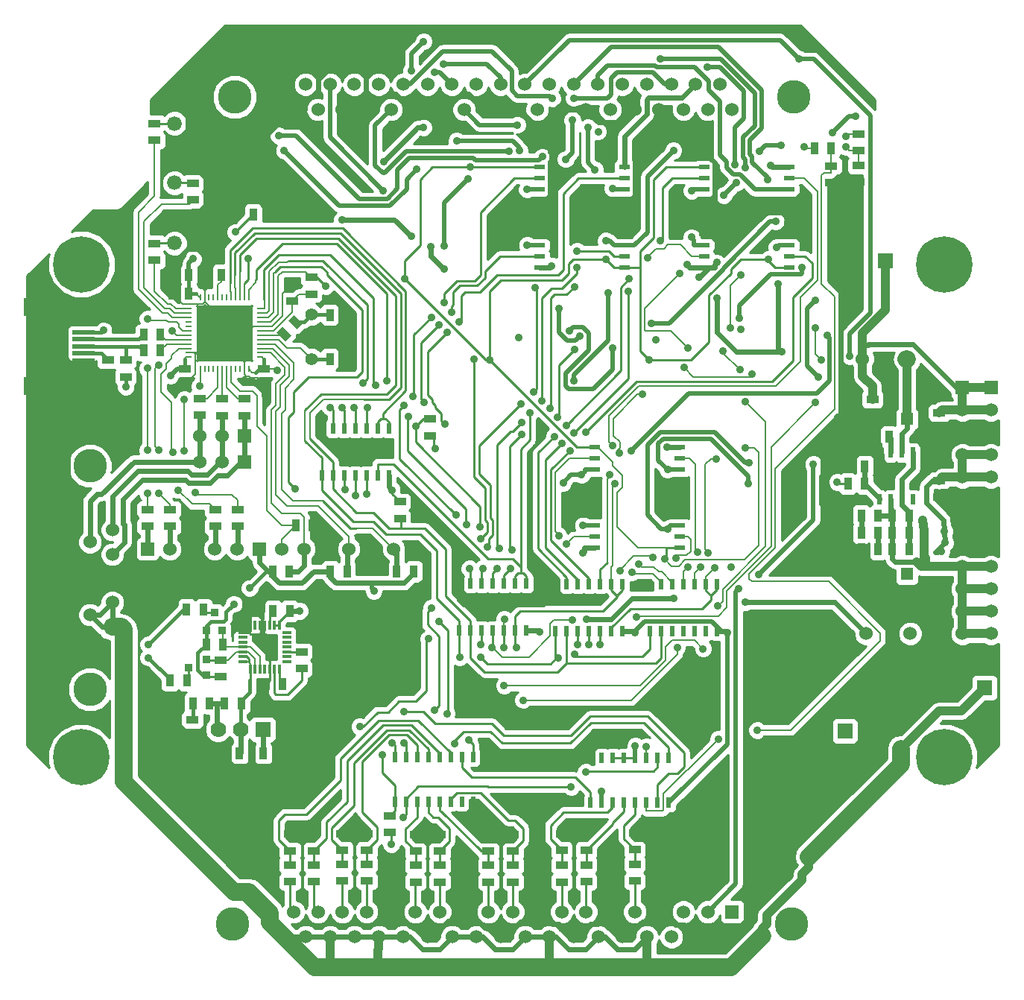
<source format=gtl>
G04 (created by PCBNEW-RS274X (2012-01-19 BZR 3256)-stable) date Fri 19 Oct 2012 08:46:26 AM MSK*
G01*
G70*
G90*
%MOIN*%
G04 Gerber Fmt 3.4, Leading zero omitted, Abs format*
%FSLAX34Y34*%
G04 APERTURE LIST*
%ADD10C,0.006000*%
%ADD11R,0.050000X0.020000*%
%ADD12R,0.020000X0.045000*%
%ADD13R,0.035000X0.055000*%
%ADD14R,0.055000X0.035000*%
%ADD15R,0.060000X0.060000*%
%ADD16C,0.060000*%
%ADD17R,0.098400X0.019600*%
%ADD18R,0.098400X0.078700*%
%ADD19R,0.031500X0.009800*%
%ADD20R,0.031500X0.009900*%
%ADD21R,0.009800X0.031500*%
%ADD22R,0.009900X0.031500*%
%ADD23C,0.066000*%
%ADD24C,0.150000*%
%ADD25C,0.055000*%
%ADD26R,0.055000X0.055000*%
%ADD27R,0.070000X0.070000*%
%ADD28C,0.070000*%
%ADD29R,0.036000X0.036000*%
%ADD30R,0.039400X0.011800*%
%ADD31R,0.011800X0.039400*%
%ADD32C,0.252000*%
%ADD33C,0.035000*%
%ADD34C,0.023600*%
%ADD35C,0.015700*%
%ADD36C,0.010000*%
%ADD37C,0.008000*%
%ADD38C,0.078700*%
%ADD39C,0.039400*%
%ADD40C,0.015800*%
%ADD41C,0.019800*%
%ADD42C,0.078800*%
%ADD43C,0.019700*%
G04 APERTURE END LIST*
G54D10*
G54D11*
X64160Y-42610D03*
X64160Y-42110D03*
X64160Y-41610D03*
X64160Y-41110D03*
X64160Y-40610D03*
X64160Y-40110D03*
X64160Y-39610D03*
X64160Y-39110D03*
X64160Y-38610D03*
X64160Y-38110D03*
X60360Y-38110D03*
X60360Y-38610D03*
X60360Y-39110D03*
X60360Y-39610D03*
X60360Y-40110D03*
X60360Y-40610D03*
X60360Y-41110D03*
X60360Y-41610D03*
X60360Y-42110D03*
X60360Y-42610D03*
X69040Y-30070D03*
X69040Y-29570D03*
X69040Y-29070D03*
X69040Y-28570D03*
X69040Y-28070D03*
X69040Y-27570D03*
X69040Y-27070D03*
X69040Y-26570D03*
X69040Y-26070D03*
X69040Y-25570D03*
X65240Y-25570D03*
X65240Y-26070D03*
X65240Y-26570D03*
X65240Y-27070D03*
X65240Y-27570D03*
X65240Y-28070D03*
X65240Y-28570D03*
X65240Y-29070D03*
X65240Y-29570D03*
X65240Y-30070D03*
X61680Y-30070D03*
X61680Y-29570D03*
X61680Y-29070D03*
X61680Y-28570D03*
X61680Y-28070D03*
X61680Y-27570D03*
X61680Y-27070D03*
X61680Y-26570D03*
X61680Y-26070D03*
X61680Y-25570D03*
X57880Y-25570D03*
X57880Y-26070D03*
X57880Y-26570D03*
X57880Y-27070D03*
X57880Y-27570D03*
X57880Y-28070D03*
X57880Y-28570D03*
X57880Y-29070D03*
X57880Y-29570D03*
X57880Y-30070D03*
G54D12*
X51410Y-53960D03*
X51910Y-53960D03*
X52410Y-53960D03*
X52910Y-53960D03*
X53410Y-53960D03*
X53910Y-53960D03*
X54410Y-53960D03*
X54910Y-53960D03*
X54910Y-51960D03*
X54410Y-51960D03*
X53910Y-51960D03*
X53410Y-51960D03*
X52910Y-51960D03*
X52410Y-51960D03*
X51910Y-51960D03*
X51410Y-51960D03*
X63670Y-52000D03*
X63170Y-52000D03*
X62670Y-52000D03*
X62170Y-52000D03*
X61670Y-52000D03*
X61170Y-52000D03*
X60670Y-52000D03*
X60170Y-52000D03*
X60170Y-54000D03*
X60670Y-54000D03*
X61170Y-54000D03*
X61670Y-54000D03*
X62170Y-54000D03*
X62670Y-54000D03*
X63170Y-54000D03*
X63670Y-54000D03*
X65820Y-44240D03*
X65320Y-44240D03*
X64820Y-44240D03*
X64320Y-44240D03*
X63820Y-44240D03*
X63320Y-44240D03*
X62820Y-44240D03*
X62820Y-46340D03*
X63320Y-46340D03*
X63820Y-46340D03*
X64320Y-46340D03*
X64820Y-46340D03*
X65320Y-46340D03*
X65820Y-46340D03*
X61600Y-44240D03*
X61100Y-44240D03*
X60600Y-44240D03*
X60100Y-44240D03*
X59600Y-44240D03*
X59100Y-44240D03*
X58600Y-44240D03*
X58600Y-46340D03*
X59100Y-46340D03*
X59600Y-46340D03*
X60100Y-46340D03*
X60600Y-46340D03*
X61100Y-46340D03*
X61600Y-46340D03*
X57300Y-44200D03*
X56800Y-44200D03*
X56300Y-44200D03*
X55800Y-44200D03*
X55300Y-44200D03*
X54800Y-44200D03*
X54300Y-44200D03*
X54300Y-46300D03*
X54800Y-46300D03*
X55300Y-46300D03*
X55800Y-46300D03*
X56300Y-46300D03*
X56800Y-46300D03*
X57300Y-46300D03*
X51140Y-37260D03*
X50640Y-37260D03*
X50140Y-37260D03*
X49640Y-37260D03*
X49140Y-37260D03*
X48640Y-37260D03*
X48140Y-37260D03*
X48140Y-39360D03*
X48640Y-39360D03*
X49140Y-39360D03*
X49640Y-39360D03*
X50140Y-39360D03*
X50640Y-39360D03*
X51140Y-39360D03*
G54D13*
X48530Y-43660D03*
X49280Y-43660D03*
X45955Y-43660D03*
X46705Y-43660D03*
G54D10*
G36*
X46913Y-32193D02*
X47302Y-32582D01*
X47055Y-32829D01*
X46666Y-32440D01*
X46913Y-32193D01*
X46913Y-32193D01*
G37*
G36*
X46383Y-32723D02*
X46772Y-33112D01*
X46525Y-33359D01*
X46136Y-32970D01*
X46383Y-32723D01*
X46383Y-32723D01*
G37*
G54D14*
X40660Y-29735D03*
X40660Y-28985D03*
X42400Y-27035D03*
X42400Y-26285D03*
X40660Y-24375D03*
X40660Y-23625D03*
G54D13*
X45085Y-27700D03*
X45835Y-27700D03*
G54D14*
X51640Y-40545D03*
X51640Y-41295D03*
X47680Y-30505D03*
X47680Y-31255D03*
X53000Y-37595D03*
X53000Y-36845D03*
X51200Y-55335D03*
X51200Y-54585D03*
X72150Y-25500D03*
X72150Y-26250D03*
X70925Y-25525D03*
X70925Y-26275D03*
X62140Y-56115D03*
X62140Y-55365D03*
G54D13*
X52255Y-43660D03*
X51505Y-43660D03*
X46985Y-41600D03*
X47735Y-41600D03*
X43650Y-30400D03*
X42900Y-30400D03*
G54D14*
X42700Y-36675D03*
X42700Y-35925D03*
X40360Y-41635D03*
X40360Y-40885D03*
X41360Y-41635D03*
X41360Y-40885D03*
X43375Y-41645D03*
X43375Y-40895D03*
X44380Y-41635D03*
X44380Y-40885D03*
X39373Y-34204D03*
X39373Y-34954D03*
G54D13*
X40925Y-33075D03*
X40175Y-33075D03*
X40925Y-33775D03*
X40175Y-33775D03*
G54D14*
X38586Y-34204D03*
X38586Y-34954D03*
X42020Y-34592D03*
X42020Y-35342D03*
X45563Y-34592D03*
X45563Y-35342D03*
G54D13*
X42198Y-31226D03*
X41448Y-31226D03*
X42200Y-30400D03*
X41450Y-30400D03*
G54D14*
X46820Y-30805D03*
X46820Y-31555D03*
G54D13*
X49259Y-34154D03*
X48509Y-34154D03*
X49259Y-32186D03*
X48509Y-32186D03*
G54D14*
X75760Y-36565D03*
X75760Y-37315D03*
X75760Y-39585D03*
X75760Y-40335D03*
X46720Y-57535D03*
X46720Y-56785D03*
X47800Y-57535D03*
X47800Y-56785D03*
X49060Y-57515D03*
X49060Y-56765D03*
X50160Y-57515D03*
X50160Y-56765D03*
X52340Y-57555D03*
X52340Y-56805D03*
X53420Y-57555D03*
X53420Y-56805D03*
X46720Y-56155D03*
X46720Y-55405D03*
X47800Y-56155D03*
X47800Y-55405D03*
X49060Y-56135D03*
X49060Y-55385D03*
X50160Y-56135D03*
X50160Y-55385D03*
X52340Y-56175D03*
X52340Y-55425D03*
X53420Y-56175D03*
X53420Y-55425D03*
X55600Y-56175D03*
X55600Y-55425D03*
X56700Y-56175D03*
X56700Y-55425D03*
X58880Y-56135D03*
X58880Y-55385D03*
X59980Y-56135D03*
X59980Y-55385D03*
X72150Y-24100D03*
X72150Y-24850D03*
G54D13*
X70175Y-24725D03*
X70925Y-24725D03*
G54D14*
X62140Y-57515D03*
X62140Y-56765D03*
X59980Y-57535D03*
X59980Y-56785D03*
X58880Y-57555D03*
X58880Y-56805D03*
X56700Y-57555D03*
X56700Y-56805D03*
X55600Y-57555D03*
X55600Y-56805D03*
G54D15*
X40355Y-42660D03*
G54D16*
X41355Y-42660D03*
X42355Y-42660D03*
X43355Y-42660D03*
X44355Y-42660D03*
G54D17*
X37502Y-33595D03*
X37502Y-33281D03*
X37502Y-34224D03*
G54D18*
X35338Y-35366D03*
X35338Y-31824D03*
X37502Y-35327D03*
X37502Y-31824D03*
G54D17*
X37502Y-33909D03*
X37502Y-32966D03*
G54D19*
X45404Y-31916D03*
G54D20*
X45404Y-32113D03*
X45404Y-32310D03*
X45404Y-32507D03*
G54D19*
X45404Y-32703D03*
X45404Y-32900D03*
X45404Y-33096D03*
X45404Y-33293D03*
G54D20*
X45404Y-33489D03*
X45404Y-33686D03*
X45404Y-33883D03*
G54D19*
X45404Y-34080D03*
G54D21*
X44873Y-34611D03*
G54D22*
X44676Y-34611D03*
X44479Y-34611D03*
X44282Y-34611D03*
G54D21*
X44086Y-34611D03*
X43889Y-34611D03*
X43693Y-34611D03*
X43496Y-34611D03*
G54D22*
X43300Y-34611D03*
X43103Y-34611D03*
X42906Y-34611D03*
G54D21*
X42709Y-34611D03*
G54D19*
X42178Y-31916D03*
G54D20*
X42178Y-32113D03*
X42178Y-32310D03*
X42178Y-32507D03*
G54D19*
X42178Y-32703D03*
X42178Y-32900D03*
X42178Y-33096D03*
X42178Y-33293D03*
G54D20*
X42178Y-33489D03*
X42178Y-33686D03*
X42178Y-33883D03*
G54D19*
X42178Y-34080D03*
G54D21*
X44873Y-31385D03*
G54D22*
X44676Y-31385D03*
X44479Y-31385D03*
X44282Y-31385D03*
G54D21*
X44086Y-31385D03*
X43889Y-31385D03*
X43693Y-31385D03*
X43496Y-31385D03*
G54D22*
X43300Y-31385D03*
X43103Y-31385D03*
X42906Y-31385D03*
G54D21*
X42709Y-31385D03*
G54D23*
X41560Y-23620D03*
X41560Y-22620D03*
X41560Y-26280D03*
X41560Y-25280D03*
X41560Y-28980D03*
X41560Y-27980D03*
G54D15*
X46883Y-23001D03*
G54D16*
X47973Y-23001D03*
X49063Y-23001D03*
X50153Y-23001D03*
X51243Y-23001D03*
X52333Y-23001D03*
X53423Y-23001D03*
X54513Y-23001D03*
X55603Y-23001D03*
G54D24*
X44243Y-22441D03*
X69243Y-22441D03*
G54D16*
X56693Y-23001D03*
X57783Y-23001D03*
X58873Y-23001D03*
X59963Y-23001D03*
X61053Y-23001D03*
X62143Y-23001D03*
X63233Y-23001D03*
X64323Y-23001D03*
X65413Y-23001D03*
X66503Y-23001D03*
X47423Y-21881D03*
X48513Y-21881D03*
X49603Y-21881D03*
X50693Y-21881D03*
X51783Y-21881D03*
X52873Y-21881D03*
X53963Y-21881D03*
X55053Y-21881D03*
X56143Y-21881D03*
X57233Y-21881D03*
X58323Y-21881D03*
X59413Y-21881D03*
X60503Y-21881D03*
X61593Y-21881D03*
X62683Y-21881D03*
X63773Y-21881D03*
X64863Y-21881D03*
X65953Y-21881D03*
G54D15*
X66503Y-58889D03*
G54D16*
X65413Y-58889D03*
X64323Y-58889D03*
X63233Y-58889D03*
X62143Y-58889D03*
X61053Y-58889D03*
X59963Y-58889D03*
X58873Y-58889D03*
X57783Y-58889D03*
G54D24*
X69143Y-59449D03*
X44143Y-59449D03*
G54D16*
X56693Y-58889D03*
X55603Y-58889D03*
X54513Y-58889D03*
X53423Y-58889D03*
X52333Y-58889D03*
X51243Y-58889D03*
X50153Y-58889D03*
X49063Y-58889D03*
X47973Y-58889D03*
X46883Y-58889D03*
X65963Y-60009D03*
X64873Y-60009D03*
X63783Y-60009D03*
X62693Y-60009D03*
X61603Y-60009D03*
X60513Y-60009D03*
X59423Y-60009D03*
X58333Y-60009D03*
X57243Y-60009D03*
X56153Y-60009D03*
X55063Y-60009D03*
X53973Y-60009D03*
X52883Y-60009D03*
X51793Y-60009D03*
X50703Y-60009D03*
X49613Y-60009D03*
X48523Y-60009D03*
X47433Y-60009D03*
G54D15*
X45355Y-42660D03*
G54D16*
X46355Y-42660D03*
X47355Y-42660D03*
X48355Y-42660D03*
X49355Y-42660D03*
X50355Y-42660D03*
X51355Y-42660D03*
X52355Y-42660D03*
G54D24*
X37775Y-38950D03*
X37775Y-48950D03*
G54D15*
X38775Y-46150D03*
G54D16*
X38775Y-45050D03*
X38775Y-44000D03*
X38775Y-42900D03*
X38775Y-41800D03*
X37775Y-45600D03*
X37775Y-44500D03*
X37775Y-43450D03*
X37775Y-42350D03*
G54D25*
X47703Y-32170D03*
X47703Y-34170D03*
G54D12*
X74590Y-40450D03*
X74590Y-38350D03*
X74090Y-40450D03*
X73590Y-40450D03*
X73090Y-40450D03*
X74090Y-38350D03*
X73590Y-38350D03*
X73090Y-38350D03*
G54D13*
X72435Y-38960D03*
X71685Y-38960D03*
X72435Y-39740D03*
X71685Y-39740D03*
X74415Y-41160D03*
X73665Y-41160D03*
X74415Y-41920D03*
X73665Y-41920D03*
X74415Y-42680D03*
X73665Y-42680D03*
G54D14*
X72780Y-35965D03*
X72780Y-36715D03*
G54D13*
X73515Y-37640D03*
X72765Y-37640D03*
X72285Y-41940D03*
X73035Y-41940D03*
X73035Y-41160D03*
X72285Y-41160D03*
G54D16*
X74304Y-34160D03*
X72336Y-34160D03*
X74464Y-46440D03*
X72496Y-46440D03*
G54D26*
X74320Y-43780D03*
G54D25*
X71320Y-43780D03*
G54D26*
X74320Y-36840D03*
G54D25*
X71320Y-36840D03*
G54D27*
X71540Y-50800D03*
G54D28*
X73540Y-50800D03*
G54D27*
X73360Y-29780D03*
G54D28*
X71360Y-29780D03*
G54D14*
X44700Y-36695D03*
X44700Y-35945D03*
X43700Y-36695D03*
X43700Y-35945D03*
G54D15*
X44700Y-38760D03*
G54D16*
X43700Y-38760D03*
X42700Y-38760D03*
G54D15*
X44700Y-37600D03*
G54D16*
X43700Y-37600D03*
X42700Y-37600D03*
G54D27*
X77780Y-48860D03*
G54D28*
X75780Y-48860D03*
G54D15*
X76800Y-35450D03*
G54D16*
X76800Y-36450D03*
X76800Y-37450D03*
X76800Y-38450D03*
X76800Y-39450D03*
X76800Y-40450D03*
X76800Y-41450D03*
X76800Y-42450D03*
X76800Y-43450D03*
X76800Y-44450D03*
X76800Y-45450D03*
X76800Y-46450D03*
G54D15*
X78075Y-35450D03*
G54D16*
X78075Y-36450D03*
X78075Y-37450D03*
X78075Y-38450D03*
X78075Y-39450D03*
X78075Y-40450D03*
X78075Y-41450D03*
X78075Y-42450D03*
X78075Y-43450D03*
X78075Y-44450D03*
X78075Y-45450D03*
X78075Y-46450D03*
G54D13*
X73035Y-42680D03*
X72285Y-42680D03*
G54D28*
X43507Y-50728D03*
X44507Y-50728D03*
G54D27*
X45507Y-50728D03*
G54D29*
X42999Y-47603D03*
X42999Y-48303D03*
X42199Y-47953D03*
X43697Y-46306D03*
X42997Y-46306D03*
X43347Y-45506D03*
G54D13*
X45531Y-51812D03*
X46281Y-51812D03*
X44470Y-51812D03*
X43720Y-51812D03*
X45649Y-48701D03*
X46399Y-48701D03*
G54D14*
X47244Y-48013D03*
X47244Y-47263D03*
G54D13*
X43798Y-49568D03*
X44548Y-49568D03*
X42381Y-49568D03*
X43131Y-49568D03*
X46714Y-45433D03*
X45964Y-45433D03*
G54D14*
X42362Y-51045D03*
X42362Y-50295D03*
X43622Y-48368D03*
X43622Y-47618D03*
G54D13*
X42107Y-48544D03*
X41357Y-48544D03*
X42972Y-46930D03*
X43722Y-46930D03*
X42855Y-45355D03*
X42105Y-45355D03*
G54D30*
X44607Y-47048D03*
X44607Y-46831D03*
X44607Y-46615D03*
X44607Y-46398D03*
X44607Y-47265D03*
X44607Y-47481D03*
X44607Y-47698D03*
X46575Y-47048D03*
X46575Y-46831D03*
X46575Y-46615D03*
X46575Y-46398D03*
X46575Y-47265D03*
X46575Y-47481D03*
X46575Y-47698D03*
G54D31*
X45591Y-46064D03*
X45374Y-46064D03*
X45158Y-46064D03*
X44941Y-46064D03*
X45808Y-46064D03*
X46024Y-46064D03*
X46241Y-46064D03*
X45591Y-48032D03*
X45374Y-48032D03*
X45158Y-48032D03*
X44941Y-48032D03*
X45808Y-48032D03*
X46024Y-48032D03*
X46241Y-48032D03*
G54D32*
X75984Y-29921D03*
X37402Y-29921D03*
X37402Y-51969D03*
X75984Y-51969D03*
G54D33*
X47165Y-45433D03*
X63580Y-38110D03*
X52144Y-28683D03*
X49057Y-27932D03*
X68214Y-25505D03*
X53022Y-29131D03*
X75020Y-41380D03*
X75100Y-41820D03*
X53611Y-30148D03*
X59830Y-42826D03*
X59982Y-45801D03*
X65822Y-31440D03*
X65812Y-29847D03*
X68721Y-33844D03*
X65036Y-30510D03*
X66440Y-43479D03*
X58431Y-29990D03*
X64475Y-29950D03*
X76000Y-41860D03*
X76020Y-42380D03*
X52695Y-23809D03*
X68544Y-30812D03*
X63890Y-44867D03*
X67105Y-45033D03*
X50916Y-25331D03*
X75860Y-42760D03*
X39380Y-35400D03*
X38380Y-32880D03*
X49840Y-50600D03*
X50560Y-35340D03*
X59300Y-53300D03*
X54620Y-41560D03*
X52020Y-36740D03*
X59960Y-52640D03*
X52920Y-46680D03*
X51800Y-54660D03*
X54140Y-41140D03*
X53740Y-50020D03*
X51820Y-36220D03*
X53380Y-45900D03*
X51060Y-35140D03*
X54720Y-51200D03*
X65875Y-51175D03*
X67625Y-50759D03*
X70231Y-32779D03*
X71595Y-24672D03*
X70232Y-36102D03*
X70476Y-34195D03*
X62235Y-45702D03*
X62670Y-51497D03*
X69715Y-24666D03*
X71591Y-24187D03*
X51860Y-30580D03*
X54800Y-25580D03*
X60840Y-29700D03*
X63480Y-43100D03*
X44280Y-28480D03*
X44840Y-29680D03*
X68120Y-29700D03*
X67100Y-38120D03*
X62780Y-34200D03*
X55660Y-34200D03*
X58720Y-47540D03*
X55260Y-47500D03*
X59440Y-47380D03*
X54320Y-47500D03*
X50200Y-36320D03*
X49580Y-36320D03*
X55560Y-42560D03*
X55340Y-43540D03*
X57620Y-35620D03*
X57060Y-36160D03*
X57700Y-30980D03*
X54960Y-34180D03*
X55260Y-42200D03*
X54760Y-43540D03*
X66847Y-34637D03*
X55240Y-46940D03*
X57159Y-49422D03*
X66105Y-33806D03*
X64045Y-47053D03*
X66422Y-32779D03*
X66892Y-30393D03*
X59350Y-45824D03*
X55760Y-47080D03*
X64534Y-33658D03*
X65201Y-47117D03*
X56300Y-48763D03*
X56308Y-45796D03*
X65871Y-45194D03*
X64362Y-34548D03*
X64150Y-30347D03*
X56300Y-47060D03*
X67104Y-36079D03*
X67398Y-34830D03*
X61460Y-38380D03*
X62500Y-35720D03*
X56840Y-47060D03*
X61250Y-39725D03*
X61140Y-38020D03*
X61025Y-39325D03*
X59240Y-38260D03*
X59960Y-37420D03*
X61860Y-31120D03*
X62720Y-29620D03*
X58900Y-37940D03*
X59420Y-37460D03*
X61900Y-30580D03*
X63300Y-28880D03*
X58540Y-37620D03*
X59080Y-37120D03*
X49040Y-36320D03*
X59580Y-46920D03*
X58740Y-42060D03*
X59080Y-42440D03*
X60080Y-46920D03*
X62940Y-43040D03*
X63980Y-43060D03*
X61480Y-43620D03*
X60600Y-46920D03*
X65720Y-43500D03*
X65780Y-38620D03*
X65080Y-43480D03*
X65420Y-42820D03*
X64960Y-42800D03*
X64520Y-43480D03*
X62320Y-43320D03*
X62020Y-43700D03*
X48520Y-36320D03*
X53040Y-32300D03*
X49200Y-40000D03*
X52220Y-35840D03*
X53620Y-31640D03*
X53400Y-32620D03*
X53960Y-32080D03*
X52720Y-36100D03*
X49660Y-40280D03*
X54300Y-32500D03*
X50160Y-40200D03*
X53740Y-32980D03*
X53640Y-37080D03*
X58000Y-36020D03*
X57460Y-36560D03*
X59560Y-29320D03*
X59540Y-30060D03*
X56660Y-42700D03*
X57100Y-37540D03*
X58700Y-36760D03*
X56600Y-43540D03*
X59460Y-33720D03*
X58340Y-36380D03*
X57100Y-37000D03*
X56000Y-43540D03*
X56100Y-42640D03*
X59440Y-30920D03*
X40840Y-34420D03*
X41460Y-32900D03*
X40860Y-40160D03*
X40840Y-38240D03*
X40394Y-47520D03*
X40394Y-46929D03*
X53629Y-29104D03*
X46465Y-24831D03*
X52395Y-25682D03*
X54697Y-26112D03*
X53577Y-20953D03*
X62905Y-32553D03*
X59228Y-32902D03*
X61158Y-33661D03*
X65377Y-21112D03*
X56948Y-33210D03*
X66632Y-25452D03*
X68450Y-28006D03*
X70217Y-31526D03*
X66890Y-32842D03*
X71757Y-34033D03*
X69478Y-20734D03*
X70352Y-34957D03*
X63080Y-33298D03*
X68086Y-26146D03*
X66816Y-32341D03*
X69631Y-30059D03*
X68496Y-29162D03*
X60508Y-23987D03*
X64681Y-28715D03*
X64690Y-26632D03*
X50895Y-26625D03*
X60967Y-31200D03*
X59056Y-25220D03*
X59418Y-22485D03*
X59762Y-39346D03*
X59428Y-35128D03*
X59352Y-23471D03*
X58944Y-39693D03*
X59831Y-41610D03*
X70765Y-33100D03*
X68686Y-24615D03*
X70983Y-24043D03*
X61982Y-38264D03*
X72033Y-23291D03*
X67710Y-24878D03*
X63616Y-41763D03*
X67270Y-38795D03*
X66788Y-44450D03*
X67220Y-39730D03*
X63607Y-39110D03*
X57328Y-26570D03*
X54173Y-24408D03*
X56988Y-24848D03*
X57331Y-29070D03*
X56534Y-24877D03*
X60053Y-23792D03*
X61152Y-26525D03*
X58462Y-22507D03*
X60371Y-25687D03*
X52700Y-19954D03*
X63291Y-20726D03*
X60848Y-28871D03*
X52157Y-21265D03*
X66693Y-26283D03*
X66126Y-26839D03*
X63876Y-24828D03*
X67098Y-25587D03*
X58016Y-25116D03*
X58755Y-31891D03*
X53172Y-21335D03*
X59686Y-33128D03*
X46217Y-24168D03*
X56888Y-23684D03*
X42675Y-35375D03*
X42000Y-38275D03*
X42000Y-35975D03*
X42500Y-40150D03*
X41725Y-40025D03*
X41500Y-38325D03*
X40360Y-32360D03*
X40360Y-40180D03*
X40360Y-38240D03*
X40360Y-34580D03*
X46960Y-39960D03*
X53200Y-49860D03*
X53040Y-45300D03*
X50840Y-51880D03*
X54080Y-51360D03*
X49980Y-35220D03*
X51820Y-51320D03*
X52340Y-37180D03*
X51820Y-49940D03*
X55220Y-41660D03*
X64000Y-49700D03*
X65050Y-51500D03*
X67975Y-52175D03*
X62440Y-54840D03*
X63375Y-41100D03*
X70880Y-41020D03*
X59580Y-40478D03*
X41500Y-35550D03*
X48160Y-33200D03*
X47280Y-54980D03*
X62260Y-44240D03*
X55680Y-54720D03*
X52880Y-55040D03*
X59720Y-51700D03*
X48120Y-36680D03*
X58000Y-44240D03*
X49620Y-54960D03*
X59420Y-55040D03*
X45650Y-35875D03*
X44921Y-44409D03*
X44213Y-45118D03*
X66280Y-46400D03*
X46160Y-34680D03*
X53220Y-38160D03*
X48325Y-30900D03*
X41375Y-34900D03*
X71200Y-39660D03*
X51280Y-40020D03*
X57900Y-46360D03*
X62160Y-46400D03*
X42400Y-29675D03*
X51280Y-51320D03*
X50472Y-44528D03*
X51260Y-55860D03*
X70131Y-38865D03*
X67700Y-43798D03*
X62170Y-51472D03*
X60670Y-53494D03*
G54D34*
X44507Y-50728D02*
X44507Y-51775D01*
X44507Y-51775D02*
X44470Y-51812D01*
X47165Y-45433D02*
X46714Y-45433D01*
G54D35*
X44548Y-49568D02*
X44548Y-49428D01*
G54D36*
X44941Y-48523D02*
X44941Y-48032D01*
X44921Y-48543D02*
X44941Y-48523D01*
G54D35*
X44921Y-49055D02*
X44921Y-48543D01*
X44548Y-49428D02*
X44921Y-49055D01*
G54D36*
X46241Y-46064D02*
X46241Y-45906D01*
X46241Y-45906D02*
X46714Y-45433D01*
X46241Y-46064D02*
X46024Y-46064D01*
G54D37*
X44941Y-48032D02*
X44941Y-47776D01*
X44941Y-47776D02*
X44882Y-47717D01*
X44863Y-47698D02*
X44607Y-47698D01*
X44882Y-47717D02*
X44863Y-47698D01*
G54D36*
X44882Y-47559D02*
X44804Y-47481D01*
X44804Y-47481D02*
X44607Y-47481D01*
X44882Y-47717D02*
X44882Y-47559D01*
G54D35*
X44507Y-49609D02*
X44548Y-49568D01*
X44507Y-50728D02*
X44507Y-49609D01*
G54D38*
X39200Y-46150D02*
X39296Y-46246D01*
X39296Y-53071D02*
X44225Y-58000D01*
X44900Y-58000D02*
X45825Y-58925D01*
G54D34*
X46372Y-60009D02*
X39296Y-52933D01*
X52144Y-28683D02*
X51393Y-27932D01*
X47433Y-60009D02*
X48523Y-60009D01*
X39296Y-52933D02*
X39296Y-46150D01*
X61680Y-24202D02*
X62688Y-23194D01*
X63580Y-38110D02*
X64160Y-38110D01*
G54D39*
X62700Y-60875D02*
X62700Y-61375D01*
G54D38*
X58325Y-61375D02*
X62700Y-61375D01*
G54D34*
X62769Y-22479D02*
X64265Y-22479D01*
G54D38*
X45825Y-59375D02*
X47825Y-61375D01*
G54D34*
X38775Y-45050D02*
X38775Y-46150D01*
X61680Y-25570D02*
X61680Y-24202D01*
G54D39*
X74050Y-51600D02*
X75750Y-49900D01*
G54D38*
X69925Y-56425D02*
X74050Y-52300D01*
X47825Y-61375D02*
X48525Y-61375D01*
G54D39*
X74970Y-43450D02*
X74760Y-43240D01*
X62693Y-60868D02*
X62700Y-60875D01*
G54D34*
X53022Y-29559D02*
X53022Y-29131D01*
X68569Y-25570D02*
X68279Y-25570D01*
X62688Y-22560D02*
X62769Y-22479D01*
X47433Y-60009D02*
X46372Y-60009D01*
X68279Y-25570D02*
X68214Y-25505D01*
X64265Y-22479D02*
X64863Y-21881D01*
X51393Y-27932D02*
X49057Y-27932D01*
X53611Y-30148D02*
X53022Y-29559D01*
X69040Y-25570D02*
X68569Y-25570D01*
X73665Y-43105D02*
X73665Y-42680D01*
X73590Y-40850D02*
X73590Y-40450D01*
G54D39*
X76800Y-45450D02*
X78075Y-45450D01*
G54D34*
X55900Y-60560D02*
X56692Y-60560D01*
G54D39*
X75020Y-41380D02*
X75100Y-41820D01*
X76800Y-45450D02*
X76800Y-44450D01*
G54D34*
X48523Y-60009D02*
X49613Y-60009D01*
X73665Y-42680D02*
X73665Y-41920D01*
X38775Y-46150D02*
X38325Y-46150D01*
X73665Y-41160D02*
X73665Y-40925D01*
X74970Y-43450D02*
X74760Y-43240D01*
X57243Y-60009D02*
X58333Y-60009D01*
G54D39*
X76800Y-46450D02*
X78075Y-46450D01*
G54D34*
X55349Y-60009D02*
X55900Y-60560D01*
X50703Y-60009D02*
X51793Y-60009D01*
X73665Y-41920D02*
X73665Y-41160D01*
X62688Y-23194D02*
X62688Y-22560D01*
X56692Y-60560D02*
X57243Y-60009D01*
X74760Y-43240D02*
X73800Y-43240D01*
X38325Y-46150D02*
X37775Y-45600D01*
X53973Y-60009D02*
X55063Y-60009D01*
X37775Y-45600D02*
X38225Y-45600D01*
G54D39*
X75100Y-41820D02*
X75100Y-43020D01*
G54D34*
X49613Y-60009D02*
X50703Y-60009D01*
G54D39*
X76800Y-44450D02*
X76800Y-43450D01*
G54D34*
X73800Y-43240D02*
X73665Y-43105D01*
X62142Y-60560D02*
X62693Y-60009D01*
X58333Y-60009D02*
X58609Y-60009D01*
X61360Y-60560D02*
X62142Y-60560D01*
G54D38*
X65875Y-61375D02*
X66450Y-61375D01*
G54D39*
X75160Y-43450D02*
X74980Y-43450D01*
X74980Y-43450D02*
X75160Y-43450D01*
G54D34*
X60513Y-60009D02*
X60809Y-60009D01*
X58609Y-60009D02*
X59180Y-60580D01*
G54D39*
X76800Y-44450D02*
X78075Y-44450D01*
X75100Y-43020D02*
X75160Y-43080D01*
G54D34*
X52089Y-60009D02*
X52640Y-60560D01*
X52640Y-60560D02*
X53422Y-60560D01*
X73665Y-40925D02*
X73590Y-40850D01*
G54D39*
X76800Y-43450D02*
X75160Y-43450D01*
X76800Y-46450D02*
X76800Y-45450D01*
G54D34*
X59942Y-60580D02*
X60513Y-60009D01*
X55063Y-60009D02*
X55349Y-60009D01*
G54D39*
X48523Y-60009D02*
X48523Y-60673D01*
X48525Y-60675D02*
X48525Y-61375D01*
X48523Y-60673D02*
X48525Y-60675D01*
X69925Y-56900D02*
X69925Y-56425D01*
X69625Y-57200D02*
X69925Y-56900D01*
X69625Y-57475D02*
X69625Y-57200D01*
X68050Y-59050D02*
X69625Y-57475D01*
X68050Y-59450D02*
X68050Y-59050D01*
X67850Y-59650D02*
X68050Y-59450D01*
X67850Y-59975D02*
X67850Y-59650D01*
G54D38*
X66450Y-61375D02*
X67850Y-59975D01*
G54D34*
X38775Y-46150D02*
X39296Y-46150D01*
G54D39*
X50703Y-60009D02*
X50703Y-60547D01*
X50650Y-60600D02*
X50650Y-61375D01*
X50703Y-60547D02*
X50650Y-60600D01*
X58333Y-60009D02*
X58333Y-60867D01*
X58325Y-60875D02*
X58325Y-61375D01*
X58333Y-60867D02*
X58325Y-60875D01*
X62693Y-60009D02*
X62693Y-60868D01*
X75160Y-43450D02*
X74980Y-43450D01*
G54D38*
X50650Y-61375D02*
X58325Y-61375D01*
G54D39*
X76740Y-49900D02*
X77780Y-48860D01*
G54D38*
X45825Y-58925D02*
X45825Y-59375D01*
X44225Y-58000D02*
X44900Y-58000D01*
X39296Y-46246D02*
X39296Y-53071D01*
X48525Y-61375D02*
X50650Y-61375D01*
X38775Y-46150D02*
X39200Y-46150D01*
X62700Y-61375D02*
X65875Y-61375D01*
X74050Y-52300D02*
X74050Y-51600D01*
G54D39*
X75750Y-49900D02*
X76740Y-49900D01*
G54D34*
X60809Y-60009D02*
X61360Y-60560D01*
G54D39*
X74980Y-43450D02*
X74970Y-43450D01*
G54D34*
X38225Y-45600D02*
X38775Y-45050D01*
X51793Y-60009D02*
X52089Y-60009D01*
X53422Y-60560D02*
X53973Y-60009D01*
X59180Y-60580D02*
X59942Y-60580D01*
G54D39*
X75160Y-43080D02*
X75160Y-43450D01*
G54D34*
X73665Y-41160D02*
X73035Y-41160D01*
G54D39*
X76800Y-43450D02*
X78075Y-43450D01*
G54D34*
X45507Y-50728D02*
X45507Y-51788D01*
X45507Y-51788D02*
X45531Y-51812D01*
X59889Y-42610D02*
X59889Y-42767D01*
X63890Y-44867D02*
X62028Y-44867D01*
X62028Y-44867D02*
X61094Y-45801D01*
X65476Y-30070D02*
X65036Y-30510D01*
X71089Y-45033D02*
X72496Y-46440D01*
X67105Y-45033D02*
X71089Y-45033D01*
X68544Y-33844D02*
X68544Y-30812D01*
X65822Y-31440D02*
X65822Y-32962D01*
X68544Y-33844D02*
X68721Y-33844D01*
X59889Y-42767D02*
X59830Y-42826D01*
X52438Y-23809D02*
X50916Y-25331D01*
G54D39*
X76800Y-39450D02*
X76800Y-38450D01*
G54D34*
X61094Y-45801D02*
X59982Y-45801D01*
X66704Y-33844D02*
X68544Y-33844D01*
X65822Y-32962D02*
X66704Y-33844D01*
G54D39*
X76800Y-39450D02*
X78075Y-39450D01*
G54D34*
X65240Y-30070D02*
X65476Y-30070D01*
X65812Y-29847D02*
X65711Y-29948D01*
G54D39*
X76800Y-38450D02*
X78075Y-38450D01*
G54D34*
X65476Y-30070D02*
X65711Y-30070D01*
X64475Y-29950D02*
X64595Y-30070D01*
X64595Y-30070D02*
X65240Y-30070D01*
G54D39*
X75895Y-39450D02*
X75760Y-39585D01*
G54D34*
X65711Y-29948D02*
X65711Y-30070D01*
X58431Y-29990D02*
X58351Y-30070D01*
X57880Y-30070D02*
X58351Y-30070D01*
X60360Y-42610D02*
X59889Y-42610D01*
X75760Y-39585D02*
X75455Y-39585D01*
X75455Y-39585D02*
X75180Y-39860D01*
X75180Y-39860D02*
X75180Y-40600D01*
X75180Y-40600D02*
X75940Y-41360D01*
X52695Y-23809D02*
X52438Y-23809D01*
G54D39*
X76800Y-39450D02*
X75895Y-39450D01*
G54D34*
X75940Y-41360D02*
X76000Y-41860D01*
X75580Y-42800D02*
X75860Y-42760D01*
X76000Y-41860D02*
X76020Y-42380D01*
X76020Y-42380D02*
X75580Y-42800D01*
G54D40*
X39373Y-34954D02*
X39380Y-34961D01*
X39380Y-34961D02*
X39380Y-35400D01*
X38294Y-32966D02*
X37502Y-32966D01*
X38380Y-32880D02*
X38294Y-32966D01*
G54D36*
X49680Y-41720D02*
X49420Y-41720D01*
G54D37*
X45404Y-33489D02*
X46069Y-33489D01*
X46340Y-40000D02*
X46840Y-40500D01*
X46900Y-34320D02*
X46900Y-35080D01*
G54D36*
X49420Y-41720D02*
X48200Y-40500D01*
G54D34*
X51505Y-42810D02*
X51355Y-42660D01*
G54D37*
X46069Y-33489D02*
X46900Y-34320D01*
X50415Y-41720D02*
X51355Y-42660D01*
X46840Y-40500D02*
X48200Y-40500D01*
X46340Y-36600D02*
X46340Y-40000D01*
X49680Y-41720D02*
X50415Y-41720D01*
X46520Y-35460D02*
X46520Y-36420D01*
X46900Y-35080D02*
X46520Y-35460D01*
G54D34*
X51505Y-43660D02*
X51505Y-42810D01*
G54D37*
X46520Y-36420D02*
X46340Y-36600D01*
X45404Y-33686D02*
X45966Y-33686D01*
X46700Y-34920D02*
X46300Y-35320D01*
X45966Y-33686D02*
X46700Y-34420D01*
X49355Y-42095D02*
X49355Y-42660D01*
X46300Y-36300D02*
X46100Y-36500D01*
X46300Y-35320D02*
X46300Y-36300D01*
G54D34*
X49280Y-42735D02*
X49355Y-42660D01*
X49280Y-43660D02*
X49280Y-42735D01*
G54D37*
X46100Y-40220D02*
X46600Y-40720D01*
X47980Y-40720D02*
X49355Y-42095D01*
X46100Y-36500D02*
X46100Y-40220D01*
X46600Y-40720D02*
X47980Y-40720D01*
X46700Y-34420D02*
X46700Y-34920D01*
X46100Y-35260D02*
X46500Y-34860D01*
X47355Y-41235D02*
X47180Y-41060D01*
X46340Y-41060D02*
X45880Y-40600D01*
X47355Y-42660D02*
X47355Y-41235D01*
X46500Y-34860D02*
X46500Y-34520D01*
X45880Y-36440D02*
X46100Y-36220D01*
G54D34*
X46705Y-43660D02*
X47080Y-43660D01*
X47355Y-43385D02*
X47355Y-42660D01*
X47080Y-43660D02*
X47355Y-43385D01*
G54D37*
X46100Y-36220D02*
X46100Y-35260D01*
X45880Y-40600D02*
X45880Y-36440D01*
X45863Y-33883D02*
X45404Y-33883D01*
X46500Y-34520D02*
X45863Y-33883D01*
X47180Y-41060D02*
X46340Y-41060D01*
X45240Y-37160D02*
X45240Y-35800D01*
X44086Y-35186D02*
X44086Y-34611D01*
X46985Y-41600D02*
X46345Y-41600D01*
X45240Y-35800D02*
X45040Y-35600D01*
X46355Y-42230D02*
X46985Y-41600D01*
X45680Y-37600D02*
X45240Y-37160D01*
X45040Y-35600D02*
X44500Y-35600D01*
X46355Y-42660D02*
X46355Y-42230D01*
X46345Y-41600D02*
X45680Y-40935D01*
X44500Y-35600D02*
X44086Y-35186D01*
X45680Y-40935D02*
X45680Y-37600D01*
G54D36*
X52020Y-36740D02*
X51980Y-36780D01*
X50640Y-49960D02*
X50000Y-50600D01*
G54D37*
X45600Y-31898D02*
X45600Y-31540D01*
G54D36*
X50000Y-50600D02*
X49840Y-50600D01*
X51910Y-53830D02*
X52460Y-53280D01*
G54D37*
X45600Y-31540D02*
X45560Y-31500D01*
G54D36*
X52920Y-46680D02*
X52820Y-46780D01*
X52820Y-46780D02*
X52820Y-49000D01*
X51120Y-49960D02*
X50640Y-49960D01*
X51600Y-49480D02*
X51120Y-49960D01*
X52340Y-49480D02*
X51600Y-49480D01*
G54D37*
X45404Y-31916D02*
X45582Y-31916D01*
X45582Y-31916D02*
X45600Y-31898D01*
G54D36*
X54580Y-41520D02*
X54620Y-41560D01*
X54580Y-40860D02*
X54580Y-41520D01*
X51980Y-36780D02*
X51980Y-38260D01*
X59960Y-52640D02*
X60000Y-52600D01*
X52820Y-49000D02*
X52340Y-49480D01*
X62980Y-52600D02*
X63170Y-52410D01*
X60000Y-52600D02*
X62980Y-52600D01*
X63170Y-52410D02*
X63170Y-52000D01*
X51910Y-53960D02*
X51910Y-53830D01*
X51980Y-38260D02*
X54580Y-40860D01*
X50440Y-35220D02*
X50560Y-35340D01*
X52460Y-53280D02*
X55560Y-53280D01*
X55580Y-53300D02*
X59300Y-53300D01*
X51800Y-54660D02*
X51910Y-54550D01*
X55560Y-53280D02*
X55580Y-53300D01*
X48520Y-29500D02*
X50440Y-31420D01*
X50440Y-31420D02*
X50440Y-35220D01*
X46220Y-29500D02*
X48520Y-29500D01*
X45560Y-30160D02*
X46220Y-29500D01*
X45560Y-31500D02*
X45560Y-30160D01*
X51910Y-54550D02*
X51910Y-53960D01*
G54D37*
X45200Y-30740D02*
X45200Y-30600D01*
G54D36*
X51060Y-31240D02*
X51060Y-35140D01*
X48820Y-29000D02*
X51060Y-31240D01*
X54910Y-51390D02*
X54720Y-51200D01*
X53780Y-49980D02*
X53780Y-46300D01*
X45200Y-30600D02*
X45210Y-30590D01*
X54910Y-51960D02*
X54910Y-51390D01*
G54D37*
X44873Y-31067D02*
X45200Y-30740D01*
G54D36*
X45210Y-30590D02*
X45210Y-30170D01*
G54D37*
X44873Y-31385D02*
X44873Y-31067D01*
G54D36*
X45210Y-30170D02*
X46380Y-29000D01*
X53780Y-46300D02*
X53380Y-45900D01*
X46380Y-29000D02*
X48820Y-29000D01*
X54140Y-41140D02*
X51620Y-38620D01*
X51620Y-36420D02*
X51820Y-36220D01*
X51620Y-38620D02*
X51620Y-36420D01*
X53740Y-50020D02*
X53780Y-49980D01*
X52460Y-50320D02*
X50700Y-50320D01*
X50700Y-50320D02*
X48980Y-52040D01*
X53910Y-51960D02*
X53910Y-51770D01*
X46220Y-54800D02*
X46220Y-55655D01*
X53910Y-51770D02*
X52460Y-50320D01*
X46720Y-56785D02*
X46720Y-56155D01*
X48980Y-53000D02*
X47460Y-54520D01*
X47460Y-54520D02*
X46500Y-54520D01*
X46500Y-54520D02*
X46220Y-54800D01*
X48980Y-52040D02*
X48980Y-53000D01*
X46220Y-55655D02*
X46720Y-56155D01*
X47805Y-56155D02*
X47800Y-56155D01*
X49280Y-52140D02*
X49280Y-53960D01*
X49280Y-53960D02*
X48360Y-54880D01*
X48360Y-54880D02*
X48360Y-55600D01*
X48360Y-55600D02*
X47805Y-56155D01*
X53410Y-51960D02*
X53410Y-51810D01*
X53410Y-51810D02*
X52140Y-50540D01*
X52140Y-50540D02*
X50880Y-50540D01*
X50880Y-50540D02*
X49280Y-52140D01*
X47800Y-56785D02*
X47800Y-56155D01*
X62140Y-56765D02*
X62140Y-56115D01*
X62170Y-54000D02*
X62170Y-54530D01*
X62170Y-54530D02*
X61660Y-55040D01*
X61660Y-55040D02*
X61660Y-55635D01*
X61660Y-55635D02*
X62140Y-56115D01*
G54D37*
X67271Y-44003D02*
X67271Y-43774D01*
X64486Y-52536D02*
X64514Y-52536D01*
X67384Y-44116D02*
X67271Y-44003D01*
X70504Y-30792D02*
X70504Y-25946D01*
X64514Y-52536D02*
X65875Y-51175D01*
X73114Y-46419D02*
X70811Y-44116D01*
X68434Y-39056D02*
X71095Y-36395D01*
X71095Y-31383D02*
X70504Y-30792D01*
X71095Y-36395D02*
X71095Y-31383D01*
X68434Y-42611D02*
X68434Y-39056D01*
X67271Y-43774D02*
X68434Y-42611D01*
X70925Y-25525D02*
X70925Y-25843D01*
X62670Y-54000D02*
X62670Y-54368D01*
X70607Y-25843D02*
X70925Y-25843D01*
X70504Y-25946D02*
X70607Y-25843D01*
X69121Y-50759D02*
X73114Y-46766D01*
X73114Y-46766D02*
X73114Y-46419D01*
X70811Y-44116D02*
X67384Y-44116D01*
X67625Y-50759D02*
X69121Y-50759D01*
X62670Y-54368D02*
X63405Y-54368D01*
X70925Y-24725D02*
X70925Y-25525D01*
X63405Y-54368D02*
X63426Y-54347D01*
X63426Y-53596D02*
X64486Y-52536D01*
X63426Y-54347D02*
X63426Y-53596D01*
X70231Y-32779D02*
X70231Y-33950D01*
X72150Y-24850D02*
X71732Y-24850D01*
X70231Y-33950D02*
X70476Y-34195D01*
X62235Y-45702D02*
X62282Y-45655D01*
X62670Y-52000D02*
X62670Y-51497D01*
X65873Y-45655D02*
X66257Y-45271D01*
X68250Y-42535D02*
X68250Y-38084D01*
X68250Y-38084D02*
X70232Y-36102D01*
X66257Y-45271D02*
X66257Y-44528D01*
X66257Y-44528D02*
X68250Y-42535D01*
X62282Y-45655D02*
X65873Y-45655D01*
X71732Y-24809D02*
X71595Y-24672D01*
X71732Y-24850D02*
X71732Y-24809D01*
X72150Y-25500D02*
X72150Y-24850D01*
G54D36*
X52910Y-51610D02*
X52060Y-50760D01*
X52060Y-50760D02*
X51040Y-50760D01*
X51040Y-50760D02*
X49580Y-52220D01*
X49580Y-52220D02*
X49580Y-54140D01*
X49580Y-54140D02*
X48580Y-55140D01*
X48580Y-55140D02*
X48580Y-55655D01*
X48580Y-55655D02*
X49060Y-56135D01*
X49060Y-56765D02*
X49060Y-56135D01*
X52910Y-51960D02*
X52910Y-51610D01*
X49960Y-54420D02*
X49960Y-52160D01*
X51140Y-50980D02*
X51960Y-50980D01*
X51960Y-50980D02*
X52410Y-51430D01*
X50638Y-55098D02*
X49960Y-54420D01*
X52410Y-51430D02*
X52410Y-51960D01*
X50160Y-56765D02*
X50160Y-56135D01*
X50160Y-56135D02*
X50638Y-55657D01*
X49960Y-52160D02*
X51140Y-50980D01*
X50638Y-55657D02*
X50638Y-55098D01*
X51900Y-55735D02*
X52340Y-56175D01*
X52410Y-54670D02*
X51900Y-55180D01*
X52410Y-53960D02*
X52410Y-54670D01*
X51900Y-55180D02*
X51900Y-55735D01*
X52340Y-56175D02*
X52340Y-56805D01*
X52910Y-54450D02*
X52910Y-53960D01*
X53120Y-54660D02*
X52910Y-54450D01*
X53360Y-54660D02*
X53120Y-54660D01*
X53420Y-56805D02*
X53420Y-56175D01*
X53420Y-56160D02*
X53860Y-55720D01*
X53420Y-56175D02*
X53420Y-56160D01*
X53860Y-55160D02*
X53360Y-54660D01*
X53860Y-55720D02*
X53860Y-55160D01*
X55600Y-56175D02*
X55275Y-56175D01*
X55275Y-56175D02*
X53500Y-54400D01*
X53500Y-54400D02*
X53460Y-54400D01*
X53460Y-54400D02*
X53410Y-54350D01*
X53410Y-54350D02*
X53410Y-53960D01*
X55600Y-56175D02*
X55600Y-56805D01*
X55240Y-53560D02*
X56480Y-54800D01*
X54180Y-53560D02*
X55240Y-53560D01*
X53910Y-53830D02*
X54180Y-53560D01*
X53910Y-53960D02*
X53910Y-53830D01*
X57160Y-55160D02*
X57160Y-55715D01*
X57160Y-55715D02*
X56700Y-56175D01*
X56700Y-56175D02*
X56700Y-56805D01*
X56480Y-54800D02*
X56800Y-54800D01*
X56800Y-54800D02*
X57160Y-55160D01*
X61170Y-54190D02*
X60920Y-54440D01*
X58380Y-55020D02*
X58380Y-55635D01*
X58380Y-55635D02*
X58880Y-56135D01*
X58880Y-56805D02*
X58880Y-56135D01*
X60920Y-54440D02*
X58960Y-54440D01*
X61170Y-54000D02*
X61170Y-54190D01*
X58960Y-54440D02*
X58380Y-55020D01*
X59980Y-56135D02*
X60005Y-56135D01*
X60005Y-56135D02*
X61160Y-54980D01*
X61160Y-54980D02*
X61160Y-54900D01*
X61160Y-54900D02*
X61670Y-54390D01*
X61670Y-54390D02*
X61670Y-54000D01*
X59980Y-56785D02*
X59980Y-56135D01*
X46883Y-58889D02*
X46720Y-58726D01*
X46720Y-58726D02*
X46720Y-57535D01*
X47800Y-58716D02*
X47800Y-57535D01*
X47973Y-58889D02*
X47800Y-58716D01*
X62143Y-57518D02*
X62140Y-57515D01*
X62143Y-58889D02*
X62143Y-57518D01*
G54D37*
X70175Y-24725D02*
X69857Y-24725D01*
X69774Y-24725D02*
X69715Y-24666D01*
X69857Y-24725D02*
X69774Y-24725D01*
X72150Y-24100D02*
X71732Y-24100D01*
X71645Y-24187D02*
X71732Y-24100D01*
X71591Y-24187D02*
X71645Y-24187D01*
G54D36*
X49063Y-58889D02*
X49063Y-57518D01*
X49063Y-57518D02*
X49060Y-57515D01*
X50153Y-57522D02*
X50160Y-57515D01*
X50153Y-58889D02*
X50153Y-57522D01*
X52333Y-57562D02*
X52340Y-57555D01*
X52333Y-58889D02*
X52333Y-57562D01*
X53423Y-57558D02*
X53420Y-57555D01*
X53423Y-58889D02*
X53423Y-57558D01*
X55603Y-57558D02*
X55600Y-57555D01*
X55603Y-58889D02*
X55603Y-57558D01*
X56693Y-58889D02*
X56693Y-57562D01*
X56693Y-57562D02*
X56700Y-57555D01*
X58873Y-57562D02*
X58880Y-57555D01*
X58873Y-58889D02*
X58873Y-57562D01*
X59963Y-57552D02*
X59980Y-57535D01*
X59963Y-58889D02*
X59963Y-57552D01*
G54D37*
X39940Y-27600D02*
X40660Y-26880D01*
X39940Y-31020D02*
X39940Y-27600D01*
X41020Y-32100D02*
X39940Y-31020D01*
X42178Y-32310D02*
X41470Y-32310D01*
X41470Y-32310D02*
X41260Y-32100D01*
X41260Y-32100D02*
X41020Y-32100D01*
X40660Y-26880D02*
X40660Y-24375D01*
X42178Y-32113D02*
X41555Y-32113D01*
X41555Y-32113D02*
X41342Y-31900D01*
X41342Y-31900D02*
X41120Y-31900D01*
X41120Y-31900D02*
X40200Y-30980D01*
X40200Y-30980D02*
X40200Y-28000D01*
X40200Y-28000D02*
X40980Y-27220D01*
X40980Y-27220D02*
X42215Y-27220D01*
X42215Y-27220D02*
X42400Y-27035D01*
X40660Y-31120D02*
X40660Y-29735D01*
X41240Y-31700D02*
X40660Y-31120D01*
X41400Y-31700D02*
X41240Y-31700D01*
X41616Y-31916D02*
X41400Y-31700D01*
X42178Y-31916D02*
X41616Y-31916D01*
X67700Y-42500D02*
X67060Y-43140D01*
X67060Y-43140D02*
X64400Y-43140D01*
X64400Y-43140D02*
X64120Y-43420D01*
X67500Y-38120D02*
X67700Y-38320D01*
X67700Y-38320D02*
X67700Y-42500D01*
X61575Y-39375D02*
X61150Y-38950D01*
G54D36*
X68120Y-29700D02*
X68120Y-29760D01*
X44280Y-28480D02*
X45060Y-27700D01*
X52540Y-29080D02*
X52540Y-26140D01*
G54D37*
X64120Y-43420D02*
X63800Y-43420D01*
G54D36*
X62780Y-34200D02*
X64660Y-34200D01*
X64660Y-34200D02*
X65460Y-33400D01*
X65460Y-33400D02*
X65460Y-31300D01*
X65460Y-31300D02*
X66440Y-30320D01*
X66440Y-30320D02*
X66440Y-30140D01*
X66440Y-30140D02*
X66880Y-29700D01*
X66880Y-29700D02*
X68120Y-29700D01*
G54D37*
X63800Y-43420D02*
X63480Y-43100D01*
X60485Y-38110D02*
X60360Y-38110D01*
G54D36*
X45060Y-27700D02*
X45085Y-27700D01*
X51860Y-29760D02*
X52540Y-29080D01*
X61210Y-30070D02*
X60840Y-29700D01*
X61680Y-30070D02*
X61210Y-30070D01*
X52540Y-26140D02*
X53100Y-25580D01*
X57880Y-25570D02*
X54810Y-25570D01*
X62380Y-30060D02*
X62390Y-30070D01*
X61680Y-30070D02*
X61690Y-30060D01*
X54810Y-25570D02*
X54800Y-25580D01*
X61690Y-30060D02*
X62380Y-30060D01*
X51860Y-30580D02*
X51860Y-29760D01*
G54D37*
X61150Y-38950D02*
X61150Y-38775D01*
G54D36*
X53100Y-25580D02*
X54800Y-25580D01*
G54D37*
X63540Y-42610D02*
X62290Y-42610D01*
X62290Y-42610D02*
X61350Y-41670D01*
X61350Y-41670D02*
X61350Y-40125D01*
X61350Y-40125D02*
X61575Y-39900D01*
X61575Y-39900D02*
X61575Y-39375D01*
X67100Y-38120D02*
X67500Y-38120D01*
X61150Y-38775D02*
X60485Y-38110D01*
G54D36*
X63550Y-25570D02*
X62980Y-26140D01*
X63540Y-42610D02*
X64160Y-42610D01*
X51860Y-30580D02*
X55480Y-34200D01*
X55480Y-34200D02*
X55660Y-34200D01*
X62390Y-30070D02*
X62390Y-33810D01*
X62390Y-33810D02*
X62780Y-34200D01*
X65240Y-25570D02*
X63550Y-25570D01*
X62980Y-28740D02*
X62390Y-29330D01*
X68120Y-29760D02*
X68430Y-30070D01*
X62980Y-26140D02*
X62980Y-28740D01*
X62390Y-29330D02*
X62390Y-30070D01*
X68430Y-30070D02*
X69040Y-30070D01*
X63540Y-43040D02*
X63480Y-43100D01*
X55660Y-34200D02*
X55660Y-31120D01*
X55660Y-31120D02*
X56140Y-30640D01*
X56140Y-30640D02*
X58880Y-30640D01*
X58880Y-30640D02*
X59200Y-30320D01*
X59200Y-30320D02*
X59200Y-29900D01*
X59400Y-29700D02*
X60840Y-29700D01*
X55660Y-34200D02*
X59560Y-38100D01*
X59560Y-38100D02*
X60350Y-38100D01*
X60350Y-38100D02*
X60360Y-38110D01*
X63540Y-42610D02*
X63540Y-43040D01*
G54D37*
X44676Y-31385D02*
X44680Y-31381D01*
X44680Y-31381D02*
X44680Y-30800D01*
G54D36*
X44680Y-30760D02*
X44840Y-30600D01*
X44840Y-30600D02*
X44840Y-29680D01*
X44680Y-30800D02*
X44680Y-30760D01*
X59200Y-29900D02*
X59400Y-29700D01*
X53280Y-44860D02*
X53280Y-42720D01*
X54300Y-47460D02*
X54320Y-47480D01*
X53280Y-42720D02*
X52560Y-42000D01*
X48140Y-38580D02*
X47400Y-37840D01*
G54D37*
X44479Y-31385D02*
X44479Y-30221D01*
G54D36*
X48140Y-40020D02*
X48140Y-39360D01*
X58600Y-47580D02*
X58600Y-47560D01*
X44479Y-29501D02*
X45220Y-28760D01*
X59440Y-47380D02*
X59520Y-47460D01*
X54300Y-45880D02*
X53280Y-44860D01*
X58700Y-47560D02*
X58720Y-47540D01*
X51460Y-31320D02*
X51460Y-35320D01*
X49540Y-41420D02*
X48140Y-40020D01*
X48120Y-35720D02*
X47400Y-36440D01*
X48900Y-28760D02*
X51460Y-31320D01*
X59520Y-47460D02*
X62480Y-47460D01*
X55260Y-47500D02*
X55560Y-47800D01*
X54320Y-47480D02*
X54320Y-47500D01*
X58380Y-47800D02*
X58600Y-47580D01*
X62480Y-47460D02*
X62820Y-47120D01*
X51060Y-35720D02*
X48120Y-35720D01*
X51460Y-35320D02*
X51060Y-35720D01*
X54300Y-46300D02*
X54300Y-45880D01*
X58600Y-47560D02*
X58700Y-47560D01*
X51020Y-42000D02*
X50440Y-41420D01*
X58600Y-47560D02*
X58600Y-46340D01*
G54D37*
X47400Y-37840D02*
X47400Y-36440D01*
G54D36*
X44479Y-30221D02*
X44479Y-29501D01*
X48140Y-39360D02*
X48140Y-38580D01*
X52560Y-42000D02*
X51020Y-42000D01*
X45220Y-28760D02*
X48900Y-28760D01*
X50440Y-41420D02*
X49540Y-41420D01*
X54300Y-46300D02*
X54300Y-47460D01*
X55560Y-47800D02*
X58380Y-47800D01*
X62820Y-47120D02*
X62820Y-46340D01*
X45040Y-28300D02*
X44040Y-29300D01*
X50880Y-36820D02*
X50780Y-36820D01*
G54D37*
X44040Y-30780D02*
X44060Y-30800D01*
G54D36*
X50780Y-36820D02*
X50640Y-36960D01*
X51900Y-35580D02*
X51900Y-31120D01*
G54D37*
X44060Y-30800D02*
X44060Y-31120D01*
G54D36*
X49080Y-28300D02*
X45040Y-28300D01*
X51140Y-36960D02*
X51000Y-36820D01*
X50640Y-36960D02*
X50640Y-37260D01*
X51000Y-36820D02*
X50880Y-36820D01*
G54D37*
X44086Y-31146D02*
X44086Y-31385D01*
X44060Y-31120D02*
X44086Y-31146D01*
G54D36*
X51900Y-31120D02*
X49080Y-28300D01*
X44040Y-29300D02*
X44040Y-30780D01*
X51140Y-37260D02*
X51140Y-36960D01*
X50880Y-36600D02*
X51900Y-35580D01*
X50880Y-36820D02*
X50880Y-36600D01*
X50140Y-36380D02*
X50200Y-36320D01*
X50140Y-37260D02*
X50140Y-36380D01*
X49640Y-37260D02*
X49640Y-36380D01*
X49640Y-36380D02*
X49580Y-36320D01*
X55620Y-42500D02*
X55620Y-42200D01*
X57750Y-31030D02*
X57700Y-30980D01*
X55300Y-44200D02*
X55300Y-43580D01*
X57620Y-35620D02*
X57760Y-35480D01*
X55620Y-42200D02*
X55780Y-42040D01*
X55680Y-41280D02*
X55680Y-39800D01*
X55780Y-41380D02*
X55680Y-41280D01*
X57760Y-31820D02*
X57750Y-31810D01*
X55180Y-38040D02*
X57060Y-36160D01*
X55180Y-39300D02*
X55180Y-38040D01*
X55680Y-39800D02*
X55180Y-39300D01*
X55560Y-42560D02*
X55620Y-42500D01*
X57760Y-35480D02*
X57760Y-31820D01*
X57750Y-31810D02*
X57750Y-31030D01*
X55300Y-43580D02*
X55340Y-43540D01*
X55780Y-42040D02*
X55780Y-41380D01*
X57750Y-31810D02*
X57740Y-31800D01*
X54800Y-43580D02*
X54760Y-43540D01*
X54800Y-44200D02*
X54800Y-43580D01*
X55560Y-41900D02*
X55560Y-41480D01*
X55460Y-39940D02*
X54960Y-39440D01*
X55260Y-42200D02*
X55560Y-41900D01*
X54960Y-39440D02*
X54960Y-34180D01*
X55460Y-41380D02*
X55460Y-39940D01*
X55560Y-41480D02*
X55460Y-41380D01*
G54D37*
X64045Y-47351D02*
X64045Y-47053D01*
X61974Y-49422D02*
X64045Y-47351D01*
G54D36*
X55300Y-46300D02*
X55300Y-46880D01*
X55300Y-46880D02*
X55240Y-46940D01*
G54D37*
X66847Y-34637D02*
X66105Y-33895D01*
X57159Y-49422D02*
X61974Y-49422D01*
X66105Y-33895D02*
X66105Y-33806D01*
G54D36*
X55800Y-46300D02*
X55800Y-47040D01*
G54D37*
X55780Y-47060D02*
X56212Y-47492D01*
X66422Y-30863D02*
X66892Y-30393D01*
X58521Y-45824D02*
X59350Y-45824D01*
X66422Y-32779D02*
X66422Y-30863D01*
G54D36*
X55800Y-47040D02*
X55780Y-47060D01*
G54D37*
X58352Y-46547D02*
X58352Y-45993D01*
G54D36*
X55780Y-47060D02*
X55760Y-47080D01*
G54D37*
X58352Y-45993D02*
X58521Y-45824D01*
X57407Y-47492D02*
X58352Y-46547D01*
X56212Y-47492D02*
X57407Y-47492D01*
X65201Y-47117D02*
X64818Y-46734D01*
X63767Y-32891D02*
X62608Y-32891D01*
X62584Y-31913D02*
X64150Y-30347D01*
X62373Y-48763D02*
X56300Y-48763D01*
X63819Y-46734D02*
X63514Y-47039D01*
X63514Y-47622D02*
X62373Y-48763D01*
X67272Y-34956D02*
X67398Y-34830D01*
X56300Y-45932D02*
X56308Y-45924D01*
X67977Y-42548D02*
X67977Y-36952D01*
X65871Y-45194D02*
X66074Y-44991D01*
X64362Y-34548D02*
X64770Y-34956D01*
X64770Y-34956D02*
X67272Y-34956D01*
X56300Y-46300D02*
X56300Y-45932D01*
X63514Y-47039D02*
X63514Y-47622D01*
X64818Y-46734D02*
X63819Y-46734D01*
G54D36*
X56300Y-46300D02*
X56300Y-47060D01*
G54D37*
X62584Y-32867D02*
X62584Y-31913D01*
X67977Y-36952D02*
X67104Y-36079D01*
X62608Y-32891D02*
X62584Y-32867D01*
X56308Y-45924D02*
X56308Y-45796D01*
X66074Y-44451D02*
X67977Y-42548D01*
X66074Y-44991D02*
X66074Y-44451D01*
X64534Y-33658D02*
X63767Y-32891D01*
X61400Y-38220D02*
X61480Y-38140D01*
X61200Y-37600D02*
X61200Y-36820D01*
G54D36*
X56800Y-47020D02*
X56840Y-47060D01*
G54D37*
X61480Y-38140D02*
X61480Y-37880D01*
G54D36*
X57020Y-45440D02*
X60720Y-45440D01*
G54D37*
X62470Y-35750D02*
X62500Y-35720D01*
G54D36*
X56800Y-46300D02*
X56800Y-47020D01*
G54D37*
X62270Y-35750D02*
X62470Y-35750D01*
X61200Y-36820D02*
X62270Y-35750D01*
X62500Y-35720D02*
X62400Y-35720D01*
G54D36*
X61360Y-44800D02*
X61360Y-44760D01*
G54D37*
X61460Y-38380D02*
X61400Y-38320D01*
G54D36*
X56800Y-45660D02*
X57020Y-45440D01*
X56800Y-46300D02*
X56800Y-45660D01*
X61360Y-44740D02*
X61600Y-44500D01*
X61360Y-44760D02*
X61360Y-44740D01*
G54D37*
X61400Y-38320D02*
X61400Y-38220D01*
G54D36*
X61600Y-44500D02*
X61600Y-44240D01*
X61360Y-44760D02*
X61100Y-44500D01*
G54D37*
X61480Y-37880D02*
X61200Y-37600D01*
G54D36*
X60720Y-45440D02*
X61360Y-44800D01*
G54D37*
X61150Y-39825D02*
X61250Y-39725D01*
X61150Y-43410D02*
X61150Y-39825D01*
X61100Y-44240D02*
X61100Y-43460D01*
G54D36*
X61100Y-44500D02*
X61100Y-44240D01*
G54D37*
X61100Y-43460D02*
X61150Y-43410D01*
X62320Y-35380D02*
X68440Y-35380D01*
X70320Y-30640D02*
X70320Y-26680D01*
X69710Y-26070D02*
X69040Y-26070D01*
X68440Y-35380D02*
X69560Y-34260D01*
G54D36*
X60600Y-44240D02*
X60600Y-43580D01*
G54D37*
X61140Y-38020D02*
X61000Y-37880D01*
X69560Y-34260D02*
X69560Y-31400D01*
X61025Y-39450D02*
X60925Y-39550D01*
X70320Y-26680D02*
X69710Y-26070D01*
X60925Y-39550D02*
X60925Y-43255D01*
G54D36*
X60600Y-43580D02*
X60925Y-43255D01*
G54D37*
X61025Y-39325D02*
X61025Y-39450D01*
X69560Y-31400D02*
X70320Y-30640D01*
X61000Y-37880D02*
X61000Y-36700D01*
X61000Y-36700D02*
X62320Y-35380D01*
G54D36*
X60100Y-43960D02*
X58400Y-42260D01*
X58400Y-39100D02*
X59240Y-38260D01*
X62220Y-35160D02*
X68300Y-35160D01*
X68300Y-35160D02*
X69220Y-34240D01*
X59960Y-37420D02*
X62220Y-35160D01*
X58400Y-42260D02*
X58400Y-39100D01*
X69220Y-31400D02*
X70080Y-30540D01*
X69770Y-29570D02*
X69040Y-29570D01*
X69220Y-34240D02*
X69220Y-31400D01*
X70080Y-30540D02*
X70080Y-29880D01*
X60100Y-44240D02*
X60100Y-43960D01*
X70080Y-29880D02*
X69770Y-29570D01*
X59420Y-37460D02*
X61860Y-35020D01*
G54D37*
X63100Y-29225D02*
X63450Y-29225D01*
X64695Y-29570D02*
X65240Y-29570D01*
X62720Y-29605D02*
X63100Y-29225D01*
X63625Y-29050D02*
X64175Y-29050D01*
G54D36*
X58160Y-38680D02*
X58900Y-37940D01*
X59600Y-44240D02*
X59600Y-44040D01*
G54D37*
X62720Y-29620D02*
X62720Y-29605D01*
X63450Y-29225D02*
X63625Y-29050D01*
X64175Y-29050D02*
X64695Y-29570D01*
G54D36*
X59600Y-44040D02*
X58160Y-42600D01*
X61860Y-35020D02*
X61860Y-31120D01*
X58160Y-42600D02*
X58160Y-38680D01*
X63400Y-26500D02*
X63830Y-26070D01*
X63400Y-28780D02*
X63400Y-26500D01*
X59080Y-37120D02*
X61520Y-34680D01*
X63830Y-26070D02*
X65240Y-26070D01*
X63300Y-28880D02*
X63400Y-28780D01*
X61520Y-30960D02*
X61900Y-30580D01*
X59100Y-44240D02*
X59100Y-43920D01*
X57820Y-42640D02*
X57820Y-38340D01*
X57820Y-38340D02*
X58540Y-37620D01*
X61520Y-34680D02*
X61520Y-30960D01*
X59100Y-43920D02*
X57820Y-42640D01*
X49140Y-37260D02*
X49140Y-36420D01*
X49140Y-36420D02*
X49040Y-36320D01*
X59600Y-46340D02*
X59600Y-46900D01*
G54D37*
X58720Y-41980D02*
X58600Y-41860D01*
X59220Y-38600D02*
X60350Y-38600D01*
X58600Y-39220D02*
X59220Y-38600D01*
G54D36*
X59600Y-46900D02*
X59580Y-46920D01*
G54D37*
X60350Y-38600D02*
X60360Y-38610D01*
X58740Y-42060D02*
X58720Y-42060D01*
X58600Y-41860D02*
X58600Y-39220D01*
X58720Y-42060D02*
X58720Y-41980D01*
X59080Y-42440D02*
X59410Y-42110D01*
G54D36*
X60100Y-46340D02*
X60100Y-46900D01*
G54D37*
X59410Y-42110D02*
X60360Y-42110D01*
G54D36*
X60100Y-46900D02*
X60080Y-46920D01*
G54D37*
X64530Y-42110D02*
X64160Y-42110D01*
X61480Y-43600D02*
X62100Y-42980D01*
X61480Y-43620D02*
X61480Y-43600D01*
X62100Y-42980D02*
X62880Y-42980D01*
X63980Y-43060D02*
X64100Y-42940D01*
X64100Y-42940D02*
X64460Y-42940D01*
X64640Y-42760D02*
X64640Y-42220D01*
X64640Y-42220D02*
X64530Y-42110D01*
X64460Y-42940D02*
X64640Y-42760D01*
X62880Y-42980D02*
X62940Y-43040D01*
G54D36*
X60600Y-46340D02*
X60600Y-46920D01*
X65160Y-45320D02*
X65560Y-44920D01*
X65560Y-44920D02*
X65560Y-44760D01*
X61100Y-46180D02*
X61960Y-45320D01*
G54D37*
X65320Y-44240D02*
X65320Y-43900D01*
G54D36*
X65550Y-44750D02*
X65320Y-44520D01*
X61960Y-45320D02*
X65160Y-45320D01*
X61100Y-46340D02*
X61100Y-46180D01*
X65320Y-44520D02*
X65320Y-44240D01*
X65550Y-44750D02*
X65820Y-44480D01*
X65560Y-44760D02*
X65550Y-44750D01*
G54D37*
X65320Y-43900D02*
X65720Y-43500D01*
G54D36*
X65820Y-44480D02*
X65820Y-44240D01*
G54D37*
X65540Y-38620D02*
X65780Y-38620D01*
X64820Y-43740D02*
X65080Y-43480D01*
X65420Y-42820D02*
X65280Y-42680D01*
X65280Y-38880D02*
X65540Y-38620D01*
X64820Y-44240D02*
X64820Y-43740D01*
X65280Y-42680D02*
X65280Y-38880D01*
X64320Y-43680D02*
X64520Y-43480D01*
X64840Y-38860D02*
X64590Y-38610D01*
X64590Y-38610D02*
X64160Y-38610D01*
X64840Y-42680D02*
X64840Y-38860D01*
X64320Y-44240D02*
X64320Y-43680D01*
X64960Y-42800D02*
X64840Y-42680D01*
X62460Y-43460D02*
X62320Y-43320D01*
X63340Y-43680D02*
X63220Y-43680D01*
X63820Y-44240D02*
X63820Y-44160D01*
X63820Y-44160D02*
X63340Y-43680D01*
X63220Y-43680D02*
X63000Y-43460D01*
X63000Y-43460D02*
X62460Y-43460D01*
X63320Y-44240D02*
X63320Y-44120D01*
X63320Y-44120D02*
X62960Y-43760D01*
X62960Y-43760D02*
X62080Y-43760D01*
X62080Y-43760D02*
X62020Y-43700D01*
G54D36*
X48640Y-37260D02*
X48640Y-36440D01*
X48640Y-36440D02*
X48520Y-36320D01*
X49140Y-39360D02*
X49140Y-39940D01*
X55240Y-30400D02*
X55240Y-27600D01*
X52260Y-35800D02*
X52260Y-33080D01*
X52220Y-35840D02*
X52260Y-35800D01*
X53620Y-31640D02*
X53620Y-31220D01*
X52260Y-33080D02*
X53040Y-32300D01*
X56770Y-26070D02*
X57880Y-26070D01*
X55240Y-27600D02*
X56770Y-26070D01*
X49140Y-39940D02*
X49200Y-40000D01*
X54180Y-30660D02*
X54980Y-30660D01*
X54980Y-30660D02*
X55240Y-30400D01*
X53620Y-31220D02*
X54180Y-30660D01*
X55100Y-30880D02*
X55460Y-30520D01*
X52720Y-36100D02*
X52600Y-35980D01*
X52600Y-33420D02*
X53400Y-32620D01*
X49640Y-39360D02*
X49640Y-40260D01*
X55460Y-30520D02*
X55460Y-30220D01*
X49640Y-40260D02*
X49660Y-40280D01*
X54020Y-31180D02*
X54320Y-30880D01*
X53960Y-31800D02*
X54020Y-31740D01*
X53960Y-32080D02*
X53960Y-31800D01*
X54020Y-31740D02*
X54020Y-31180D01*
X52600Y-35980D02*
X52600Y-33420D01*
X55460Y-30220D02*
X56110Y-29570D01*
X56110Y-29570D02*
X57880Y-29570D01*
X54320Y-30880D02*
X55100Y-30880D01*
X56000Y-30400D02*
X55220Y-31180D01*
X52900Y-33820D02*
X53740Y-32980D01*
X53080Y-36100D02*
X53080Y-35960D01*
X59630Y-26070D02*
X58940Y-26760D01*
X53500Y-36940D02*
X53500Y-36600D01*
X53080Y-35960D02*
X52900Y-35780D01*
X53220Y-36240D02*
X53080Y-36100D01*
X53220Y-36320D02*
X53220Y-36240D01*
X53500Y-36600D02*
X53220Y-36320D01*
X53640Y-37080D02*
X53500Y-36940D01*
X58720Y-30400D02*
X56000Y-30400D01*
X61680Y-26070D02*
X59630Y-26070D01*
X58940Y-26760D02*
X58940Y-30180D01*
X58940Y-30180D02*
X58720Y-30400D01*
X52900Y-35780D02*
X52900Y-33820D01*
X50140Y-40180D02*
X50160Y-40200D01*
X50140Y-39360D02*
X50140Y-40180D01*
X55220Y-31180D02*
X54560Y-31180D01*
X54560Y-31180D02*
X54400Y-31340D01*
X54400Y-31340D02*
X54400Y-32400D01*
X54400Y-32400D02*
X54300Y-32500D01*
X57040Y-38200D02*
X57040Y-43460D01*
X50640Y-39360D02*
X50640Y-38880D01*
X59540Y-30060D02*
X59540Y-30340D01*
X57300Y-43880D02*
X57160Y-43740D01*
X58000Y-31420D02*
X58000Y-36020D01*
X57160Y-43740D02*
X57040Y-43740D01*
X57300Y-44200D02*
X57300Y-43880D01*
X57040Y-43460D02*
X57040Y-43480D01*
X59540Y-30340D02*
X58880Y-31000D01*
X58880Y-31000D02*
X58420Y-31000D01*
X57040Y-43740D02*
X57040Y-43480D01*
X56680Y-43100D02*
X57040Y-43460D01*
X55580Y-43100D02*
X56680Y-43100D01*
X51340Y-38860D02*
X55580Y-43100D01*
X50660Y-38860D02*
X51340Y-38860D01*
X57040Y-43460D02*
X57040Y-43480D01*
X56920Y-43740D02*
X56800Y-43860D01*
X58420Y-31000D02*
X58000Y-31420D01*
X50640Y-38880D02*
X50660Y-38860D01*
X57460Y-36560D02*
X57460Y-37780D01*
X56800Y-43860D02*
X56800Y-44200D01*
X57040Y-43740D02*
X56920Y-43740D01*
X59580Y-29340D02*
X59560Y-29320D01*
X61000Y-29340D02*
X59580Y-29340D01*
X61230Y-29570D02*
X61000Y-29340D01*
X61680Y-29570D02*
X61230Y-29570D01*
X57460Y-37780D02*
X57040Y-38200D01*
X56300Y-44200D02*
X56300Y-43840D01*
X56300Y-43840D02*
X56600Y-43540D01*
X56560Y-42600D02*
X56560Y-38080D01*
X58760Y-36700D02*
X58760Y-34420D01*
X58760Y-34420D02*
X59460Y-33720D01*
X58700Y-36760D02*
X58760Y-36700D01*
X56560Y-38080D02*
X57100Y-37540D01*
X56660Y-42700D02*
X56560Y-42600D01*
X56100Y-42640D02*
X56000Y-42540D01*
X59100Y-31260D02*
X59440Y-30920D01*
X58540Y-31260D02*
X59100Y-31260D01*
X56700Y-37400D02*
X57100Y-37000D01*
X58380Y-31420D02*
X58540Y-31260D01*
X58380Y-36340D02*
X58380Y-31420D01*
X58340Y-36380D02*
X58380Y-36340D01*
X55800Y-44200D02*
X55800Y-43740D01*
X56000Y-42540D02*
X56000Y-38000D01*
X56000Y-38000D02*
X56600Y-37400D01*
X56600Y-37400D02*
X56700Y-37400D01*
X55800Y-43740D02*
X56000Y-43540D01*
G54D37*
X40680Y-34580D02*
X40680Y-38080D01*
X40680Y-38080D02*
X40840Y-38240D01*
X41656Y-33096D02*
X41460Y-32900D01*
X41360Y-40660D02*
X41360Y-40885D01*
X40860Y-40160D02*
X41360Y-40660D01*
X42178Y-33096D02*
X41656Y-33096D01*
X40840Y-34420D02*
X40680Y-34580D01*
X43693Y-35938D02*
X43700Y-35945D01*
X43693Y-34611D02*
X43693Y-35938D01*
X44310Y-47265D02*
X43957Y-47618D01*
X43957Y-47618D02*
X43622Y-47618D01*
X44607Y-47265D02*
X44310Y-47265D01*
X45158Y-47560D02*
X44863Y-47265D01*
X44863Y-47265D02*
X44607Y-47265D01*
X45158Y-48032D02*
X45158Y-47560D01*
G54D36*
X43014Y-47618D02*
X42999Y-47603D01*
X43622Y-47618D02*
X43014Y-47618D01*
G54D35*
X41357Y-48544D02*
X41357Y-48483D01*
X41357Y-48483D02*
X40394Y-47520D01*
G54D34*
X39920Y-39160D02*
X38775Y-40305D01*
X38775Y-40305D02*
X38775Y-41800D01*
X43020Y-39320D02*
X42320Y-39320D01*
X43700Y-36695D02*
X43700Y-37600D01*
X42160Y-39160D02*
X39920Y-39160D01*
X43700Y-38760D02*
X43580Y-38760D01*
X43580Y-38760D02*
X43020Y-39320D01*
X42320Y-39320D02*
X42160Y-39160D01*
X43700Y-37600D02*
X43700Y-38760D01*
G54D37*
X43889Y-35429D02*
X43889Y-34611D01*
X44405Y-35945D02*
X43889Y-35429D01*
X44700Y-35945D02*
X44405Y-35945D01*
X45374Y-48032D02*
X45374Y-47461D01*
X44961Y-47048D02*
X44607Y-47048D01*
X45374Y-47461D02*
X44961Y-47048D01*
X43722Y-46930D02*
X43722Y-46331D01*
X43722Y-46331D02*
X43697Y-46306D01*
X44607Y-47048D02*
X43840Y-47048D01*
X43840Y-47048D02*
X43722Y-46930D01*
G54D34*
X43920Y-39360D02*
X43500Y-39360D01*
X43500Y-39360D02*
X43160Y-39700D01*
X39320Y-41580D02*
X39320Y-42355D01*
G54D35*
X41968Y-45355D02*
X40394Y-46929D01*
G54D34*
X44700Y-37600D02*
X44700Y-38760D01*
X42180Y-39700D02*
X42060Y-39580D01*
X40120Y-39580D02*
X39260Y-40440D01*
X44700Y-36695D02*
X44700Y-37600D01*
X42060Y-39580D02*
X40120Y-39580D01*
X44700Y-38760D02*
X44520Y-38760D01*
X39320Y-42355D02*
X38775Y-42900D01*
X44520Y-38760D02*
X43920Y-39360D01*
X43160Y-39700D02*
X42180Y-39700D01*
X39260Y-40440D02*
X39260Y-41520D01*
X39260Y-41520D02*
X39320Y-41580D01*
G54D35*
X42105Y-45355D02*
X41968Y-45355D01*
G54D41*
X51946Y-26557D02*
X51946Y-26131D01*
X51199Y-27304D02*
X51946Y-26557D01*
X54697Y-26112D02*
X53629Y-27180D01*
X51946Y-26131D02*
X52395Y-25682D01*
X48938Y-27304D02*
X51199Y-27304D01*
X46465Y-24831D02*
X48938Y-27304D01*
X53629Y-27180D02*
X53629Y-29104D01*
X60084Y-33774D02*
X60084Y-32993D01*
X60084Y-32993D02*
X59821Y-32730D01*
X67022Y-22173D02*
X67022Y-23409D01*
X67022Y-23409D02*
X66632Y-23799D01*
X66632Y-23799D02*
X66632Y-25452D01*
X65377Y-21112D02*
X65961Y-21112D01*
X63694Y-32553D02*
X62905Y-32553D01*
X61158Y-34642D02*
X60294Y-35506D01*
X59821Y-32730D02*
X59400Y-32730D01*
X59050Y-34808D02*
X60084Y-33774D01*
X55538Y-20953D02*
X53577Y-20953D01*
X65961Y-21112D02*
X67022Y-22173D01*
X59050Y-35354D02*
X59050Y-34808D01*
X60294Y-35506D02*
X59202Y-35506D01*
X61158Y-33661D02*
X61158Y-34642D01*
X66110Y-30137D02*
X63694Y-32553D01*
X59202Y-35506D02*
X59050Y-35354D01*
X56143Y-21881D02*
X56143Y-21558D01*
X56143Y-21558D02*
X55538Y-20953D01*
X66110Y-30084D02*
X66110Y-30137D01*
X68188Y-28006D02*
X66110Y-30084D01*
X68450Y-28006D02*
X68188Y-28006D01*
X59400Y-32730D02*
X59228Y-32902D01*
X68642Y-19898D02*
X59216Y-19898D01*
X70217Y-31526D02*
X69854Y-31889D01*
X69478Y-20734D02*
X68642Y-19898D01*
X71757Y-34033D02*
X71757Y-33017D01*
X70146Y-20734D02*
X69478Y-20734D01*
X71757Y-33017D02*
X72680Y-32094D01*
X69854Y-31889D02*
X69854Y-34459D01*
X72680Y-32094D02*
X72680Y-23268D01*
X72680Y-23268D02*
X70146Y-20734D01*
X59216Y-19898D02*
X57233Y-21881D01*
X69854Y-34459D02*
X70352Y-34957D01*
X65901Y-20199D02*
X61095Y-20199D01*
X67303Y-25006D02*
X67303Y-24370D01*
X61095Y-20199D02*
X59413Y-21881D01*
X67831Y-22129D02*
X65901Y-20199D01*
X67831Y-23842D02*
X67831Y-22129D01*
X68086Y-26041D02*
X67399Y-25354D01*
X69574Y-30373D02*
X68210Y-30373D01*
X67399Y-25102D02*
X67303Y-25006D01*
X67303Y-24370D02*
X67831Y-23842D01*
X67399Y-25354D02*
X67399Y-25102D01*
X68210Y-30373D02*
X66816Y-31767D01*
X68086Y-26146D02*
X68086Y-26041D01*
X69631Y-30316D02*
X69574Y-30373D01*
X66816Y-31767D02*
X66816Y-32341D01*
X69631Y-30059D02*
X69631Y-30316D01*
X64835Y-21103D02*
X63135Y-21103D01*
X65958Y-25046D02*
X65958Y-22637D01*
X66552Y-25906D02*
X66254Y-25608D01*
X66850Y-25906D02*
X66552Y-25906D01*
X63135Y-21103D02*
X63062Y-21030D01*
X65450Y-22129D02*
X65450Y-21718D01*
X65958Y-22637D02*
X65450Y-22129D01*
X60503Y-21455D02*
X60503Y-21881D01*
X66254Y-25342D02*
X65958Y-25046D01*
X67514Y-26570D02*
X66850Y-25906D01*
X63062Y-21030D02*
X60928Y-21030D01*
X66254Y-25608D02*
X66254Y-25342D01*
X60928Y-21030D02*
X60503Y-21455D01*
X65450Y-21718D02*
X64835Y-21103D01*
X69040Y-26570D02*
X67514Y-26570D01*
X68588Y-29070D02*
X68496Y-29162D01*
X69040Y-29070D02*
X68588Y-29070D01*
X64788Y-29070D02*
X64788Y-28822D01*
X65240Y-29070D02*
X64788Y-29070D01*
X64788Y-28822D02*
X64681Y-28715D01*
X65240Y-26570D02*
X64788Y-26570D01*
X64726Y-26632D02*
X64690Y-26632D01*
X64788Y-26570D02*
X64726Y-26632D01*
X48513Y-21881D02*
X48513Y-24243D01*
X48513Y-24243D02*
X50895Y-26625D01*
X59352Y-23471D02*
X59352Y-24924D01*
X60967Y-33317D02*
X60967Y-31200D01*
X60360Y-39110D02*
X59908Y-39110D01*
X60932Y-22485D02*
X61090Y-22327D01*
X59352Y-24924D02*
X59056Y-25220D01*
X63487Y-21881D02*
X63773Y-21881D01*
X61090Y-22327D02*
X61090Y-21602D01*
X62948Y-21342D02*
X63487Y-21881D01*
X61350Y-21342D02*
X62948Y-21342D01*
X59428Y-34856D02*
X60967Y-33317D01*
X59418Y-22485D02*
X60932Y-22485D01*
X59291Y-39346D02*
X59762Y-39346D01*
X59428Y-35128D02*
X59428Y-34856D01*
X59908Y-39110D02*
X59908Y-39200D01*
X61090Y-21602D02*
X61350Y-21342D01*
X58944Y-39693D02*
X59291Y-39346D01*
X59908Y-39200D02*
X59762Y-39346D01*
X70853Y-35142D02*
X70293Y-35702D01*
X60360Y-41610D02*
X59908Y-41610D01*
X68686Y-24615D02*
X67973Y-24615D01*
X67973Y-24615D02*
X67710Y-24878D01*
X70765Y-33100D02*
X70853Y-33188D01*
X64544Y-35702D02*
X61982Y-38264D01*
X70853Y-33188D02*
X70853Y-35142D01*
X59908Y-41610D02*
X59831Y-41610D01*
X71735Y-23291D02*
X72033Y-23291D01*
X70293Y-35702D02*
X64544Y-35702D01*
X70983Y-24043D02*
X71735Y-23291D01*
X62707Y-41139D02*
X62707Y-38000D01*
X63331Y-41763D02*
X62707Y-41139D01*
X62707Y-38000D02*
X63281Y-37426D01*
X63281Y-37426D02*
X65731Y-37426D01*
X63616Y-41763D02*
X63331Y-41763D01*
X67100Y-38795D02*
X67270Y-38795D01*
X63708Y-41671D02*
X63708Y-41610D01*
X63616Y-41763D02*
X63708Y-41671D01*
X64160Y-41610D02*
X63708Y-41610D01*
X65731Y-37426D02*
X67100Y-38795D01*
X65413Y-58889D02*
X66657Y-57645D01*
X66657Y-57645D02*
X66657Y-44581D01*
X66657Y-44581D02*
X66788Y-44450D01*
X63607Y-39110D02*
X64160Y-39110D01*
X63202Y-37949D02*
X63423Y-37728D01*
X65554Y-37728D02*
X67220Y-39394D01*
X67220Y-39394D02*
X67220Y-39730D01*
X63607Y-39110D02*
X63202Y-38705D01*
X63202Y-38705D02*
X63202Y-37949D01*
X63423Y-37728D02*
X65554Y-37728D01*
X56988Y-24848D02*
X56988Y-24698D01*
X57428Y-26570D02*
X57328Y-26570D01*
X56698Y-24408D02*
X54173Y-24408D01*
X57880Y-26570D02*
X57428Y-26570D01*
X56988Y-24698D02*
X56698Y-24408D01*
X50538Y-23706D02*
X50538Y-25498D01*
X51243Y-23001D02*
X50538Y-23706D01*
X50962Y-25842D02*
X51927Y-24877D01*
X50538Y-25498D02*
X50882Y-25842D01*
X57880Y-29070D02*
X57331Y-29070D01*
X50882Y-25842D02*
X50962Y-25842D01*
X51927Y-24877D02*
X56534Y-24877D01*
X58339Y-22384D02*
X58462Y-22507D01*
X61183Y-26525D02*
X61152Y-26525D01*
X56646Y-21269D02*
X56646Y-22148D01*
X61228Y-26570D02*
X61183Y-26525D01*
X51783Y-21881D02*
X52075Y-21881D01*
X60371Y-25687D02*
X60054Y-25370D01*
X52075Y-21881D02*
X53564Y-20392D01*
X53564Y-20392D02*
X55769Y-20392D01*
X56882Y-22384D02*
X58339Y-22384D01*
X56646Y-22148D02*
X56882Y-22384D01*
X61680Y-26570D02*
X61228Y-26570D01*
X60054Y-23792D02*
X60053Y-23792D01*
X55769Y-20392D02*
X56646Y-21269D01*
X60054Y-25370D02*
X60054Y-23792D01*
X61029Y-28871D02*
X60848Y-28871D01*
X61530Y-29070D02*
X61228Y-29070D01*
X63876Y-24828D02*
X62708Y-25996D01*
X61228Y-29070D02*
X61029Y-28871D01*
X66002Y-20726D02*
X63291Y-20726D01*
X67530Y-23717D02*
X67530Y-22254D01*
X67098Y-25227D02*
X67002Y-25131D01*
X67002Y-25131D02*
X67002Y-24245D01*
X67002Y-24245D02*
X67530Y-23717D01*
X66693Y-26283D02*
X66137Y-26839D01*
X52157Y-21265D02*
X52157Y-20497D01*
X67098Y-25587D02*
X67098Y-25227D01*
X66137Y-26839D02*
X66126Y-26839D01*
X52157Y-20497D02*
X52700Y-19954D01*
X67530Y-22254D02*
X66002Y-20726D01*
X62708Y-28494D02*
X62132Y-29070D01*
X62708Y-25996D02*
X62708Y-28494D01*
X61530Y-29070D02*
X61680Y-29070D01*
X61680Y-29070D02*
X62132Y-29070D01*
X59480Y-33334D02*
X59686Y-33128D01*
X46217Y-24168D02*
X46999Y-24168D01*
X53963Y-21881D02*
X53417Y-21335D01*
X58755Y-31891D02*
X58755Y-32974D01*
X59115Y-33334D02*
X59480Y-33334D01*
X55016Y-25261D02*
X57871Y-25261D01*
X51538Y-26539D02*
X51538Y-25693D01*
X54934Y-25179D02*
X55016Y-25261D01*
X53417Y-21335D02*
X53172Y-21335D01*
X51074Y-27003D02*
X51538Y-26539D01*
X52052Y-25179D02*
X54934Y-25179D01*
X46999Y-24168D02*
X49834Y-27003D01*
X51538Y-25693D02*
X52052Y-25179D01*
X49834Y-27003D02*
X51074Y-27003D01*
X58755Y-32974D02*
X59115Y-33334D01*
X57871Y-25261D02*
X58016Y-25116D01*
X55196Y-23684D02*
X56888Y-23684D01*
X54513Y-23001D02*
X55196Y-23684D01*
G54D37*
X42500Y-40150D02*
X42575Y-40225D01*
X42709Y-34611D02*
X42709Y-35341D01*
X42000Y-35975D02*
X42000Y-38275D01*
X44125Y-40225D02*
X44380Y-40480D01*
X44380Y-40480D02*
X44380Y-40885D01*
X42709Y-35341D02*
X42675Y-35375D01*
X42575Y-40225D02*
X44125Y-40225D01*
X43130Y-40650D02*
X43375Y-40895D01*
X42350Y-40650D02*
X43130Y-40650D01*
X41500Y-38275D02*
X41500Y-38325D01*
X41725Y-40025D02*
X42350Y-40650D01*
X42178Y-33686D02*
X41739Y-33686D01*
X41175Y-34600D02*
X40950Y-34825D01*
X40950Y-35625D02*
X41425Y-36100D01*
X41175Y-34375D02*
X41175Y-34600D01*
X41425Y-38200D02*
X41500Y-38275D01*
X40950Y-34825D02*
X40950Y-35625D01*
X41739Y-33686D02*
X41425Y-34000D01*
X41425Y-34125D02*
X41175Y-34375D01*
X41425Y-34000D02*
X41425Y-34125D01*
X41425Y-36100D02*
X41425Y-38200D01*
X43496Y-35444D02*
X43496Y-34611D01*
X42700Y-35925D02*
X43015Y-35925D01*
X43015Y-35925D02*
X43496Y-35444D01*
G54D34*
X39740Y-38760D02*
X38300Y-40200D01*
X42700Y-38760D02*
X39740Y-38760D01*
X38300Y-40200D02*
X38100Y-40200D01*
X38100Y-40200D02*
X37775Y-40525D01*
X37775Y-40525D02*
X37775Y-42350D01*
X42700Y-37600D02*
X42700Y-38760D01*
X42700Y-36675D02*
X42700Y-37600D01*
G54D37*
X41740Y-32600D02*
X41640Y-32500D01*
X41920Y-32900D02*
X41740Y-32720D01*
X41280Y-32500D02*
X41200Y-32420D01*
X41200Y-32420D02*
X40420Y-32420D01*
X41640Y-32500D02*
X41280Y-32500D01*
X40360Y-40885D02*
X40360Y-40180D01*
X40420Y-32420D02*
X40360Y-32360D01*
X42178Y-32900D02*
X41920Y-32900D01*
X40360Y-38240D02*
X40360Y-34580D01*
X41740Y-32720D02*
X41740Y-32600D01*
X40925Y-33775D02*
X41211Y-33489D01*
X41211Y-33489D02*
X42178Y-33489D01*
X41143Y-33293D02*
X42178Y-33293D01*
X40925Y-33075D02*
X41143Y-33293D01*
G54D36*
X63670Y-52000D02*
X63670Y-51530D01*
X46880Y-35620D02*
X47540Y-34960D01*
X46660Y-36760D02*
X46880Y-36540D01*
X46880Y-36540D02*
X46880Y-35620D01*
X59260Y-51340D02*
X56220Y-51340D01*
X46660Y-39660D02*
X46660Y-36760D01*
X52880Y-45460D02*
X53040Y-45300D01*
X50840Y-52660D02*
X50840Y-51880D01*
X47540Y-34960D02*
X49720Y-34960D01*
X49940Y-34740D02*
X49940Y-31960D01*
X49940Y-31960D02*
X48380Y-30400D01*
X60180Y-50420D02*
X59260Y-51340D01*
X63670Y-51530D02*
X62560Y-50420D01*
X56220Y-51340D02*
X55700Y-50820D01*
X53200Y-49860D02*
X53400Y-49660D01*
X54080Y-51240D02*
X54080Y-51360D01*
G54D37*
X45404Y-32310D02*
X45770Y-32310D01*
X46000Y-30320D02*
X46040Y-30280D01*
X46000Y-32080D02*
X46000Y-30320D01*
G54D36*
X49720Y-34960D02*
X49940Y-34740D01*
G54D37*
X45770Y-32310D02*
X46000Y-32080D01*
G54D36*
X53400Y-46560D02*
X52880Y-46040D01*
X55700Y-50820D02*
X54500Y-50820D01*
X62560Y-50420D02*
X60180Y-50420D01*
X54500Y-50820D02*
X54080Y-51240D01*
X53400Y-49660D02*
X53400Y-46560D01*
X52880Y-46040D02*
X52880Y-45460D01*
X51200Y-54585D02*
X51410Y-54375D01*
X51410Y-54375D02*
X51410Y-53960D01*
X46960Y-39960D02*
X46660Y-39660D01*
X51410Y-53960D02*
X51410Y-53230D01*
X51410Y-53230D02*
X50840Y-52660D01*
X48380Y-30400D02*
X48380Y-30280D01*
X46300Y-30020D02*
X46040Y-30280D01*
X48120Y-30020D02*
X46300Y-30020D01*
X48380Y-30280D02*
X48120Y-30020D01*
X64340Y-52400D02*
X64340Y-51760D01*
X53220Y-50480D02*
X52680Y-49940D01*
X55760Y-50480D02*
X53220Y-50480D01*
X52340Y-37180D02*
X52340Y-37880D01*
X52340Y-37880D02*
X55220Y-40760D01*
X52680Y-49940D02*
X51820Y-49940D01*
X51820Y-51320D02*
X51910Y-51410D01*
X51910Y-51410D02*
X51910Y-51960D01*
X46660Y-29760D02*
X48200Y-29760D01*
X48200Y-29760D02*
X50180Y-31740D01*
X50180Y-31740D02*
X50180Y-35020D01*
X50180Y-35020D02*
X49980Y-35220D01*
X52340Y-37180D02*
X52675Y-36845D01*
X52675Y-36845D02*
X53000Y-36845D01*
X59280Y-51000D02*
X56280Y-51000D01*
G54D37*
X45687Y-32113D02*
X45800Y-32000D01*
X45404Y-32113D02*
X45687Y-32113D01*
G54D36*
X64340Y-51760D02*
X62720Y-50140D01*
X64040Y-52700D02*
X64340Y-52400D01*
X62720Y-50140D02*
X60140Y-50140D01*
X60140Y-50140D02*
X59280Y-51000D01*
X63170Y-54000D02*
X63170Y-53190D01*
X63170Y-53190D02*
X63660Y-52700D01*
X63660Y-52700D02*
X64040Y-52700D01*
X56280Y-51000D02*
X55760Y-50480D01*
X55220Y-40760D02*
X55220Y-41660D01*
G54D37*
X46600Y-29820D02*
X46660Y-29760D01*
X46220Y-29820D02*
X46600Y-29820D01*
X45800Y-30240D02*
X46220Y-29820D01*
X45800Y-32000D02*
X45800Y-30240D01*
G54D36*
X51680Y-31220D02*
X51680Y-35440D01*
X48980Y-28520D02*
X51680Y-31220D01*
X45140Y-28520D02*
X48980Y-28520D01*
X44260Y-29400D02*
X45140Y-28520D01*
X48640Y-39980D02*
X48640Y-39360D01*
G54D37*
X44282Y-31385D02*
X44282Y-31000D01*
X44260Y-30978D02*
X44260Y-30400D01*
X44282Y-31000D02*
X44260Y-30978D01*
G54D36*
X63080Y-47760D02*
X63320Y-47520D01*
X54800Y-46300D02*
X54800Y-47540D01*
X51640Y-41295D02*
X51680Y-41335D01*
X54800Y-46300D02*
X54800Y-45880D01*
X59100Y-47760D02*
X59100Y-46340D01*
X55420Y-48160D02*
X58700Y-48160D01*
X58700Y-48160D02*
X59100Y-47760D01*
X51680Y-41335D02*
X51680Y-41740D01*
X49680Y-41020D02*
X48640Y-39980D01*
X59100Y-47760D02*
X63080Y-47760D01*
G54D37*
X48220Y-35960D02*
X50020Y-35960D01*
X47610Y-36570D02*
X48220Y-35960D01*
X47610Y-37730D02*
X47610Y-36570D01*
G54D36*
X51160Y-41740D02*
X50440Y-41020D01*
X54800Y-45880D02*
X53680Y-44760D01*
X53680Y-44760D02*
X53680Y-42660D01*
X44260Y-30400D02*
X44260Y-29400D01*
X50440Y-41020D02*
X49680Y-41020D01*
X51680Y-35440D02*
X51160Y-35960D01*
X51160Y-35960D02*
X50020Y-35960D01*
X54800Y-47540D02*
X55420Y-48160D01*
X63320Y-47520D02*
X63320Y-46340D01*
X53680Y-42660D02*
X52760Y-41740D01*
X51680Y-41740D02*
X51160Y-41740D01*
X52760Y-41740D02*
X51680Y-41740D01*
X48640Y-38760D02*
X48640Y-39360D01*
X47610Y-37730D02*
X48640Y-38760D01*
G54D34*
X45482Y-26680D02*
X45835Y-27033D01*
X43720Y-51909D02*
X44173Y-52362D01*
X44173Y-52362D02*
X46023Y-52362D01*
X46023Y-52362D02*
X46281Y-52104D01*
X46281Y-52104D02*
X46281Y-51812D01*
X43720Y-51812D02*
X43720Y-51909D01*
G54D36*
X44941Y-45650D02*
X44921Y-45630D01*
G54D35*
X44921Y-45630D02*
X44921Y-45118D01*
X44921Y-45118D02*
X44409Y-44606D01*
G54D34*
X43803Y-44000D02*
X41015Y-44000D01*
X43803Y-44000D02*
X44409Y-44606D01*
G54D36*
X44941Y-46064D02*
X44941Y-45650D01*
X42680Y-25860D02*
X42900Y-26080D01*
X54910Y-54210D02*
X55600Y-54900D01*
G54D34*
X64000Y-49700D02*
X65050Y-50750D01*
X65050Y-50750D02*
X65050Y-51500D01*
G54D39*
X69025Y-56875D02*
X69025Y-55850D01*
G54D36*
X59440Y-55385D02*
X59440Y-55060D01*
X55600Y-54900D02*
X55600Y-54920D01*
G54D34*
X72560Y-37640D02*
X72765Y-37640D01*
G54D36*
X42280Y-25860D02*
X42680Y-25860D01*
G54D34*
X71360Y-29780D02*
X71360Y-36800D01*
X62820Y-44240D02*
X62260Y-44240D01*
G54D36*
X49259Y-33160D02*
X49259Y-33220D01*
G54D34*
X71685Y-38960D02*
X71685Y-38515D01*
G54D37*
X41448Y-30402D02*
X41450Y-30400D01*
X41448Y-31226D02*
X41448Y-30402D01*
G54D34*
X71320Y-43645D02*
X72285Y-42680D01*
X71320Y-43780D02*
X71320Y-43645D01*
X48609Y-21047D02*
X47991Y-21665D01*
X65240Y-27820D02*
X65240Y-27570D01*
X38325Y-44000D02*
X37775Y-43450D01*
X38775Y-44000D02*
X38325Y-44000D01*
X36792Y-36037D02*
X37463Y-35366D01*
X36792Y-42467D02*
X36792Y-36037D01*
X37775Y-43450D02*
X36792Y-42467D01*
G54D37*
X35338Y-35366D02*
X37463Y-35366D01*
X37463Y-35366D02*
X37502Y-35327D01*
G54D36*
X42900Y-26080D02*
X42900Y-26680D01*
G54D34*
X73860Y-47300D02*
X73860Y-46080D01*
G54D37*
X44676Y-34056D02*
X44676Y-33384D01*
G54D36*
X41450Y-30400D02*
X41450Y-29950D01*
G54D34*
X71685Y-38515D02*
X72560Y-37640D01*
G54D39*
X67275Y-58625D02*
X69025Y-56875D01*
X67275Y-59275D02*
X67275Y-58625D01*
G54D36*
X42900Y-26680D02*
X42900Y-27280D01*
G54D34*
X67975Y-52175D02*
X69100Y-52175D01*
X71360Y-36800D02*
X71320Y-36840D01*
G54D36*
X41560Y-25280D02*
X41700Y-25280D01*
G54D34*
X64966Y-60009D02*
X65200Y-59775D01*
X65200Y-59775D02*
X65729Y-59775D01*
X65729Y-59775D02*
X65963Y-60009D01*
X64873Y-60009D02*
X64966Y-60009D01*
G54D39*
X66541Y-60009D02*
X67275Y-59275D01*
X65963Y-60009D02*
X66541Y-60009D01*
X71650Y-52690D02*
X73540Y-50800D01*
X71650Y-53225D02*
X71650Y-52690D01*
X69025Y-55850D02*
X71650Y-53225D01*
G54D34*
X46883Y-23001D02*
X47404Y-23001D01*
X45835Y-27033D02*
X45835Y-27700D01*
X42900Y-26680D02*
X45482Y-26680D01*
G54D39*
X76800Y-37450D02*
X75895Y-37450D01*
G54D36*
X55600Y-54900D02*
X55600Y-54800D01*
G54D37*
X42423Y-33883D02*
X42178Y-33883D01*
G54D36*
X55600Y-54920D02*
X55600Y-54900D01*
G54D34*
X70540Y-39340D02*
X70480Y-39400D01*
X71320Y-37600D02*
X70540Y-38380D01*
X71320Y-36840D02*
X71320Y-37600D01*
G54D36*
X55600Y-54800D02*
X55680Y-54720D01*
G54D37*
X48355Y-42220D02*
X47735Y-41600D01*
X48355Y-42660D02*
X48355Y-42220D01*
X42480Y-33940D02*
X42423Y-33883D01*
X42480Y-34840D02*
X42480Y-33940D01*
X42020Y-35300D02*
X42480Y-34840D01*
X42020Y-35342D02*
X42020Y-35300D01*
G54D34*
X70480Y-39400D02*
X70480Y-40620D01*
X46883Y-23001D02*
X46883Y-23522D01*
X70540Y-38380D02*
X70540Y-39340D01*
X61680Y-27070D02*
X62151Y-27070D01*
X63233Y-23001D02*
X63603Y-23370D01*
X57880Y-27070D02*
X58351Y-27070D01*
X75420Y-48860D02*
X73860Y-47300D01*
X75780Y-48860D02*
X75420Y-48860D01*
X71560Y-43780D02*
X71320Y-43780D01*
X69040Y-28570D02*
X69040Y-28070D01*
X60360Y-40610D02*
X59889Y-40610D01*
X69040Y-28070D02*
X69040Y-27820D01*
G54D36*
X54910Y-53960D02*
X54910Y-54210D01*
G54D34*
X70480Y-40620D02*
X70880Y-41020D01*
G54D37*
X42423Y-33883D02*
X42178Y-33883D01*
X44676Y-34611D02*
X44676Y-34056D01*
G54D34*
X49259Y-33160D02*
X49259Y-32186D01*
X49259Y-33220D02*
X49259Y-33160D01*
G54D36*
X52900Y-55425D02*
X53420Y-55425D01*
G54D34*
X58412Y-25281D02*
X58412Y-24951D01*
G54D36*
X49259Y-33220D02*
X49259Y-34154D01*
G54D34*
X71360Y-29780D02*
X71360Y-26275D01*
X63603Y-23370D02*
X63702Y-23370D01*
X63702Y-23370D02*
X65711Y-25379D01*
X58351Y-25342D02*
X58412Y-25281D01*
X58351Y-24364D02*
X57931Y-23943D01*
X70925Y-26275D02*
X71360Y-26275D01*
X59889Y-40610D02*
X59757Y-40478D01*
X65711Y-25379D02*
X65711Y-27070D01*
G54D36*
X52340Y-55425D02*
X52900Y-55425D01*
G54D34*
X59963Y-23001D02*
X58873Y-23001D01*
X57931Y-23943D02*
X56988Y-23001D01*
X52165Y-23001D02*
X51454Y-22290D01*
X56988Y-23001D02*
X56693Y-23001D01*
X60525Y-23563D02*
X59963Y-23001D01*
X58351Y-27070D02*
X58351Y-25342D01*
X65240Y-28070D02*
X65240Y-27820D01*
X69040Y-27820D02*
X69040Y-27570D01*
X65240Y-27070D02*
X65711Y-27070D01*
X69040Y-27820D02*
X68830Y-27610D01*
X68830Y-27610D02*
X65450Y-27610D01*
X65450Y-27610D02*
X65240Y-27820D01*
X71360Y-26275D02*
X71629Y-26275D01*
X71629Y-26275D02*
X71654Y-26250D01*
X51454Y-22290D02*
X51120Y-22290D01*
X51120Y-22290D02*
X50409Y-23001D01*
X50409Y-23001D02*
X50153Y-23001D01*
X53423Y-23001D02*
X52333Y-23001D01*
X55603Y-23001D02*
X55435Y-23001D01*
X54724Y-22290D02*
X54390Y-22290D01*
X54390Y-22290D02*
X53679Y-23001D01*
X53679Y-23001D02*
X53423Y-23001D01*
X56693Y-23001D02*
X55603Y-23001D01*
X62143Y-23001D02*
X61581Y-23563D01*
X45482Y-24343D02*
X45482Y-26680D01*
X58351Y-24890D02*
X58351Y-24364D01*
X62151Y-27070D02*
X62151Y-25344D01*
X55435Y-23001D02*
X54724Y-22290D01*
G54D36*
X42500Y-27680D02*
X41860Y-27680D01*
X42900Y-27280D02*
X42500Y-27680D01*
X41860Y-27680D02*
X41560Y-27980D01*
G54D34*
X61581Y-23563D02*
X60525Y-23563D01*
X62977Y-23996D02*
X63603Y-23370D01*
X62977Y-24476D02*
X62977Y-23996D01*
X62163Y-25290D02*
X62977Y-24476D01*
X62163Y-25332D02*
X62163Y-25290D01*
X62151Y-25344D02*
X62163Y-25332D01*
G54D36*
X41700Y-25280D02*
X42280Y-25860D01*
G54D34*
X72150Y-26250D02*
X71654Y-26250D01*
X58412Y-24951D02*
X58351Y-24890D01*
X59757Y-40478D02*
X59580Y-40478D01*
X57931Y-23943D02*
X58873Y-23001D01*
X46883Y-23522D02*
X46303Y-23522D01*
X46303Y-23522D02*
X45482Y-24343D01*
X48900Y-33200D02*
X48920Y-33220D01*
X48160Y-33200D02*
X48900Y-33200D01*
X64160Y-40610D02*
X64160Y-40110D01*
X47991Y-22149D02*
X47404Y-22736D01*
X47404Y-22736D02*
X47404Y-23001D01*
X50125Y-23001D02*
X50153Y-23001D01*
X49063Y-23001D02*
X50125Y-23001D01*
X52333Y-23001D02*
X52165Y-23001D01*
X70880Y-41020D02*
X70900Y-41000D01*
X73860Y-46080D02*
X71560Y-43780D01*
G54D40*
X37502Y-34224D02*
X37502Y-35327D01*
G54D36*
X41450Y-29950D02*
X41450Y-29850D01*
X41450Y-29850D02*
X42140Y-29160D01*
X42140Y-29160D02*
X42140Y-28560D01*
X42140Y-28560D02*
X41560Y-27980D01*
G54D34*
X38775Y-44000D02*
X41015Y-44000D01*
X41015Y-44000D02*
X42355Y-42660D01*
G54D39*
X76800Y-37450D02*
X78075Y-37450D01*
G54D36*
X59440Y-55385D02*
X58880Y-55385D01*
G54D34*
X61603Y-59663D02*
X61603Y-60009D01*
X49259Y-34154D02*
X49259Y-33220D01*
X61053Y-59113D02*
X61603Y-59663D01*
X50125Y-21553D02*
X49619Y-21047D01*
X57800Y-45120D02*
X54500Y-45120D01*
X58040Y-45120D02*
X57800Y-45120D01*
X58600Y-44560D02*
X58040Y-45120D01*
X58600Y-44240D02*
X58600Y-44560D01*
X62802Y-59320D02*
X63233Y-58889D01*
G54D37*
X44676Y-34056D02*
X44676Y-33384D01*
G54D39*
X76800Y-41450D02*
X76800Y-42450D01*
G54D34*
X57880Y-28070D02*
X57880Y-27570D01*
X37775Y-43450D02*
X37775Y-44500D01*
G54D36*
X47260Y-55405D02*
X46720Y-55405D01*
G54D39*
X76800Y-42450D02*
X78075Y-42450D01*
G54D34*
X49259Y-33160D02*
X48200Y-33160D01*
G54D36*
X48200Y-33160D02*
X48160Y-33200D01*
G54D34*
X54300Y-44920D02*
X54300Y-44200D01*
X63375Y-41100D02*
X63385Y-41110D01*
X64344Y-59480D02*
X64873Y-60009D01*
X42020Y-35342D02*
X41708Y-35342D01*
G54D36*
X41560Y-22780D02*
X42100Y-23320D01*
G54D34*
X69040Y-27570D02*
X69040Y-27070D01*
G54D36*
X49259Y-32186D02*
X49259Y-33160D01*
X60170Y-51690D02*
X60160Y-51700D01*
G54D34*
X48140Y-37260D02*
X48140Y-36700D01*
G54D36*
X62140Y-55140D02*
X62440Y-54840D01*
X62140Y-55365D02*
X62140Y-55140D01*
G54D34*
X63960Y-59480D02*
X64344Y-59480D01*
G54D36*
X44941Y-46319D02*
X44941Y-46064D01*
X44862Y-46398D02*
X44941Y-46319D01*
X44882Y-46398D02*
X44862Y-46398D01*
G54D35*
X45649Y-49390D02*
X46259Y-50000D01*
X43720Y-51812D02*
X43129Y-51812D01*
X43129Y-51812D02*
X42362Y-51045D01*
G54D36*
X45808Y-48032D02*
X45808Y-46714D01*
X45808Y-46714D02*
X45472Y-46378D01*
X45472Y-46378D02*
X45472Y-46418D01*
X45472Y-46418D02*
X45433Y-46457D01*
X45433Y-46457D02*
X44960Y-46457D01*
X44960Y-46457D02*
X44882Y-46379D01*
X44882Y-46379D02*
X44882Y-46398D01*
X45591Y-46064D02*
X45591Y-46299D01*
X45591Y-46299D02*
X45512Y-46378D01*
X45512Y-46378D02*
X45472Y-46378D01*
X45374Y-46280D02*
X45374Y-46064D01*
X45472Y-46378D02*
X45374Y-46280D01*
X44607Y-46398D02*
X44882Y-46398D01*
G54D34*
X48920Y-33220D02*
X49259Y-33220D01*
X70900Y-41000D02*
X70900Y-42320D01*
X70900Y-42320D02*
X71260Y-42680D01*
X71260Y-42680D02*
X72285Y-42680D01*
X60140Y-59440D02*
X60502Y-59440D01*
X47991Y-21665D02*
X47991Y-22149D01*
G54D36*
X59980Y-55385D02*
X59440Y-55385D01*
G54D34*
X50125Y-23001D02*
X50125Y-21553D01*
X48200Y-33160D02*
X48160Y-33200D01*
X57800Y-44440D02*
X58000Y-44240D01*
X57800Y-45120D02*
X57800Y-44440D01*
G54D36*
X59440Y-55060D02*
X59420Y-55040D01*
X49620Y-55385D02*
X49060Y-55385D01*
G54D35*
X46259Y-50000D02*
X46259Y-51790D01*
X46259Y-51790D02*
X46281Y-51812D01*
G54D39*
X72165Y-52175D02*
X73540Y-50800D01*
G54D36*
X45808Y-48542D02*
X45649Y-48701D01*
X45808Y-48032D02*
X45808Y-48542D01*
G54D39*
X69100Y-52175D02*
X72165Y-52175D01*
G54D36*
X60170Y-52000D02*
X60170Y-51690D01*
G54D34*
X48140Y-36700D02*
X48120Y-36680D01*
G54D36*
X60160Y-51700D02*
X59720Y-51700D01*
G54D34*
X59423Y-60009D02*
X59571Y-60009D01*
X49619Y-21047D02*
X48609Y-21047D01*
X60502Y-59440D02*
X61053Y-58889D01*
G54D36*
X55600Y-55425D02*
X56700Y-55425D01*
X52900Y-55425D02*
X52900Y-55060D01*
X52900Y-55060D02*
X52880Y-55040D01*
G54D37*
X44676Y-34611D02*
X44676Y-34056D01*
G54D35*
X45649Y-48701D02*
X45649Y-49390D01*
G54D34*
X63369Y-58889D02*
X63960Y-59480D01*
X57889Y-58889D02*
X58440Y-59440D01*
G54D37*
X44676Y-34611D02*
X44676Y-34836D01*
G54D34*
X37775Y-44500D02*
X38275Y-44500D01*
G54D37*
X44760Y-34920D02*
X44880Y-34920D01*
X44880Y-34920D02*
X44960Y-35000D01*
G54D34*
X61680Y-28570D02*
X61680Y-28070D01*
G54D37*
X45280Y-35000D02*
X45340Y-35060D01*
G54D34*
X45563Y-35788D02*
X45650Y-35875D01*
X59571Y-60009D02*
X60140Y-59440D01*
G54D37*
X41922Y-31700D02*
X41448Y-31226D01*
G54D34*
X73090Y-38350D02*
X73090Y-37965D01*
X73090Y-37965D02*
X72765Y-37640D01*
X72780Y-37625D02*
X72765Y-37640D01*
X57020Y-59340D02*
X57332Y-59340D01*
G54D37*
X44676Y-33384D02*
X42906Y-31614D01*
G54D34*
X53800Y-59300D02*
X54102Y-59300D01*
X54102Y-59300D02*
X54513Y-58889D01*
X57783Y-58889D02*
X57889Y-58889D01*
G54D40*
X45340Y-35060D02*
X45340Y-35119D01*
G54D34*
X58440Y-59440D02*
X58760Y-59440D01*
X58760Y-59440D02*
X59329Y-60009D01*
G54D36*
X47260Y-55405D02*
X47260Y-55000D01*
G54D37*
X45404Y-32703D02*
X45917Y-32703D01*
X45917Y-32703D02*
X46380Y-32240D01*
X46380Y-32240D02*
X46380Y-31245D01*
X46380Y-31245D02*
X46820Y-30805D01*
G54D34*
X54709Y-58889D02*
X55420Y-59600D01*
G54D40*
X45340Y-35119D02*
X45563Y-35342D01*
G54D39*
X78075Y-40450D02*
X76800Y-40450D01*
G54D34*
X54513Y-58889D02*
X54709Y-58889D01*
G54D39*
X75875Y-40450D02*
X75760Y-40335D01*
X76800Y-40450D02*
X75875Y-40450D01*
G54D34*
X52414Y-59540D02*
X52883Y-60009D01*
X52100Y-59540D02*
X52414Y-59540D01*
X51449Y-58889D02*
X52100Y-59540D01*
X51243Y-58889D02*
X51449Y-58889D01*
G54D37*
X42906Y-31614D02*
X42820Y-31700D01*
G54D36*
X55600Y-54920D02*
X55600Y-55425D01*
G54D39*
X75895Y-37450D02*
X75760Y-37315D01*
G54D37*
X42820Y-31700D02*
X41922Y-31700D01*
G54D34*
X61053Y-58889D02*
X61053Y-59113D01*
X72780Y-36715D02*
X72780Y-37625D01*
G54D37*
X44503Y-33883D02*
X42423Y-33883D01*
X44676Y-34056D02*
X44503Y-33883D01*
X44997Y-32703D02*
X45404Y-32703D01*
X44676Y-33024D02*
X44997Y-32703D01*
X44676Y-33384D02*
X44676Y-33024D01*
G54D36*
X47800Y-55405D02*
X47260Y-55405D01*
G54D34*
X38275Y-44500D02*
X38775Y-44000D01*
G54D37*
X44676Y-34836D02*
X44760Y-34920D01*
X44960Y-35000D02*
X45280Y-35000D01*
G54D34*
X42900Y-29525D02*
X42900Y-30400D01*
X60360Y-41110D02*
X60360Y-40610D01*
X64160Y-41110D02*
X64160Y-40610D01*
X60360Y-40610D02*
X60360Y-40110D01*
G54D37*
X42906Y-31385D02*
X42906Y-30406D01*
X42906Y-30406D02*
X42900Y-30400D01*
G54D34*
X60360Y-40110D02*
X60360Y-39610D01*
X41450Y-30400D02*
X41450Y-29950D01*
X41450Y-29950D02*
X42150Y-29250D01*
X42150Y-29250D02*
X42625Y-29250D01*
G54D36*
X41560Y-22620D02*
X41560Y-22780D01*
G54D34*
X57880Y-27570D02*
X57880Y-27070D01*
X61680Y-28070D02*
X61680Y-27570D01*
X63385Y-41110D02*
X64160Y-41110D01*
X63233Y-58889D02*
X63369Y-58889D01*
X54500Y-45120D02*
X54300Y-44920D01*
X57880Y-28570D02*
X57880Y-28070D01*
X61680Y-27570D02*
X61680Y-27070D01*
X41708Y-35342D02*
X41500Y-35550D01*
X65240Y-27570D02*
X65240Y-27070D01*
X62480Y-59320D02*
X62802Y-59320D01*
X61791Y-60009D02*
X62480Y-59320D01*
X61603Y-60009D02*
X61791Y-60009D01*
G54D36*
X41560Y-24640D02*
X41560Y-25280D01*
X42100Y-24100D02*
X41560Y-24640D01*
X42100Y-23320D02*
X42100Y-24100D01*
G54D40*
X37502Y-35327D02*
X37875Y-34954D01*
X37875Y-34954D02*
X38586Y-34954D01*
G54D36*
X50160Y-55385D02*
X49620Y-55385D01*
G54D37*
X37502Y-31824D02*
X35338Y-31824D01*
G54D34*
X71320Y-36840D02*
X72655Y-36840D01*
X72655Y-36840D02*
X72780Y-36715D01*
X56351Y-60009D02*
X57020Y-59340D01*
X56153Y-60009D02*
X56351Y-60009D01*
G54D39*
X76800Y-41450D02*
X78075Y-41450D01*
G54D37*
X42906Y-31385D02*
X42906Y-31614D01*
G54D39*
X76800Y-40450D02*
X76800Y-41450D01*
G54D34*
X55744Y-59600D02*
X56153Y-60009D01*
X55420Y-59600D02*
X55744Y-59600D01*
X65240Y-28570D02*
X65240Y-28070D01*
X57332Y-59340D02*
X57783Y-58889D01*
G54D36*
X49620Y-55385D02*
X49620Y-54960D01*
G54D34*
X53091Y-60009D02*
X53800Y-59300D01*
X45563Y-35342D02*
X45563Y-35788D01*
X42625Y-29250D02*
X42900Y-29525D01*
X52883Y-60009D02*
X53091Y-60009D01*
X59329Y-60009D02*
X59423Y-60009D01*
X64160Y-40110D02*
X64160Y-39610D01*
G54D37*
X35338Y-35366D02*
X35338Y-31824D01*
G54D36*
X47260Y-55000D02*
X47280Y-54980D01*
G54D34*
X74415Y-41920D02*
X74415Y-41160D01*
X74415Y-41160D02*
X74415Y-41015D01*
X74090Y-39550D02*
X74090Y-40450D01*
X74590Y-39050D02*
X74090Y-39550D01*
X74590Y-38350D02*
X74590Y-39050D01*
X74090Y-40690D02*
X74090Y-40450D01*
X74415Y-41015D02*
X74090Y-40690D01*
X74415Y-42680D02*
X74415Y-41920D01*
G54D37*
X43496Y-30844D02*
X43496Y-31385D01*
X43650Y-30400D02*
X43650Y-30690D01*
X43650Y-30690D02*
X43496Y-30844D01*
G54D34*
X41355Y-42660D02*
X41355Y-41640D01*
X41355Y-41640D02*
X41360Y-41635D01*
G54D36*
X41560Y-26280D02*
X42395Y-26280D01*
X42395Y-26280D02*
X42400Y-26285D01*
X40665Y-28980D02*
X40660Y-28985D01*
X41560Y-28980D02*
X40665Y-28980D01*
X40660Y-23625D02*
X41555Y-23625D01*
X41555Y-23625D02*
X41560Y-23620D01*
G54D40*
X38291Y-33909D02*
X37502Y-33909D01*
X38586Y-34204D02*
X38291Y-33909D01*
X39969Y-33281D02*
X40175Y-33075D01*
X37502Y-33281D02*
X39969Y-33281D01*
G54D37*
X39969Y-33281D02*
X40175Y-33075D01*
G54D34*
X44380Y-41635D02*
X44380Y-42635D01*
X44380Y-42635D02*
X44355Y-42660D01*
X43375Y-42640D02*
X43355Y-42660D01*
X43375Y-41645D02*
X43375Y-42640D01*
G54D37*
X45980Y-32900D02*
X46820Y-32060D01*
X47120Y-31255D02*
X46820Y-31555D01*
X45404Y-32900D02*
X45980Y-32900D01*
X46820Y-32060D02*
X46820Y-31555D01*
X47680Y-31255D02*
X47120Y-31255D01*
X45404Y-33096D02*
X46399Y-33096D01*
X46399Y-33096D02*
X46454Y-33041D01*
G54D36*
X60170Y-54000D02*
X60170Y-53550D01*
X54840Y-52880D02*
X54410Y-52450D01*
X60170Y-53550D02*
X59500Y-52880D01*
X59500Y-52880D02*
X54840Y-52880D01*
X54410Y-52450D02*
X54410Y-51960D01*
G54D40*
X39373Y-34204D02*
X39373Y-33595D01*
G54D37*
X39995Y-33595D02*
X40175Y-33775D01*
G54D40*
X39995Y-33595D02*
X40175Y-33775D01*
X37502Y-33595D02*
X39373Y-33595D01*
X39373Y-33595D02*
X39995Y-33595D01*
G54D37*
X46213Y-33293D02*
X46580Y-33660D01*
X47193Y-33660D02*
X47703Y-34170D01*
X46580Y-33660D02*
X47193Y-33660D01*
G54D40*
X47703Y-34170D02*
X48493Y-34170D01*
G54D37*
X45404Y-33293D02*
X46213Y-33293D01*
G54D40*
X48493Y-34170D02*
X48509Y-34154D01*
G54D37*
X47362Y-32511D02*
X47703Y-32170D01*
G54D40*
X48493Y-32170D02*
X48509Y-32186D01*
X47703Y-32170D02*
X48493Y-32170D01*
X46984Y-32511D02*
X47362Y-32511D01*
X47362Y-32511D02*
X47703Y-32170D01*
G54D34*
X40355Y-42660D02*
X40355Y-41640D01*
X40355Y-41640D02*
X40360Y-41635D01*
X74090Y-37510D02*
X74090Y-38350D01*
X74320Y-34176D02*
X74304Y-34160D01*
X74320Y-37280D02*
X74090Y-37510D01*
X74320Y-36840D02*
X74320Y-37280D01*
G54D39*
X74320Y-34176D02*
X74304Y-34160D01*
G54D42*
X74320Y-34176D02*
X74304Y-34160D01*
G54D39*
X74320Y-36840D02*
X74320Y-34176D01*
G54D36*
X42199Y-48452D02*
X42107Y-48544D01*
X42199Y-47953D02*
X42199Y-48452D01*
X46241Y-48032D02*
X46241Y-48543D01*
X46241Y-48543D02*
X46399Y-48701D01*
G54D35*
X42381Y-49568D02*
X42381Y-50276D01*
X42381Y-50276D02*
X42362Y-50295D01*
G54D36*
X43347Y-45506D02*
X43006Y-45506D01*
X43006Y-45506D02*
X42855Y-45355D01*
G54D34*
X72435Y-39740D02*
X72435Y-38960D01*
X73090Y-40450D02*
X73090Y-40395D01*
X73090Y-40395D02*
X72435Y-39740D01*
X73590Y-38350D02*
X73590Y-37715D01*
X73590Y-37715D02*
X73515Y-37640D01*
X73035Y-42680D02*
X73035Y-41940D01*
X43465Y-49568D02*
X43465Y-50686D01*
X43465Y-50686D02*
X43507Y-50728D01*
X43131Y-49568D02*
X43798Y-49568D01*
G54D35*
X43465Y-50686D02*
X43507Y-50728D01*
X43798Y-49568D02*
X43465Y-49568D01*
X43465Y-49568D02*
X43131Y-49568D01*
G54D34*
X72285Y-41940D02*
X72285Y-41160D01*
G54D36*
X46024Y-49095D02*
X46103Y-49174D01*
X46103Y-49174D02*
X46614Y-49174D01*
X46614Y-49174D02*
X47244Y-48544D01*
X47244Y-48544D02*
X47244Y-48013D01*
X46024Y-48032D02*
X46024Y-49095D01*
X45808Y-45589D02*
X45964Y-45433D01*
X45808Y-46064D02*
X45808Y-45589D01*
X47242Y-47265D02*
X47244Y-47263D01*
X46575Y-47265D02*
X47242Y-47265D01*
G54D35*
X45670Y-43660D02*
X45955Y-43660D01*
X44921Y-44409D02*
X45670Y-43660D01*
X43858Y-45473D02*
X44213Y-45118D01*
X43858Y-45787D02*
X43858Y-45473D01*
X43739Y-45906D02*
X43858Y-45787D01*
X43189Y-45906D02*
X43739Y-45906D01*
X42997Y-46098D02*
X43189Y-45906D01*
G54D40*
X45563Y-34592D02*
X45368Y-34592D01*
G54D36*
X51640Y-40545D02*
X51280Y-40185D01*
G54D41*
X66280Y-51390D02*
X63670Y-54000D01*
G54D34*
X48530Y-43930D02*
X48530Y-43660D01*
X50394Y-44180D02*
X49606Y-44180D01*
X52255Y-43745D02*
X51820Y-44180D01*
G54D37*
X44873Y-34613D02*
X45020Y-34760D01*
G54D41*
X66280Y-46400D02*
X66280Y-51390D01*
X62160Y-46326D02*
X62574Y-45912D01*
X62160Y-46400D02*
X62160Y-46326D01*
G54D36*
X61670Y-52000D02*
X62170Y-52000D01*
G54D39*
X72780Y-35380D02*
X72336Y-34936D01*
X76800Y-35450D02*
X78075Y-35450D01*
G54D34*
X47260Y-44180D02*
X46240Y-44180D01*
X47780Y-43660D02*
X47260Y-44180D01*
G54D35*
X42997Y-46306D02*
X42997Y-46098D01*
G54D34*
X45955Y-43895D02*
X45955Y-43660D01*
X48530Y-43660D02*
X47780Y-43660D01*
X51820Y-44180D02*
X50394Y-44180D01*
X52255Y-43660D02*
X52255Y-43745D01*
G54D37*
X46072Y-34592D02*
X46160Y-34680D01*
G54D41*
X65592Y-45912D02*
X66020Y-46340D01*
X62574Y-45912D02*
X65592Y-45912D01*
G54D34*
X51140Y-39880D02*
X51280Y-40020D01*
G54D36*
X51260Y-55395D02*
X51260Y-55860D01*
G54D39*
X72336Y-34936D02*
X72336Y-34160D01*
G54D34*
X45740Y-43660D02*
X45355Y-43275D01*
X45355Y-43275D02*
X45355Y-42660D01*
X45955Y-43660D02*
X45740Y-43660D01*
X72336Y-34936D02*
X72336Y-34160D01*
G54D39*
X76800Y-36450D02*
X75875Y-36450D01*
G54D37*
X42685Y-31385D02*
X42709Y-31385D01*
G54D40*
X42020Y-34592D02*
X42020Y-34160D01*
G54D34*
X46240Y-44180D02*
X45955Y-43895D01*
X57840Y-46300D02*
X57900Y-46360D01*
G54D36*
X53140Y-37735D02*
X53140Y-38080D01*
G54D41*
X67700Y-43798D02*
X70131Y-41367D01*
X70131Y-41367D02*
X70131Y-38865D01*
G54D34*
X57300Y-46300D02*
X57840Y-46300D01*
G54D39*
X75875Y-36450D02*
X75760Y-36565D01*
G54D34*
X72780Y-35380D02*
X72336Y-34936D01*
G54D37*
X42526Y-31226D02*
X42685Y-31385D01*
G54D36*
X53140Y-38080D02*
X53220Y-38160D01*
G54D34*
X74580Y-33500D02*
X72600Y-33500D01*
X76530Y-35450D02*
X74580Y-33500D01*
X76800Y-35450D02*
X76530Y-35450D01*
G54D36*
X61170Y-52000D02*
X61670Y-52000D01*
G54D39*
X76800Y-36450D02*
X76800Y-35450D01*
G54D40*
X42198Y-31226D02*
X42526Y-31226D01*
G54D34*
X61600Y-46340D02*
X62100Y-46340D01*
G54D36*
X71140Y-39740D02*
X71685Y-39740D01*
X71200Y-39660D02*
X71140Y-39740D01*
G54D34*
X72580Y-33520D02*
X72336Y-33520D01*
X72600Y-33500D02*
X72580Y-33520D01*
G54D37*
X46198Y-30442D02*
X46380Y-30260D01*
G54D36*
X53000Y-37595D02*
X53140Y-37735D01*
G54D41*
X62170Y-51472D02*
X62170Y-52000D01*
G54D34*
X62100Y-46340D02*
X62160Y-46400D01*
G54D37*
X46198Y-32164D02*
X46198Y-30442D01*
G54D41*
X60670Y-53494D02*
X60670Y-54000D01*
G54D35*
X42999Y-48303D02*
X42831Y-48303D01*
X42599Y-47303D02*
X42972Y-46930D01*
X42599Y-48071D02*
X42599Y-47303D01*
X42831Y-48303D02*
X42599Y-48071D01*
X42997Y-46306D02*
X42997Y-46905D01*
X42997Y-46905D02*
X42972Y-46930D01*
G54D36*
X43622Y-48368D02*
X43064Y-48368D01*
X43064Y-48368D02*
X42999Y-48303D01*
G54D43*
X50394Y-44450D02*
X50394Y-44180D01*
X50472Y-44528D02*
X50394Y-44450D01*
G54D34*
X51140Y-39360D02*
X51140Y-39880D01*
G54D36*
X51200Y-55335D02*
X51260Y-55395D01*
X51410Y-51450D02*
X51280Y-51320D01*
X51410Y-51960D02*
X51410Y-51450D01*
G54D37*
X47435Y-30260D02*
X47680Y-30505D01*
X46380Y-30260D02*
X47435Y-30260D01*
G54D39*
X72336Y-34160D02*
X72336Y-33520D01*
G54D36*
X51280Y-40185D02*
X51280Y-40020D01*
G54D40*
X45368Y-34592D02*
X45200Y-34760D01*
G54D37*
X45020Y-34760D02*
X45200Y-34760D01*
X44873Y-34611D02*
X44873Y-34613D01*
G54D34*
X49606Y-44180D02*
X48780Y-44180D01*
X48780Y-44180D02*
X48530Y-43930D01*
X66020Y-46340D02*
X66220Y-46340D01*
X65820Y-46340D02*
X66020Y-46340D01*
X66220Y-46340D02*
X66280Y-46400D01*
G54D40*
X42198Y-30402D02*
X42200Y-30400D01*
X42198Y-31226D02*
X42198Y-30402D01*
G54D37*
X45855Y-32507D02*
X46198Y-32164D01*
X45404Y-32507D02*
X45855Y-32507D01*
G54D36*
X47930Y-30505D02*
X48325Y-30900D01*
X47680Y-30505D02*
X47930Y-30505D01*
G54D37*
X45563Y-34592D02*
X46072Y-34592D01*
G54D41*
X41683Y-34592D02*
X41375Y-34900D01*
X42020Y-34592D02*
X41683Y-34592D01*
X42200Y-29875D02*
X42400Y-29675D01*
X42200Y-30400D02*
X42200Y-29875D01*
G54D37*
X42100Y-34080D02*
X42178Y-34080D01*
X42020Y-34160D02*
X42100Y-34080D01*
G54D39*
X72780Y-35965D02*
X72780Y-35380D01*
X73360Y-31980D02*
X73360Y-29780D01*
X72336Y-33004D02*
X73360Y-31980D01*
X72336Y-33520D02*
X72336Y-33004D01*
X76800Y-36450D02*
X78075Y-36450D01*
G54D40*
X45563Y-34592D02*
X45563Y-34183D01*
G54D37*
X45460Y-34080D02*
X45404Y-34080D01*
X45563Y-34183D02*
X45460Y-34080D01*
G54D10*
G36*
X42419Y-35030D02*
X42315Y-35134D01*
X42250Y-35290D01*
X42250Y-35459D01*
X42283Y-35539D01*
X42217Y-35605D01*
X42085Y-35550D01*
X41916Y-35550D01*
X41760Y-35614D01*
X41640Y-35734D01*
X41589Y-35854D01*
X41240Y-35504D01*
X41240Y-35304D01*
X41290Y-35325D01*
X41459Y-35325D01*
X41615Y-35261D01*
X41735Y-35141D01*
X41787Y-35016D01*
X41794Y-35016D01*
X42344Y-35016D01*
X42419Y-34985D01*
X42419Y-35030D01*
X42419Y-35030D01*
G37*
G54D36*
X42419Y-35030D02*
X42315Y-35134D01*
X42250Y-35290D01*
X42250Y-35459D01*
X42283Y-35539D01*
X42217Y-35605D01*
X42085Y-35550D01*
X41916Y-35550D01*
X41760Y-35614D01*
X41640Y-35734D01*
X41589Y-35854D01*
X41240Y-35504D01*
X41240Y-35304D01*
X41290Y-35325D01*
X41459Y-35325D01*
X41615Y-35261D01*
X41735Y-35141D01*
X41787Y-35016D01*
X41794Y-35016D01*
X42344Y-35016D01*
X42419Y-34985D01*
X42419Y-35030D01*
G54D10*
G36*
X45042Y-32703D02*
X45036Y-32710D01*
X44998Y-32801D01*
X44998Y-32900D01*
X44998Y-32997D01*
X44998Y-32998D01*
X44998Y-33096D01*
X44998Y-33194D01*
X44998Y-33293D01*
X44998Y-33390D01*
X44998Y-33391D01*
X44998Y-33489D01*
X44998Y-33587D01*
X44998Y-33686D01*
X44998Y-33784D01*
X44998Y-33883D01*
X44998Y-33981D01*
X44998Y-34080D01*
X44998Y-34178D01*
X45016Y-34223D01*
X44972Y-34205D01*
X44873Y-34205D01*
X44775Y-34205D01*
X44683Y-34243D01*
X44676Y-34250D01*
X44669Y-34243D01*
X44578Y-34205D01*
X44479Y-34205D01*
X44381Y-34205D01*
X44282Y-34205D01*
X44185Y-34205D01*
X44184Y-34205D01*
X44086Y-34205D01*
X43988Y-34205D01*
X43889Y-34205D01*
X43792Y-34205D01*
X43791Y-34205D01*
X43693Y-34205D01*
X43595Y-34205D01*
X43496Y-34205D01*
X43399Y-34205D01*
X43398Y-34205D01*
X43300Y-34205D01*
X43202Y-34205D01*
X43103Y-34205D01*
X43005Y-34205D01*
X42906Y-34205D01*
X42808Y-34205D01*
X42709Y-34205D01*
X42611Y-34205D01*
X42565Y-34223D01*
X42584Y-34179D01*
X42584Y-34080D01*
X42584Y-33982D01*
X42546Y-33890D01*
X42539Y-33883D01*
X42546Y-33876D01*
X42584Y-33785D01*
X42584Y-33686D01*
X42584Y-33588D01*
X42584Y-33489D01*
X42584Y-33392D01*
X42584Y-33391D01*
X42584Y-33293D01*
X42584Y-33195D01*
X42584Y-33096D01*
X42584Y-32999D01*
X42584Y-32998D01*
X42584Y-32900D01*
X42584Y-32802D01*
X42584Y-32703D01*
X42584Y-32606D01*
X42584Y-32605D01*
X42584Y-32507D01*
X42584Y-32409D01*
X42584Y-32310D01*
X42584Y-32212D01*
X42584Y-32113D01*
X42584Y-32015D01*
X42584Y-31916D01*
X42584Y-31818D01*
X42565Y-31772D01*
X42610Y-31791D01*
X42709Y-31791D01*
X42807Y-31791D01*
X42899Y-31753D01*
X42906Y-31746D01*
X42913Y-31753D01*
X43004Y-31791D01*
X43103Y-31791D01*
X43201Y-31791D01*
X43300Y-31791D01*
X43397Y-31791D01*
X43398Y-31791D01*
X43496Y-31791D01*
X43594Y-31791D01*
X43693Y-31791D01*
X43790Y-31791D01*
X43791Y-31791D01*
X43889Y-31791D01*
X43987Y-31791D01*
X44086Y-31791D01*
X44183Y-31791D01*
X44184Y-31791D01*
X44282Y-31791D01*
X44380Y-31791D01*
X44479Y-31791D01*
X44577Y-31791D01*
X44676Y-31791D01*
X44774Y-31791D01*
X44873Y-31791D01*
X44971Y-31791D01*
X45016Y-31772D01*
X44998Y-31817D01*
X44998Y-31916D01*
X44998Y-32014D01*
X44998Y-32113D01*
X44998Y-32211D01*
X44998Y-32310D01*
X44998Y-32408D01*
X44998Y-32507D01*
X44998Y-32605D01*
X45036Y-32697D01*
X45042Y-32703D01*
X45042Y-32703D01*
G37*
G54D36*
X45042Y-32703D02*
X45036Y-32710D01*
X44998Y-32801D01*
X44998Y-32900D01*
X44998Y-32997D01*
X44998Y-32998D01*
X44998Y-33096D01*
X44998Y-33194D01*
X44998Y-33293D01*
X44998Y-33390D01*
X44998Y-33391D01*
X44998Y-33489D01*
X44998Y-33587D01*
X44998Y-33686D01*
X44998Y-33784D01*
X44998Y-33883D01*
X44998Y-33981D01*
X44998Y-34080D01*
X44998Y-34178D01*
X45016Y-34223D01*
X44972Y-34205D01*
X44873Y-34205D01*
X44775Y-34205D01*
X44683Y-34243D01*
X44676Y-34250D01*
X44669Y-34243D01*
X44578Y-34205D01*
X44479Y-34205D01*
X44381Y-34205D01*
X44282Y-34205D01*
X44185Y-34205D01*
X44184Y-34205D01*
X44086Y-34205D01*
X43988Y-34205D01*
X43889Y-34205D01*
X43792Y-34205D01*
X43791Y-34205D01*
X43693Y-34205D01*
X43595Y-34205D01*
X43496Y-34205D01*
X43399Y-34205D01*
X43398Y-34205D01*
X43300Y-34205D01*
X43202Y-34205D01*
X43103Y-34205D01*
X43005Y-34205D01*
X42906Y-34205D01*
X42808Y-34205D01*
X42709Y-34205D01*
X42611Y-34205D01*
X42565Y-34223D01*
X42584Y-34179D01*
X42584Y-34080D01*
X42584Y-33982D01*
X42546Y-33890D01*
X42539Y-33883D01*
X42546Y-33876D01*
X42584Y-33785D01*
X42584Y-33686D01*
X42584Y-33588D01*
X42584Y-33489D01*
X42584Y-33392D01*
X42584Y-33391D01*
X42584Y-33293D01*
X42584Y-33195D01*
X42584Y-33096D01*
X42584Y-32999D01*
X42584Y-32998D01*
X42584Y-32900D01*
X42584Y-32802D01*
X42584Y-32703D01*
X42584Y-32606D01*
X42584Y-32605D01*
X42584Y-32507D01*
X42584Y-32409D01*
X42584Y-32310D01*
X42584Y-32212D01*
X42584Y-32113D01*
X42584Y-32015D01*
X42584Y-31916D01*
X42584Y-31818D01*
X42565Y-31772D01*
X42610Y-31791D01*
X42709Y-31791D01*
X42807Y-31791D01*
X42899Y-31753D01*
X42906Y-31746D01*
X42913Y-31753D01*
X43004Y-31791D01*
X43103Y-31791D01*
X43201Y-31791D01*
X43300Y-31791D01*
X43397Y-31791D01*
X43398Y-31791D01*
X43496Y-31791D01*
X43594Y-31791D01*
X43693Y-31791D01*
X43790Y-31791D01*
X43791Y-31791D01*
X43889Y-31791D01*
X43987Y-31791D01*
X44086Y-31791D01*
X44183Y-31791D01*
X44184Y-31791D01*
X44282Y-31791D01*
X44380Y-31791D01*
X44479Y-31791D01*
X44577Y-31791D01*
X44676Y-31791D01*
X44774Y-31791D01*
X44873Y-31791D01*
X44971Y-31791D01*
X45016Y-31772D01*
X44998Y-31817D01*
X44998Y-31916D01*
X44998Y-32014D01*
X44998Y-32113D01*
X44998Y-32211D01*
X44998Y-32310D01*
X44998Y-32408D01*
X44998Y-32507D01*
X44998Y-32605D01*
X45036Y-32697D01*
X45042Y-32703D01*
G54D10*
G36*
X45914Y-35035D02*
X45895Y-35055D01*
X45832Y-35149D01*
X45810Y-35260D01*
X45810Y-36100D01*
X45675Y-36235D01*
X45612Y-36329D01*
X45590Y-36440D01*
X45590Y-37100D01*
X45530Y-37040D01*
X45530Y-35800D01*
X45529Y-35799D01*
X45508Y-35689D01*
X45507Y-35688D01*
X45445Y-35595D01*
X45444Y-35594D01*
X45245Y-35395D01*
X45151Y-35332D01*
X45040Y-35310D01*
X44620Y-35310D01*
X44376Y-35066D01*
X44376Y-35017D01*
X44380Y-35017D01*
X44479Y-35017D01*
X44577Y-35017D01*
X44669Y-34979D01*
X44676Y-34972D01*
X44683Y-34979D01*
X44774Y-35017D01*
X44873Y-35017D01*
X44892Y-35017D01*
X44893Y-35017D01*
X44908Y-35027D01*
X44909Y-35028D01*
X45019Y-35049D01*
X45020Y-35050D01*
X45052Y-35050D01*
X45074Y-35064D01*
X45200Y-35090D01*
X45326Y-35064D01*
X45398Y-35016D01*
X45887Y-35016D01*
X45892Y-35013D01*
X45914Y-35035D01*
X45914Y-35035D01*
G37*
G54D36*
X45914Y-35035D02*
X45895Y-35055D01*
X45832Y-35149D01*
X45810Y-35260D01*
X45810Y-36100D01*
X45675Y-36235D01*
X45612Y-36329D01*
X45590Y-36440D01*
X45590Y-37100D01*
X45530Y-37040D01*
X45530Y-35800D01*
X45529Y-35799D01*
X45508Y-35689D01*
X45507Y-35688D01*
X45445Y-35595D01*
X45444Y-35594D01*
X45245Y-35395D01*
X45151Y-35332D01*
X45040Y-35310D01*
X44620Y-35310D01*
X44376Y-35066D01*
X44376Y-35017D01*
X44380Y-35017D01*
X44479Y-35017D01*
X44577Y-35017D01*
X44669Y-34979D01*
X44676Y-34972D01*
X44683Y-34979D01*
X44774Y-35017D01*
X44873Y-35017D01*
X44892Y-35017D01*
X44893Y-35017D01*
X44908Y-35027D01*
X44909Y-35028D01*
X45019Y-35049D01*
X45020Y-35050D01*
X45052Y-35050D01*
X45074Y-35064D01*
X45200Y-35090D01*
X45326Y-35064D01*
X45398Y-35016D01*
X45887Y-35016D01*
X45892Y-35013D01*
X45914Y-35035D01*
G54D10*
G36*
X47253Y-30880D02*
X47194Y-30939D01*
X47183Y-30965D01*
X47120Y-30965D01*
X47009Y-30987D01*
X46915Y-31050D01*
X46834Y-31131D01*
X46496Y-31131D01*
X46488Y-31134D01*
X46488Y-30562D01*
X46500Y-30550D01*
X47156Y-30550D01*
X47156Y-30729D01*
X47194Y-30821D01*
X47253Y-30880D01*
X47253Y-30880D01*
G37*
G54D36*
X47253Y-30880D02*
X47194Y-30939D01*
X47183Y-30965D01*
X47120Y-30965D01*
X47009Y-30987D01*
X46915Y-31050D01*
X46834Y-31131D01*
X46496Y-31131D01*
X46488Y-31134D01*
X46488Y-30562D01*
X46500Y-30550D01*
X47156Y-30550D01*
X47156Y-30729D01*
X47194Y-30821D01*
X47253Y-30880D01*
G54D10*
G36*
X48980Y-53836D02*
X48148Y-54668D01*
X48083Y-54765D01*
X48060Y-54880D01*
X48060Y-55475D01*
X47804Y-55731D01*
X47476Y-55731D01*
X47384Y-55769D01*
X47314Y-55839D01*
X47276Y-55930D01*
X47276Y-56029D01*
X47276Y-56379D01*
X47313Y-56469D01*
X47276Y-56560D01*
X47276Y-56659D01*
X47276Y-57009D01*
X47314Y-57101D01*
X47373Y-57160D01*
X47314Y-57219D01*
X47276Y-57310D01*
X47276Y-57409D01*
X47276Y-57759D01*
X47314Y-57851D01*
X47384Y-57921D01*
X47475Y-57959D01*
X47500Y-57959D01*
X47500Y-58597D01*
X47428Y-58770D01*
X47348Y-58578D01*
X47194Y-58424D01*
X47020Y-58351D01*
X47020Y-57959D01*
X47044Y-57959D01*
X47136Y-57921D01*
X47206Y-57851D01*
X47244Y-57760D01*
X47244Y-57661D01*
X47244Y-57311D01*
X47206Y-57219D01*
X47147Y-57160D01*
X47206Y-57101D01*
X47244Y-57010D01*
X47244Y-56911D01*
X47244Y-56561D01*
X47206Y-56471D01*
X47206Y-56470D01*
X47206Y-56469D01*
X47244Y-56380D01*
X47244Y-56281D01*
X47244Y-55931D01*
X47206Y-55839D01*
X47136Y-55769D01*
X47045Y-55731D01*
X46946Y-55731D01*
X46720Y-55731D01*
X46520Y-55531D01*
X46520Y-54924D01*
X46624Y-54820D01*
X47460Y-54820D01*
X47575Y-54797D01*
X47672Y-54732D01*
X48980Y-53424D01*
X48980Y-53836D01*
X48980Y-53836D01*
G37*
G54D36*
X48980Y-53836D02*
X48148Y-54668D01*
X48083Y-54765D01*
X48060Y-54880D01*
X48060Y-55475D01*
X47804Y-55731D01*
X47476Y-55731D01*
X47384Y-55769D01*
X47314Y-55839D01*
X47276Y-55930D01*
X47276Y-56029D01*
X47276Y-56379D01*
X47313Y-56469D01*
X47276Y-56560D01*
X47276Y-56659D01*
X47276Y-57009D01*
X47314Y-57101D01*
X47373Y-57160D01*
X47314Y-57219D01*
X47276Y-57310D01*
X47276Y-57409D01*
X47276Y-57759D01*
X47314Y-57851D01*
X47384Y-57921D01*
X47475Y-57959D01*
X47500Y-57959D01*
X47500Y-58597D01*
X47428Y-58770D01*
X47348Y-58578D01*
X47194Y-58424D01*
X47020Y-58351D01*
X47020Y-57959D01*
X47044Y-57959D01*
X47136Y-57921D01*
X47206Y-57851D01*
X47244Y-57760D01*
X47244Y-57661D01*
X47244Y-57311D01*
X47206Y-57219D01*
X47147Y-57160D01*
X47206Y-57101D01*
X47244Y-57010D01*
X47244Y-56911D01*
X47244Y-56561D01*
X47206Y-56471D01*
X47206Y-56470D01*
X47206Y-56469D01*
X47244Y-56380D01*
X47244Y-56281D01*
X47244Y-55931D01*
X47206Y-55839D01*
X47136Y-55769D01*
X47045Y-55731D01*
X46946Y-55731D01*
X46720Y-55731D01*
X46520Y-55531D01*
X46520Y-54924D01*
X46624Y-54820D01*
X47460Y-54820D01*
X47575Y-54797D01*
X47672Y-54732D01*
X48980Y-53424D01*
X48980Y-53836D01*
G54D10*
G36*
X49044Y-42195D02*
X48890Y-42349D01*
X48806Y-42551D01*
X48806Y-42769D01*
X48890Y-42971D01*
X48912Y-42993D01*
X48912Y-43226D01*
X48905Y-43233D01*
X48846Y-43174D01*
X48755Y-43136D01*
X48656Y-43136D01*
X48306Y-43136D01*
X48214Y-43174D01*
X48144Y-43244D01*
X48123Y-43292D01*
X47780Y-43292D01*
X47723Y-43303D01*
X47723Y-43068D01*
X47820Y-42971D01*
X47904Y-42769D01*
X47904Y-42551D01*
X47820Y-42349D01*
X47666Y-42195D01*
X47645Y-42186D01*
X47645Y-41235D01*
X47623Y-41124D01*
X47560Y-41030D01*
X47540Y-41010D01*
X47860Y-41010D01*
X49044Y-42194D01*
X49044Y-42195D01*
X49044Y-42195D01*
G37*
G54D36*
X49044Y-42195D02*
X48890Y-42349D01*
X48806Y-42551D01*
X48806Y-42769D01*
X48890Y-42971D01*
X48912Y-42993D01*
X48912Y-43226D01*
X48905Y-43233D01*
X48846Y-43174D01*
X48755Y-43136D01*
X48656Y-43136D01*
X48306Y-43136D01*
X48214Y-43174D01*
X48144Y-43244D01*
X48123Y-43292D01*
X47780Y-43292D01*
X47723Y-43303D01*
X47723Y-43068D01*
X47820Y-42971D01*
X47904Y-42769D01*
X47904Y-42551D01*
X47820Y-42349D01*
X47666Y-42195D01*
X47645Y-42186D01*
X47645Y-41235D01*
X47623Y-41124D01*
X47560Y-41030D01*
X47540Y-41010D01*
X47860Y-41010D01*
X49044Y-42194D01*
X49044Y-42195D01*
G54D10*
G36*
X49640Y-34616D02*
X49596Y-34660D01*
X48776Y-34660D01*
X48825Y-34640D01*
X48895Y-34570D01*
X48933Y-34479D01*
X48933Y-34380D01*
X48933Y-33830D01*
X48895Y-33738D01*
X48825Y-33668D01*
X48734Y-33630D01*
X48635Y-33630D01*
X48285Y-33630D01*
X48193Y-33668D01*
X48123Y-33738D01*
X48090Y-33815D01*
X48001Y-33725D01*
X47808Y-33645D01*
X47599Y-33645D01*
X47591Y-33648D01*
X47398Y-33455D01*
X47304Y-33392D01*
X47193Y-33370D01*
X46866Y-33370D01*
X46983Y-33253D01*
X47021Y-33161D01*
X47021Y-33078D01*
X47104Y-33078D01*
X47195Y-33041D01*
X47265Y-32971D01*
X47403Y-32832D01*
X47488Y-32815D01*
X47595Y-32744D01*
X47643Y-32695D01*
X47807Y-32695D01*
X48000Y-32615D01*
X48091Y-32524D01*
X48123Y-32602D01*
X48193Y-32672D01*
X48284Y-32710D01*
X48383Y-32710D01*
X48733Y-32710D01*
X48825Y-32672D01*
X48895Y-32602D01*
X48933Y-32511D01*
X48933Y-32412D01*
X48933Y-31862D01*
X48895Y-31770D01*
X48825Y-31700D01*
X48734Y-31662D01*
X48635Y-31662D01*
X48285Y-31662D01*
X48193Y-31700D01*
X48123Y-31770D01*
X48100Y-31824D01*
X48001Y-31725D01*
X47890Y-31679D01*
X48004Y-31679D01*
X48096Y-31641D01*
X48166Y-31571D01*
X48204Y-31480D01*
X48204Y-31381D01*
X48204Y-31310D01*
X48240Y-31325D01*
X48409Y-31325D01*
X48565Y-31261D01*
X48685Y-31141D01*
X48688Y-31132D01*
X49640Y-32084D01*
X49640Y-34616D01*
X49640Y-34616D01*
G37*
G54D36*
X49640Y-34616D02*
X49596Y-34660D01*
X48776Y-34660D01*
X48825Y-34640D01*
X48895Y-34570D01*
X48933Y-34479D01*
X48933Y-34380D01*
X48933Y-33830D01*
X48895Y-33738D01*
X48825Y-33668D01*
X48734Y-33630D01*
X48635Y-33630D01*
X48285Y-33630D01*
X48193Y-33668D01*
X48123Y-33738D01*
X48090Y-33815D01*
X48001Y-33725D01*
X47808Y-33645D01*
X47599Y-33645D01*
X47591Y-33648D01*
X47398Y-33455D01*
X47304Y-33392D01*
X47193Y-33370D01*
X46866Y-33370D01*
X46983Y-33253D01*
X47021Y-33161D01*
X47021Y-33078D01*
X47104Y-33078D01*
X47195Y-33041D01*
X47265Y-32971D01*
X47403Y-32832D01*
X47488Y-32815D01*
X47595Y-32744D01*
X47643Y-32695D01*
X47807Y-32695D01*
X48000Y-32615D01*
X48091Y-32524D01*
X48123Y-32602D01*
X48193Y-32672D01*
X48284Y-32710D01*
X48383Y-32710D01*
X48733Y-32710D01*
X48825Y-32672D01*
X48895Y-32602D01*
X48933Y-32511D01*
X48933Y-32412D01*
X48933Y-31862D01*
X48895Y-31770D01*
X48825Y-31700D01*
X48734Y-31662D01*
X48635Y-31662D01*
X48285Y-31662D01*
X48193Y-31700D01*
X48123Y-31770D01*
X48100Y-31824D01*
X48001Y-31725D01*
X47890Y-31679D01*
X48004Y-31679D01*
X48096Y-31641D01*
X48166Y-31571D01*
X48204Y-31480D01*
X48204Y-31381D01*
X48204Y-31310D01*
X48240Y-31325D01*
X48409Y-31325D01*
X48565Y-31261D01*
X48685Y-31141D01*
X48688Y-31132D01*
X49640Y-32084D01*
X49640Y-34616D01*
G54D10*
G36*
X50338Y-55533D02*
X50160Y-55711D01*
X49836Y-55711D01*
X49744Y-55749D01*
X49674Y-55819D01*
X49636Y-55910D01*
X49636Y-56009D01*
X49636Y-56359D01*
X49673Y-56449D01*
X49636Y-56540D01*
X49636Y-56639D01*
X49636Y-56989D01*
X49674Y-57081D01*
X49733Y-57140D01*
X49674Y-57199D01*
X49636Y-57290D01*
X49636Y-57389D01*
X49636Y-57739D01*
X49674Y-57831D01*
X49744Y-57901D01*
X49835Y-57939D01*
X49853Y-57939D01*
X49853Y-58419D01*
X49842Y-58424D01*
X49688Y-58578D01*
X49608Y-58770D01*
X49528Y-58578D01*
X49374Y-58424D01*
X49363Y-58419D01*
X49363Y-57939D01*
X49384Y-57939D01*
X49476Y-57901D01*
X49546Y-57831D01*
X49584Y-57740D01*
X49584Y-57641D01*
X49584Y-57291D01*
X49546Y-57199D01*
X49487Y-57140D01*
X49546Y-57081D01*
X49584Y-56990D01*
X49584Y-56891D01*
X49584Y-56541D01*
X49546Y-56451D01*
X49546Y-56450D01*
X49546Y-56449D01*
X49584Y-56360D01*
X49584Y-56261D01*
X49584Y-55911D01*
X49546Y-55819D01*
X49476Y-55749D01*
X49385Y-55711D01*
X49286Y-55711D01*
X49060Y-55711D01*
X48880Y-55530D01*
X48880Y-55264D01*
X49670Y-54473D01*
X49683Y-54535D01*
X49748Y-54632D01*
X50338Y-55222D01*
X50338Y-55533D01*
X50338Y-55533D01*
G37*
G54D36*
X50338Y-55533D02*
X50160Y-55711D01*
X49836Y-55711D01*
X49744Y-55749D01*
X49674Y-55819D01*
X49636Y-55910D01*
X49636Y-56009D01*
X49636Y-56359D01*
X49673Y-56449D01*
X49636Y-56540D01*
X49636Y-56639D01*
X49636Y-56989D01*
X49674Y-57081D01*
X49733Y-57140D01*
X49674Y-57199D01*
X49636Y-57290D01*
X49636Y-57389D01*
X49636Y-57739D01*
X49674Y-57831D01*
X49744Y-57901D01*
X49835Y-57939D01*
X49853Y-57939D01*
X49853Y-58419D01*
X49842Y-58424D01*
X49688Y-58578D01*
X49608Y-58770D01*
X49528Y-58578D01*
X49374Y-58424D01*
X49363Y-58419D01*
X49363Y-57939D01*
X49384Y-57939D01*
X49476Y-57901D01*
X49546Y-57831D01*
X49584Y-57740D01*
X49584Y-57641D01*
X49584Y-57291D01*
X49546Y-57199D01*
X49487Y-57140D01*
X49546Y-57081D01*
X49584Y-56990D01*
X49584Y-56891D01*
X49584Y-56541D01*
X49546Y-56451D01*
X49546Y-56450D01*
X49546Y-56449D01*
X49584Y-56360D01*
X49584Y-56261D01*
X49584Y-55911D01*
X49546Y-55819D01*
X49476Y-55749D01*
X49385Y-55711D01*
X49286Y-55711D01*
X49060Y-55711D01*
X48880Y-55530D01*
X48880Y-55264D01*
X49670Y-54473D01*
X49683Y-54535D01*
X49748Y-54632D01*
X50338Y-55222D01*
X50338Y-55533D01*
G54D10*
G36*
X51137Y-43226D02*
X51119Y-43244D01*
X51081Y-43335D01*
X51081Y-43434D01*
X51081Y-43812D01*
X50394Y-43812D01*
X49704Y-43812D01*
X49704Y-43336D01*
X49666Y-43244D01*
X49648Y-43226D01*
X49648Y-43132D01*
X49666Y-43125D01*
X49820Y-42971D01*
X49904Y-42769D01*
X49904Y-42551D01*
X49820Y-42349D01*
X49666Y-42195D01*
X49645Y-42186D01*
X49645Y-42095D01*
X49630Y-42020D01*
X49680Y-42020D01*
X49730Y-42010D01*
X50295Y-42010D01*
X50814Y-42529D01*
X50806Y-42551D01*
X50806Y-42769D01*
X50890Y-42971D01*
X51044Y-43125D01*
X51137Y-43163D01*
X51137Y-43226D01*
X51137Y-43226D01*
G37*
G54D36*
X51137Y-43226D02*
X51119Y-43244D01*
X51081Y-43335D01*
X51081Y-43434D01*
X51081Y-43812D01*
X50394Y-43812D01*
X49704Y-43812D01*
X49704Y-43336D01*
X49666Y-43244D01*
X49648Y-43226D01*
X49648Y-43132D01*
X49666Y-43125D01*
X49820Y-42971D01*
X49904Y-42769D01*
X49904Y-42551D01*
X49820Y-42349D01*
X49666Y-42195D01*
X49645Y-42186D01*
X49645Y-42095D01*
X49630Y-42020D01*
X49680Y-42020D01*
X49730Y-42010D01*
X50295Y-42010D01*
X50814Y-42529D01*
X50806Y-42551D01*
X50806Y-42769D01*
X50890Y-42971D01*
X51044Y-43125D01*
X51137Y-43163D01*
X51137Y-43226D01*
G54D10*
G36*
X51320Y-38560D02*
X50660Y-38560D01*
X50545Y-38583D01*
X50448Y-38648D01*
X50428Y-38668D01*
X50363Y-38765D01*
X50340Y-38880D01*
X50340Y-38906D01*
X50290Y-38886D01*
X50191Y-38886D01*
X49991Y-38886D01*
X49899Y-38924D01*
X49890Y-38933D01*
X49881Y-38924D01*
X49790Y-38886D01*
X49691Y-38886D01*
X49491Y-38886D01*
X49399Y-38924D01*
X49390Y-38933D01*
X49381Y-38924D01*
X49290Y-38886D01*
X49191Y-38886D01*
X48991Y-38886D01*
X48940Y-38907D01*
X48940Y-38760D01*
X48917Y-38645D01*
X48852Y-38548D01*
X48852Y-38547D01*
X47900Y-37595D01*
X47900Y-36690D01*
X48121Y-36468D01*
X48159Y-36560D01*
X48279Y-36680D01*
X48340Y-36705D01*
X48340Y-36883D01*
X48329Y-36894D01*
X48291Y-36985D01*
X48291Y-37084D01*
X48291Y-37534D01*
X48329Y-37626D01*
X48399Y-37696D01*
X48490Y-37734D01*
X48589Y-37734D01*
X48789Y-37734D01*
X48881Y-37696D01*
X48890Y-37687D01*
X48899Y-37696D01*
X48990Y-37734D01*
X49089Y-37734D01*
X49289Y-37734D01*
X49381Y-37696D01*
X49390Y-37687D01*
X49399Y-37696D01*
X49490Y-37734D01*
X49589Y-37734D01*
X49789Y-37734D01*
X49881Y-37696D01*
X49890Y-37687D01*
X49899Y-37696D01*
X49990Y-37734D01*
X50089Y-37734D01*
X50289Y-37734D01*
X50381Y-37696D01*
X50390Y-37687D01*
X50399Y-37696D01*
X50490Y-37734D01*
X50589Y-37734D01*
X50789Y-37734D01*
X50881Y-37696D01*
X50890Y-37687D01*
X50899Y-37696D01*
X50990Y-37734D01*
X51089Y-37734D01*
X51289Y-37734D01*
X51320Y-37721D01*
X51320Y-38560D01*
X51320Y-38560D01*
G37*
G54D36*
X51320Y-38560D02*
X50660Y-38560D01*
X50545Y-38583D01*
X50448Y-38648D01*
X50428Y-38668D01*
X50363Y-38765D01*
X50340Y-38880D01*
X50340Y-38906D01*
X50290Y-38886D01*
X50191Y-38886D01*
X49991Y-38886D01*
X49899Y-38924D01*
X49890Y-38933D01*
X49881Y-38924D01*
X49790Y-38886D01*
X49691Y-38886D01*
X49491Y-38886D01*
X49399Y-38924D01*
X49390Y-38933D01*
X49381Y-38924D01*
X49290Y-38886D01*
X49191Y-38886D01*
X48991Y-38886D01*
X48940Y-38907D01*
X48940Y-38760D01*
X48917Y-38645D01*
X48852Y-38548D01*
X48852Y-38547D01*
X47900Y-37595D01*
X47900Y-36690D01*
X48121Y-36468D01*
X48159Y-36560D01*
X48279Y-36680D01*
X48340Y-36705D01*
X48340Y-36883D01*
X48329Y-36894D01*
X48291Y-36985D01*
X48291Y-37084D01*
X48291Y-37534D01*
X48329Y-37626D01*
X48399Y-37696D01*
X48490Y-37734D01*
X48589Y-37734D01*
X48789Y-37734D01*
X48881Y-37696D01*
X48890Y-37687D01*
X48899Y-37696D01*
X48990Y-37734D01*
X49089Y-37734D01*
X49289Y-37734D01*
X49381Y-37696D01*
X49390Y-37687D01*
X49399Y-37696D01*
X49490Y-37734D01*
X49589Y-37734D01*
X49789Y-37734D01*
X49881Y-37696D01*
X49890Y-37687D01*
X49899Y-37696D01*
X49990Y-37734D01*
X50089Y-37734D01*
X50289Y-37734D01*
X50381Y-37696D01*
X50390Y-37687D01*
X50399Y-37696D01*
X50490Y-37734D01*
X50589Y-37734D01*
X50789Y-37734D01*
X50881Y-37696D01*
X50890Y-37687D01*
X50899Y-37696D01*
X50990Y-37734D01*
X51089Y-37734D01*
X51289Y-37734D01*
X51320Y-37721D01*
X51320Y-38560D01*
G54D10*
G36*
X52983Y-44875D02*
X52956Y-44875D01*
X52800Y-44939D01*
X52680Y-45059D01*
X52615Y-45215D01*
X52615Y-45327D01*
X52603Y-45345D01*
X52580Y-45460D01*
X52580Y-46040D01*
X52603Y-46155D01*
X52668Y-46252D01*
X52719Y-46303D01*
X52680Y-46319D01*
X52560Y-46439D01*
X52495Y-46595D01*
X52495Y-46764D01*
X52520Y-46824D01*
X52520Y-48875D01*
X52215Y-49180D01*
X51600Y-49180D01*
X51485Y-49203D01*
X51387Y-49268D01*
X50995Y-49660D01*
X50640Y-49660D01*
X50525Y-49683D01*
X50428Y-49748D01*
X49978Y-50197D01*
X49925Y-50175D01*
X49756Y-50175D01*
X49600Y-50239D01*
X49480Y-50359D01*
X49415Y-50515D01*
X49415Y-50684D01*
X49479Y-50840D01*
X49599Y-50960D01*
X49625Y-50970D01*
X48768Y-51828D01*
X48703Y-51925D01*
X48680Y-52040D01*
X48680Y-52875D01*
X47768Y-53787D01*
X47768Y-48238D01*
X47768Y-48139D01*
X47768Y-47789D01*
X47730Y-47697D01*
X47671Y-47638D01*
X47730Y-47579D01*
X47768Y-47488D01*
X47768Y-47389D01*
X47768Y-47039D01*
X47730Y-46947D01*
X47660Y-46877D01*
X47569Y-46839D01*
X47470Y-46839D01*
X47021Y-46839D01*
X47021Y-46724D01*
X47021Y-46723D01*
X47021Y-46625D01*
X47021Y-46507D01*
X47021Y-46408D01*
X47021Y-46290D01*
X46983Y-46198D01*
X46913Y-46128D01*
X46822Y-46090D01*
X46723Y-46090D01*
X46549Y-46090D01*
X46549Y-46022D01*
X46614Y-45957D01*
X46938Y-45957D01*
X47030Y-45919D01*
X47091Y-45858D01*
X47249Y-45858D01*
X47405Y-45794D01*
X47525Y-45674D01*
X47590Y-45518D01*
X47590Y-45349D01*
X47526Y-45193D01*
X47406Y-45073D01*
X47250Y-45008D01*
X47091Y-45008D01*
X47030Y-44947D01*
X46939Y-44909D01*
X46840Y-44909D01*
X46490Y-44909D01*
X46398Y-44947D01*
X46339Y-45006D01*
X46280Y-44947D01*
X46189Y-44909D01*
X46090Y-44909D01*
X45740Y-44909D01*
X45648Y-44947D01*
X45578Y-45017D01*
X45540Y-45108D01*
X45540Y-45207D01*
X45540Y-45460D01*
X45531Y-45474D01*
X45508Y-45589D01*
X45508Y-45797D01*
X45500Y-45817D01*
X45500Y-45916D01*
X45500Y-46310D01*
X45538Y-46402D01*
X45608Y-46472D01*
X45699Y-46510D01*
X45798Y-46510D01*
X45915Y-46510D01*
X45916Y-46510D01*
X46014Y-46510D01*
X46129Y-46510D01*
X46129Y-46605D01*
X46129Y-46722D01*
X46129Y-46723D01*
X46129Y-46821D01*
X46129Y-46939D01*
X46129Y-47038D01*
X46129Y-47156D01*
X46129Y-47255D01*
X46129Y-47372D01*
X46129Y-47373D01*
X46129Y-47471D01*
X46129Y-47586D01*
X46034Y-47586D01*
X45916Y-47586D01*
X45824Y-47624D01*
X45807Y-47640D01*
X45791Y-47624D01*
X45700Y-47586D01*
X45664Y-47586D01*
X45664Y-47461D01*
X45642Y-47350D01*
X45579Y-47256D01*
X45166Y-46843D01*
X45072Y-46780D01*
X45053Y-46776D01*
X45053Y-46724D01*
X45053Y-46723D01*
X45053Y-46625D01*
X45053Y-46510D01*
X45148Y-46510D01*
X45266Y-46510D01*
X45358Y-46472D01*
X45428Y-46402D01*
X45466Y-46311D01*
X45466Y-46212D01*
X45466Y-45818D01*
X45428Y-45726D01*
X45358Y-45656D01*
X45267Y-45618D01*
X45168Y-45618D01*
X45050Y-45618D01*
X44958Y-45656D01*
X44888Y-45726D01*
X44850Y-45817D01*
X44850Y-45916D01*
X44850Y-46307D01*
X44755Y-46307D01*
X44361Y-46307D01*
X44269Y-46345D01*
X44199Y-46415D01*
X44161Y-46506D01*
X44161Y-46605D01*
X44161Y-46722D01*
X44161Y-46723D01*
X44161Y-46758D01*
X44146Y-46758D01*
X44146Y-46606D01*
X44121Y-46546D01*
X44126Y-46536D01*
X44126Y-46437D01*
X44126Y-46077D01*
X44097Y-46007D01*
X44161Y-45913D01*
X44161Y-45912D01*
X44186Y-45787D01*
X44186Y-45609D01*
X44252Y-45543D01*
X44297Y-45543D01*
X44453Y-45479D01*
X44573Y-45359D01*
X44638Y-45203D01*
X44638Y-45034D01*
X44574Y-44878D01*
X44454Y-44758D01*
X44298Y-44693D01*
X44129Y-44693D01*
X43973Y-44757D01*
X43853Y-44877D01*
X43788Y-45033D01*
X43788Y-45079D01*
X43710Y-45157D01*
X43668Y-45115D01*
X43577Y-45077D01*
X43478Y-45077D01*
X43279Y-45077D01*
X43279Y-45031D01*
X43241Y-44939D01*
X43171Y-44869D01*
X43080Y-44831D01*
X42981Y-44831D01*
X42631Y-44831D01*
X42539Y-44869D01*
X42480Y-44928D01*
X42421Y-44869D01*
X42330Y-44831D01*
X42231Y-44831D01*
X41881Y-44831D01*
X41789Y-44869D01*
X41719Y-44939D01*
X41681Y-45030D01*
X41681Y-45129D01*
X41681Y-45178D01*
X40355Y-46504D01*
X40310Y-46504D01*
X40154Y-46568D01*
X40034Y-46688D01*
X39969Y-46844D01*
X39969Y-47013D01*
X40033Y-47169D01*
X40088Y-47224D01*
X40034Y-47279D01*
X39969Y-47435D01*
X39969Y-47604D01*
X40033Y-47760D01*
X40153Y-47880D01*
X40309Y-47945D01*
X40355Y-47945D01*
X40933Y-48523D01*
X40933Y-48868D01*
X40971Y-48960D01*
X41041Y-49030D01*
X41132Y-49068D01*
X41231Y-49068D01*
X41581Y-49068D01*
X41673Y-49030D01*
X41732Y-48971D01*
X41791Y-49030D01*
X41882Y-49068D01*
X41981Y-49068D01*
X42098Y-49068D01*
X42065Y-49082D01*
X41995Y-49152D01*
X41957Y-49243D01*
X41957Y-49342D01*
X41957Y-49892D01*
X41961Y-49902D01*
X41946Y-49909D01*
X41876Y-49979D01*
X41838Y-50070D01*
X41838Y-50169D01*
X41838Y-50519D01*
X41876Y-50611D01*
X41946Y-50681D01*
X42037Y-50719D01*
X42136Y-50719D01*
X42686Y-50719D01*
X42778Y-50681D01*
X42848Y-50611D01*
X42886Y-50520D01*
X42886Y-50421D01*
X42886Y-50083D01*
X42906Y-50092D01*
X43005Y-50092D01*
X43097Y-50092D01*
X43097Y-50291D01*
X42999Y-50389D01*
X42908Y-50609D01*
X42908Y-50847D01*
X42999Y-51067D01*
X43168Y-51236D01*
X43388Y-51327D01*
X43626Y-51327D01*
X43846Y-51236D01*
X44007Y-51075D01*
X44139Y-51207D01*
X44139Y-51341D01*
X44084Y-51396D01*
X44046Y-51487D01*
X44046Y-51586D01*
X44046Y-52136D01*
X44084Y-52228D01*
X44154Y-52298D01*
X44245Y-52336D01*
X44344Y-52336D01*
X44694Y-52336D01*
X44786Y-52298D01*
X44856Y-52228D01*
X44894Y-52137D01*
X44894Y-52038D01*
X44894Y-51488D01*
X44875Y-51442D01*
X44875Y-51207D01*
X44921Y-51160D01*
X44946Y-51219D01*
X45016Y-51289D01*
X45107Y-51327D01*
X45139Y-51327D01*
X45139Y-51410D01*
X45107Y-51487D01*
X45107Y-51586D01*
X45107Y-52136D01*
X45145Y-52228D01*
X45215Y-52298D01*
X45306Y-52336D01*
X45405Y-52336D01*
X45755Y-52336D01*
X45847Y-52298D01*
X45917Y-52228D01*
X45955Y-52137D01*
X45955Y-52038D01*
X45955Y-51488D01*
X45917Y-51396D01*
X45875Y-51354D01*
X45875Y-51327D01*
X45906Y-51327D01*
X45998Y-51289D01*
X46068Y-51219D01*
X46106Y-51128D01*
X46106Y-51029D01*
X46106Y-50329D01*
X46068Y-50237D01*
X45998Y-50167D01*
X45907Y-50129D01*
X45808Y-50129D01*
X45108Y-50129D01*
X45016Y-50167D01*
X44946Y-50237D01*
X44921Y-50295D01*
X44846Y-50220D01*
X44835Y-50215D01*
X44835Y-50065D01*
X44864Y-50054D01*
X44934Y-49984D01*
X44972Y-49893D01*
X44972Y-49794D01*
X44972Y-49468D01*
X45153Y-49287D01*
X45224Y-49181D01*
X45249Y-49055D01*
X45249Y-48543D01*
X45241Y-48502D01*
X45241Y-48478D01*
X45265Y-48478D01*
X45266Y-48478D01*
X45364Y-48478D01*
X45482Y-48478D01*
X45581Y-48478D01*
X45699Y-48478D01*
X45724Y-48467D01*
X45724Y-49095D01*
X45747Y-49210D01*
X45812Y-49307D01*
X45890Y-49386D01*
X45891Y-49386D01*
X45988Y-49451D01*
X46102Y-49473D01*
X46103Y-49474D01*
X46614Y-49474D01*
X46729Y-49451D01*
X46826Y-49386D01*
X47455Y-48757D01*
X47455Y-48756D01*
X47456Y-48756D01*
X47521Y-48659D01*
X47543Y-48545D01*
X47544Y-48544D01*
X47544Y-48437D01*
X47568Y-48437D01*
X47660Y-48399D01*
X47730Y-48329D01*
X47768Y-48238D01*
X47768Y-53787D01*
X47335Y-54220D01*
X46500Y-54220D01*
X46385Y-54243D01*
X46288Y-54308D01*
X46287Y-54308D01*
X46287Y-54309D01*
X46008Y-54588D01*
X45943Y-54685D01*
X45920Y-54800D01*
X45920Y-55655D01*
X45943Y-55770D01*
X46008Y-55867D01*
X46196Y-56055D01*
X46196Y-56379D01*
X46233Y-56469D01*
X46196Y-56560D01*
X46196Y-56659D01*
X46196Y-57009D01*
X46234Y-57101D01*
X46293Y-57160D01*
X46234Y-57219D01*
X46196Y-57310D01*
X46196Y-57409D01*
X46196Y-57759D01*
X46234Y-57851D01*
X46304Y-57921D01*
X46395Y-57959D01*
X46420Y-57959D01*
X46420Y-58576D01*
X46418Y-58578D01*
X46392Y-58639D01*
X46280Y-58470D01*
X45355Y-57545D01*
X45146Y-57406D01*
X44900Y-57357D01*
X44491Y-57357D01*
X39939Y-52804D01*
X39939Y-46246D01*
X39938Y-46245D01*
X39939Y-46245D01*
X39929Y-46196D01*
X39890Y-46000D01*
X39889Y-45999D01*
X39751Y-45791D01*
X39748Y-45789D01*
X39655Y-45695D01*
X39446Y-45556D01*
X39200Y-45507D01*
X39143Y-45507D01*
X39143Y-45458D01*
X39240Y-45361D01*
X39324Y-45159D01*
X39324Y-44941D01*
X39240Y-44739D01*
X39086Y-44585D01*
X38884Y-44501D01*
X38666Y-44501D01*
X38464Y-44585D01*
X38310Y-44739D01*
X38226Y-44941D01*
X38226Y-45078D01*
X38127Y-45176D01*
X38086Y-45135D01*
X37884Y-45051D01*
X37666Y-45051D01*
X37464Y-45135D01*
X37310Y-45289D01*
X37226Y-45491D01*
X37226Y-45709D01*
X37310Y-45911D01*
X37464Y-46065D01*
X37666Y-46149D01*
X37803Y-46149D01*
X38064Y-46410D01*
X38065Y-46410D01*
X38184Y-46490D01*
X38226Y-46498D01*
X38226Y-46499D01*
X38264Y-46591D01*
X38334Y-46661D01*
X38425Y-46699D01*
X38461Y-46699D01*
X38529Y-46744D01*
X38653Y-46768D01*
X38653Y-48456D01*
X38623Y-48384D01*
X38342Y-48103D01*
X37975Y-47950D01*
X37577Y-47950D01*
X37209Y-48102D01*
X36928Y-48383D01*
X36775Y-48750D01*
X36775Y-49148D01*
X36927Y-49516D01*
X37208Y-49797D01*
X37575Y-49950D01*
X37973Y-49950D01*
X38341Y-49798D01*
X38622Y-49517D01*
X38653Y-49442D01*
X38653Y-51085D01*
X38258Y-50690D01*
X37704Y-50460D01*
X37103Y-50459D01*
X36548Y-50688D01*
X36123Y-51113D01*
X35893Y-51667D01*
X35892Y-52268D01*
X35957Y-52426D01*
X34971Y-51440D01*
X34971Y-30450D01*
X35957Y-29463D01*
X35893Y-29619D01*
X35892Y-30220D01*
X36121Y-30775D01*
X36546Y-31200D01*
X37100Y-31430D01*
X37701Y-31431D01*
X38256Y-31202D01*
X38681Y-30777D01*
X38911Y-30223D01*
X38912Y-29622D01*
X38683Y-29067D01*
X38258Y-28642D01*
X37704Y-28412D01*
X37103Y-28411D01*
X36944Y-28476D01*
X37930Y-27491D01*
X38976Y-27491D01*
X39100Y-27466D01*
X39206Y-27396D01*
X40370Y-26232D01*
X40370Y-26760D01*
X39735Y-27395D01*
X39672Y-27489D01*
X39650Y-27600D01*
X39650Y-31020D01*
X39672Y-31131D01*
X39735Y-31225D01*
X40445Y-31935D01*
X40276Y-31935D01*
X40120Y-31999D01*
X40000Y-32119D01*
X39935Y-32275D01*
X39935Y-32444D01*
X39978Y-32551D01*
X39951Y-32551D01*
X39859Y-32589D01*
X39789Y-32659D01*
X39751Y-32750D01*
X39751Y-32849D01*
X39751Y-32952D01*
X38805Y-32952D01*
X38805Y-32796D01*
X38741Y-32640D01*
X38621Y-32520D01*
X38465Y-32455D01*
X38296Y-32455D01*
X38140Y-32519D01*
X38040Y-32619D01*
X37945Y-32619D01*
X36961Y-32619D01*
X36869Y-32657D01*
X36799Y-32727D01*
X36761Y-32818D01*
X36761Y-32917D01*
X36761Y-33113D01*
X36765Y-33123D01*
X36761Y-33133D01*
X36761Y-33232D01*
X36761Y-33428D01*
X36764Y-33437D01*
X36761Y-33447D01*
X36761Y-33546D01*
X36761Y-33742D01*
X36764Y-33751D01*
X36761Y-33761D01*
X36761Y-33860D01*
X36761Y-34056D01*
X36799Y-34148D01*
X36869Y-34218D01*
X36960Y-34256D01*
X37059Y-34256D01*
X38043Y-34256D01*
X38062Y-34248D01*
X38062Y-34428D01*
X38100Y-34520D01*
X38170Y-34590D01*
X38261Y-34628D01*
X38360Y-34628D01*
X38897Y-34628D01*
X38887Y-34638D01*
X38849Y-34729D01*
X38849Y-34828D01*
X38849Y-35178D01*
X38887Y-35270D01*
X38955Y-35338D01*
X38955Y-35484D01*
X39019Y-35640D01*
X39139Y-35760D01*
X39295Y-35825D01*
X39464Y-35825D01*
X39620Y-35761D01*
X39740Y-35641D01*
X39805Y-35485D01*
X39805Y-35324D01*
X39859Y-35270D01*
X39897Y-35179D01*
X39897Y-35080D01*
X39897Y-34730D01*
X39859Y-34638D01*
X39800Y-34579D01*
X39859Y-34520D01*
X39897Y-34429D01*
X39897Y-34330D01*
X39897Y-34276D01*
X39950Y-34299D01*
X40040Y-34299D01*
X40000Y-34339D01*
X39935Y-34495D01*
X39935Y-34664D01*
X39999Y-34820D01*
X40070Y-34891D01*
X40070Y-37929D01*
X40000Y-37999D01*
X39935Y-38155D01*
X39935Y-38324D01*
X39962Y-38392D01*
X39740Y-38392D01*
X39599Y-38420D01*
X39479Y-38500D01*
X38736Y-39243D01*
X38775Y-39150D01*
X38775Y-38752D01*
X38623Y-38384D01*
X38342Y-38103D01*
X37975Y-37950D01*
X37577Y-37950D01*
X37209Y-38102D01*
X36928Y-38383D01*
X36775Y-38750D01*
X36775Y-39148D01*
X36927Y-39516D01*
X37208Y-39797D01*
X37575Y-39950D01*
X37829Y-39950D01*
X37515Y-40265D01*
X37435Y-40384D01*
X37407Y-40525D01*
X37407Y-41942D01*
X37310Y-42039D01*
X37226Y-42241D01*
X37226Y-42459D01*
X37310Y-42661D01*
X37464Y-42815D01*
X37666Y-42899D01*
X37884Y-42899D01*
X38086Y-42815D01*
X38240Y-42661D01*
X38324Y-42459D01*
X38324Y-42241D01*
X38240Y-42039D01*
X38143Y-41942D01*
X38143Y-40677D01*
X38252Y-40568D01*
X38300Y-40568D01*
X38407Y-40546D01*
X38407Y-41392D01*
X38310Y-41489D01*
X38226Y-41691D01*
X38226Y-41909D01*
X38310Y-42111D01*
X38464Y-42265D01*
X38666Y-42349D01*
X38805Y-42349D01*
X38803Y-42351D01*
X38666Y-42351D01*
X38464Y-42435D01*
X38310Y-42589D01*
X38226Y-42791D01*
X38226Y-43009D01*
X38310Y-43211D01*
X38464Y-43365D01*
X38666Y-43449D01*
X38884Y-43449D01*
X39086Y-43365D01*
X39240Y-43211D01*
X39324Y-43009D01*
X39324Y-42871D01*
X39580Y-42616D01*
X39580Y-42615D01*
X39660Y-42496D01*
X39687Y-42356D01*
X39688Y-42355D01*
X39688Y-41580D01*
X39687Y-41579D01*
X39660Y-41439D01*
X39628Y-41391D01*
X39628Y-40592D01*
X39941Y-40278D01*
X39999Y-40420D01*
X40040Y-40461D01*
X40036Y-40461D01*
X39944Y-40499D01*
X39874Y-40569D01*
X39836Y-40660D01*
X39836Y-40759D01*
X39836Y-41109D01*
X39874Y-41201D01*
X39933Y-41260D01*
X39874Y-41319D01*
X39836Y-41410D01*
X39836Y-41509D01*
X39836Y-41859D01*
X39874Y-41951D01*
X39944Y-42021D01*
X39987Y-42038D01*
X39987Y-42118D01*
X39914Y-42149D01*
X39844Y-42219D01*
X39806Y-42310D01*
X39806Y-42409D01*
X39806Y-43009D01*
X39844Y-43101D01*
X39914Y-43171D01*
X40005Y-43209D01*
X40104Y-43209D01*
X40704Y-43209D01*
X40796Y-43171D01*
X40866Y-43101D01*
X40904Y-43010D01*
X40904Y-42985D01*
X41044Y-43125D01*
X41246Y-43209D01*
X41464Y-43209D01*
X41666Y-43125D01*
X41820Y-42971D01*
X41904Y-42769D01*
X41904Y-42551D01*
X41820Y-42349D01*
X41723Y-42252D01*
X41723Y-42042D01*
X41776Y-42021D01*
X41846Y-41951D01*
X41884Y-41860D01*
X41884Y-41761D01*
X41884Y-41411D01*
X41846Y-41319D01*
X41787Y-41260D01*
X41846Y-41201D01*
X41884Y-41110D01*
X41884Y-41011D01*
X41884Y-40661D01*
X41846Y-40569D01*
X41776Y-40499D01*
X41685Y-40461D01*
X41586Y-40461D01*
X41569Y-40461D01*
X41565Y-40455D01*
X41502Y-40392D01*
X41640Y-40450D01*
X41740Y-40450D01*
X42144Y-40854D01*
X42145Y-40855D01*
X42238Y-40917D01*
X42239Y-40918D01*
X42349Y-40939D01*
X42350Y-40940D01*
X42851Y-40940D01*
X42851Y-41119D01*
X42889Y-41211D01*
X42948Y-41270D01*
X42889Y-41329D01*
X42851Y-41420D01*
X42851Y-41519D01*
X42851Y-41869D01*
X42889Y-41961D01*
X42959Y-42031D01*
X43007Y-42051D01*
X43007Y-42232D01*
X42890Y-42349D01*
X42806Y-42551D01*
X42806Y-42769D01*
X42890Y-42971D01*
X43044Y-43125D01*
X43246Y-43209D01*
X43464Y-43209D01*
X43666Y-43125D01*
X43820Y-42971D01*
X43855Y-42886D01*
X43890Y-42971D01*
X44044Y-43125D01*
X44246Y-43209D01*
X44464Y-43209D01*
X44666Y-43125D01*
X44806Y-42985D01*
X44806Y-43009D01*
X44844Y-43101D01*
X44914Y-43171D01*
X44987Y-43201D01*
X44987Y-43275D01*
X45015Y-43416D01*
X45095Y-43535D01*
X45212Y-43653D01*
X44882Y-43984D01*
X44837Y-43984D01*
X44681Y-44048D01*
X44561Y-44168D01*
X44496Y-44324D01*
X44496Y-44493D01*
X44560Y-44649D01*
X44680Y-44769D01*
X44836Y-44834D01*
X45005Y-44834D01*
X45161Y-44770D01*
X45281Y-44650D01*
X45346Y-44494D01*
X45346Y-44448D01*
X45645Y-44148D01*
X45719Y-44179D01*
X45980Y-44440D01*
X46099Y-44520D01*
X46240Y-44548D01*
X47260Y-44548D01*
X47401Y-44520D01*
X47520Y-44440D01*
X47932Y-44028D01*
X48124Y-44028D01*
X48144Y-44076D01*
X48214Y-44146D01*
X48250Y-44161D01*
X48270Y-44190D01*
X48519Y-44440D01*
X48520Y-44440D01*
X48639Y-44520D01*
X48780Y-44548D01*
X49606Y-44548D01*
X50047Y-44548D01*
X50047Y-44612D01*
X50111Y-44768D01*
X50231Y-44888D01*
X50387Y-44953D01*
X50556Y-44953D01*
X50712Y-44889D01*
X50832Y-44769D01*
X50897Y-44613D01*
X50897Y-44548D01*
X51820Y-44548D01*
X51961Y-44520D01*
X52080Y-44440D01*
X52336Y-44184D01*
X52479Y-44184D01*
X52571Y-44146D01*
X52641Y-44076D01*
X52679Y-43985D01*
X52679Y-43886D01*
X52679Y-43336D01*
X52641Y-43244D01*
X52571Y-43174D01*
X52480Y-43136D01*
X52381Y-43136D01*
X52031Y-43136D01*
X51939Y-43174D01*
X51880Y-43233D01*
X51873Y-43226D01*
X51873Y-42843D01*
X51904Y-42769D01*
X51904Y-42551D01*
X51820Y-42349D01*
X51771Y-42300D01*
X52436Y-42300D01*
X52980Y-42844D01*
X52980Y-44860D01*
X52983Y-44875D01*
X52983Y-44875D01*
G37*
G54D36*
X52983Y-44875D02*
X52956Y-44875D01*
X52800Y-44939D01*
X52680Y-45059D01*
X52615Y-45215D01*
X52615Y-45327D01*
X52603Y-45345D01*
X52580Y-45460D01*
X52580Y-46040D01*
X52603Y-46155D01*
X52668Y-46252D01*
X52719Y-46303D01*
X52680Y-46319D01*
X52560Y-46439D01*
X52495Y-46595D01*
X52495Y-46764D01*
X52520Y-46824D01*
X52520Y-48875D01*
X52215Y-49180D01*
X51600Y-49180D01*
X51485Y-49203D01*
X51387Y-49268D01*
X50995Y-49660D01*
X50640Y-49660D01*
X50525Y-49683D01*
X50428Y-49748D01*
X49978Y-50197D01*
X49925Y-50175D01*
X49756Y-50175D01*
X49600Y-50239D01*
X49480Y-50359D01*
X49415Y-50515D01*
X49415Y-50684D01*
X49479Y-50840D01*
X49599Y-50960D01*
X49625Y-50970D01*
X48768Y-51828D01*
X48703Y-51925D01*
X48680Y-52040D01*
X48680Y-52875D01*
X47768Y-53787D01*
X47768Y-48238D01*
X47768Y-48139D01*
X47768Y-47789D01*
X47730Y-47697D01*
X47671Y-47638D01*
X47730Y-47579D01*
X47768Y-47488D01*
X47768Y-47389D01*
X47768Y-47039D01*
X47730Y-46947D01*
X47660Y-46877D01*
X47569Y-46839D01*
X47470Y-46839D01*
X47021Y-46839D01*
X47021Y-46724D01*
X47021Y-46723D01*
X47021Y-46625D01*
X47021Y-46507D01*
X47021Y-46408D01*
X47021Y-46290D01*
X46983Y-46198D01*
X46913Y-46128D01*
X46822Y-46090D01*
X46723Y-46090D01*
X46549Y-46090D01*
X46549Y-46022D01*
X46614Y-45957D01*
X46938Y-45957D01*
X47030Y-45919D01*
X47091Y-45858D01*
X47249Y-45858D01*
X47405Y-45794D01*
X47525Y-45674D01*
X47590Y-45518D01*
X47590Y-45349D01*
X47526Y-45193D01*
X47406Y-45073D01*
X47250Y-45008D01*
X47091Y-45008D01*
X47030Y-44947D01*
X46939Y-44909D01*
X46840Y-44909D01*
X46490Y-44909D01*
X46398Y-44947D01*
X46339Y-45006D01*
X46280Y-44947D01*
X46189Y-44909D01*
X46090Y-44909D01*
X45740Y-44909D01*
X45648Y-44947D01*
X45578Y-45017D01*
X45540Y-45108D01*
X45540Y-45207D01*
X45540Y-45460D01*
X45531Y-45474D01*
X45508Y-45589D01*
X45508Y-45797D01*
X45500Y-45817D01*
X45500Y-45916D01*
X45500Y-46310D01*
X45538Y-46402D01*
X45608Y-46472D01*
X45699Y-46510D01*
X45798Y-46510D01*
X45915Y-46510D01*
X45916Y-46510D01*
X46014Y-46510D01*
X46129Y-46510D01*
X46129Y-46605D01*
X46129Y-46722D01*
X46129Y-46723D01*
X46129Y-46821D01*
X46129Y-46939D01*
X46129Y-47038D01*
X46129Y-47156D01*
X46129Y-47255D01*
X46129Y-47372D01*
X46129Y-47373D01*
X46129Y-47471D01*
X46129Y-47586D01*
X46034Y-47586D01*
X45916Y-47586D01*
X45824Y-47624D01*
X45807Y-47640D01*
X45791Y-47624D01*
X45700Y-47586D01*
X45664Y-47586D01*
X45664Y-47461D01*
X45642Y-47350D01*
X45579Y-47256D01*
X45166Y-46843D01*
X45072Y-46780D01*
X45053Y-46776D01*
X45053Y-46724D01*
X45053Y-46723D01*
X45053Y-46625D01*
X45053Y-46510D01*
X45148Y-46510D01*
X45266Y-46510D01*
X45358Y-46472D01*
X45428Y-46402D01*
X45466Y-46311D01*
X45466Y-46212D01*
X45466Y-45818D01*
X45428Y-45726D01*
X45358Y-45656D01*
X45267Y-45618D01*
X45168Y-45618D01*
X45050Y-45618D01*
X44958Y-45656D01*
X44888Y-45726D01*
X44850Y-45817D01*
X44850Y-45916D01*
X44850Y-46307D01*
X44755Y-46307D01*
X44361Y-46307D01*
X44269Y-46345D01*
X44199Y-46415D01*
X44161Y-46506D01*
X44161Y-46605D01*
X44161Y-46722D01*
X44161Y-46723D01*
X44161Y-46758D01*
X44146Y-46758D01*
X44146Y-46606D01*
X44121Y-46546D01*
X44126Y-46536D01*
X44126Y-46437D01*
X44126Y-46077D01*
X44097Y-46007D01*
X44161Y-45913D01*
X44161Y-45912D01*
X44186Y-45787D01*
X44186Y-45609D01*
X44252Y-45543D01*
X44297Y-45543D01*
X44453Y-45479D01*
X44573Y-45359D01*
X44638Y-45203D01*
X44638Y-45034D01*
X44574Y-44878D01*
X44454Y-44758D01*
X44298Y-44693D01*
X44129Y-44693D01*
X43973Y-44757D01*
X43853Y-44877D01*
X43788Y-45033D01*
X43788Y-45079D01*
X43710Y-45157D01*
X43668Y-45115D01*
X43577Y-45077D01*
X43478Y-45077D01*
X43279Y-45077D01*
X43279Y-45031D01*
X43241Y-44939D01*
X43171Y-44869D01*
X43080Y-44831D01*
X42981Y-44831D01*
X42631Y-44831D01*
X42539Y-44869D01*
X42480Y-44928D01*
X42421Y-44869D01*
X42330Y-44831D01*
X42231Y-44831D01*
X41881Y-44831D01*
X41789Y-44869D01*
X41719Y-44939D01*
X41681Y-45030D01*
X41681Y-45129D01*
X41681Y-45178D01*
X40355Y-46504D01*
X40310Y-46504D01*
X40154Y-46568D01*
X40034Y-46688D01*
X39969Y-46844D01*
X39969Y-47013D01*
X40033Y-47169D01*
X40088Y-47224D01*
X40034Y-47279D01*
X39969Y-47435D01*
X39969Y-47604D01*
X40033Y-47760D01*
X40153Y-47880D01*
X40309Y-47945D01*
X40355Y-47945D01*
X40933Y-48523D01*
X40933Y-48868D01*
X40971Y-48960D01*
X41041Y-49030D01*
X41132Y-49068D01*
X41231Y-49068D01*
X41581Y-49068D01*
X41673Y-49030D01*
X41732Y-48971D01*
X41791Y-49030D01*
X41882Y-49068D01*
X41981Y-49068D01*
X42098Y-49068D01*
X42065Y-49082D01*
X41995Y-49152D01*
X41957Y-49243D01*
X41957Y-49342D01*
X41957Y-49892D01*
X41961Y-49902D01*
X41946Y-49909D01*
X41876Y-49979D01*
X41838Y-50070D01*
X41838Y-50169D01*
X41838Y-50519D01*
X41876Y-50611D01*
X41946Y-50681D01*
X42037Y-50719D01*
X42136Y-50719D01*
X42686Y-50719D01*
X42778Y-50681D01*
X42848Y-50611D01*
X42886Y-50520D01*
X42886Y-50421D01*
X42886Y-50083D01*
X42906Y-50092D01*
X43005Y-50092D01*
X43097Y-50092D01*
X43097Y-50291D01*
X42999Y-50389D01*
X42908Y-50609D01*
X42908Y-50847D01*
X42999Y-51067D01*
X43168Y-51236D01*
X43388Y-51327D01*
X43626Y-51327D01*
X43846Y-51236D01*
X44007Y-51075D01*
X44139Y-51207D01*
X44139Y-51341D01*
X44084Y-51396D01*
X44046Y-51487D01*
X44046Y-51586D01*
X44046Y-52136D01*
X44084Y-52228D01*
X44154Y-52298D01*
X44245Y-52336D01*
X44344Y-52336D01*
X44694Y-52336D01*
X44786Y-52298D01*
X44856Y-52228D01*
X44894Y-52137D01*
X44894Y-52038D01*
X44894Y-51488D01*
X44875Y-51442D01*
X44875Y-51207D01*
X44921Y-51160D01*
X44946Y-51219D01*
X45016Y-51289D01*
X45107Y-51327D01*
X45139Y-51327D01*
X45139Y-51410D01*
X45107Y-51487D01*
X45107Y-51586D01*
X45107Y-52136D01*
X45145Y-52228D01*
X45215Y-52298D01*
X45306Y-52336D01*
X45405Y-52336D01*
X45755Y-52336D01*
X45847Y-52298D01*
X45917Y-52228D01*
X45955Y-52137D01*
X45955Y-52038D01*
X45955Y-51488D01*
X45917Y-51396D01*
X45875Y-51354D01*
X45875Y-51327D01*
X45906Y-51327D01*
X45998Y-51289D01*
X46068Y-51219D01*
X46106Y-51128D01*
X46106Y-51029D01*
X46106Y-50329D01*
X46068Y-50237D01*
X45998Y-50167D01*
X45907Y-50129D01*
X45808Y-50129D01*
X45108Y-50129D01*
X45016Y-50167D01*
X44946Y-50237D01*
X44921Y-50295D01*
X44846Y-50220D01*
X44835Y-50215D01*
X44835Y-50065D01*
X44864Y-50054D01*
X44934Y-49984D01*
X44972Y-49893D01*
X44972Y-49794D01*
X44972Y-49468D01*
X45153Y-49287D01*
X45224Y-49181D01*
X45249Y-49055D01*
X45249Y-48543D01*
X45241Y-48502D01*
X45241Y-48478D01*
X45265Y-48478D01*
X45266Y-48478D01*
X45364Y-48478D01*
X45482Y-48478D01*
X45581Y-48478D01*
X45699Y-48478D01*
X45724Y-48467D01*
X45724Y-49095D01*
X45747Y-49210D01*
X45812Y-49307D01*
X45890Y-49386D01*
X45891Y-49386D01*
X45988Y-49451D01*
X46102Y-49473D01*
X46103Y-49474D01*
X46614Y-49474D01*
X46729Y-49451D01*
X46826Y-49386D01*
X47455Y-48757D01*
X47455Y-48756D01*
X47456Y-48756D01*
X47521Y-48659D01*
X47543Y-48545D01*
X47544Y-48544D01*
X47544Y-48437D01*
X47568Y-48437D01*
X47660Y-48399D01*
X47730Y-48329D01*
X47768Y-48238D01*
X47768Y-53787D01*
X47335Y-54220D01*
X46500Y-54220D01*
X46385Y-54243D01*
X46288Y-54308D01*
X46287Y-54308D01*
X46287Y-54309D01*
X46008Y-54588D01*
X45943Y-54685D01*
X45920Y-54800D01*
X45920Y-55655D01*
X45943Y-55770D01*
X46008Y-55867D01*
X46196Y-56055D01*
X46196Y-56379D01*
X46233Y-56469D01*
X46196Y-56560D01*
X46196Y-56659D01*
X46196Y-57009D01*
X46234Y-57101D01*
X46293Y-57160D01*
X46234Y-57219D01*
X46196Y-57310D01*
X46196Y-57409D01*
X46196Y-57759D01*
X46234Y-57851D01*
X46304Y-57921D01*
X46395Y-57959D01*
X46420Y-57959D01*
X46420Y-58576D01*
X46418Y-58578D01*
X46392Y-58639D01*
X46280Y-58470D01*
X45355Y-57545D01*
X45146Y-57406D01*
X44900Y-57357D01*
X44491Y-57357D01*
X39939Y-52804D01*
X39939Y-46246D01*
X39938Y-46245D01*
X39939Y-46245D01*
X39929Y-46196D01*
X39890Y-46000D01*
X39889Y-45999D01*
X39751Y-45791D01*
X39748Y-45789D01*
X39655Y-45695D01*
X39446Y-45556D01*
X39200Y-45507D01*
X39143Y-45507D01*
X39143Y-45458D01*
X39240Y-45361D01*
X39324Y-45159D01*
X39324Y-44941D01*
X39240Y-44739D01*
X39086Y-44585D01*
X38884Y-44501D01*
X38666Y-44501D01*
X38464Y-44585D01*
X38310Y-44739D01*
X38226Y-44941D01*
X38226Y-45078D01*
X38127Y-45176D01*
X38086Y-45135D01*
X37884Y-45051D01*
X37666Y-45051D01*
X37464Y-45135D01*
X37310Y-45289D01*
X37226Y-45491D01*
X37226Y-45709D01*
X37310Y-45911D01*
X37464Y-46065D01*
X37666Y-46149D01*
X37803Y-46149D01*
X38064Y-46410D01*
X38065Y-46410D01*
X38184Y-46490D01*
X38226Y-46498D01*
X38226Y-46499D01*
X38264Y-46591D01*
X38334Y-46661D01*
X38425Y-46699D01*
X38461Y-46699D01*
X38529Y-46744D01*
X38653Y-46768D01*
X38653Y-48456D01*
X38623Y-48384D01*
X38342Y-48103D01*
X37975Y-47950D01*
X37577Y-47950D01*
X37209Y-48102D01*
X36928Y-48383D01*
X36775Y-48750D01*
X36775Y-49148D01*
X36927Y-49516D01*
X37208Y-49797D01*
X37575Y-49950D01*
X37973Y-49950D01*
X38341Y-49798D01*
X38622Y-49517D01*
X38653Y-49442D01*
X38653Y-51085D01*
X38258Y-50690D01*
X37704Y-50460D01*
X37103Y-50459D01*
X36548Y-50688D01*
X36123Y-51113D01*
X35893Y-51667D01*
X35892Y-52268D01*
X35957Y-52426D01*
X34971Y-51440D01*
X34971Y-30450D01*
X35957Y-29463D01*
X35893Y-29619D01*
X35892Y-30220D01*
X36121Y-30775D01*
X36546Y-31200D01*
X37100Y-31430D01*
X37701Y-31431D01*
X38256Y-31202D01*
X38681Y-30777D01*
X38911Y-30223D01*
X38912Y-29622D01*
X38683Y-29067D01*
X38258Y-28642D01*
X37704Y-28412D01*
X37103Y-28411D01*
X36944Y-28476D01*
X37930Y-27491D01*
X38976Y-27491D01*
X39100Y-27466D01*
X39206Y-27396D01*
X40370Y-26232D01*
X40370Y-26760D01*
X39735Y-27395D01*
X39672Y-27489D01*
X39650Y-27600D01*
X39650Y-31020D01*
X39672Y-31131D01*
X39735Y-31225D01*
X40445Y-31935D01*
X40276Y-31935D01*
X40120Y-31999D01*
X40000Y-32119D01*
X39935Y-32275D01*
X39935Y-32444D01*
X39978Y-32551D01*
X39951Y-32551D01*
X39859Y-32589D01*
X39789Y-32659D01*
X39751Y-32750D01*
X39751Y-32849D01*
X39751Y-32952D01*
X38805Y-32952D01*
X38805Y-32796D01*
X38741Y-32640D01*
X38621Y-32520D01*
X38465Y-32455D01*
X38296Y-32455D01*
X38140Y-32519D01*
X38040Y-32619D01*
X37945Y-32619D01*
X36961Y-32619D01*
X36869Y-32657D01*
X36799Y-32727D01*
X36761Y-32818D01*
X36761Y-32917D01*
X36761Y-33113D01*
X36765Y-33123D01*
X36761Y-33133D01*
X36761Y-33232D01*
X36761Y-33428D01*
X36764Y-33437D01*
X36761Y-33447D01*
X36761Y-33546D01*
X36761Y-33742D01*
X36764Y-33751D01*
X36761Y-33761D01*
X36761Y-33860D01*
X36761Y-34056D01*
X36799Y-34148D01*
X36869Y-34218D01*
X36960Y-34256D01*
X37059Y-34256D01*
X38043Y-34256D01*
X38062Y-34248D01*
X38062Y-34428D01*
X38100Y-34520D01*
X38170Y-34590D01*
X38261Y-34628D01*
X38360Y-34628D01*
X38897Y-34628D01*
X38887Y-34638D01*
X38849Y-34729D01*
X38849Y-34828D01*
X38849Y-35178D01*
X38887Y-35270D01*
X38955Y-35338D01*
X38955Y-35484D01*
X39019Y-35640D01*
X39139Y-35760D01*
X39295Y-35825D01*
X39464Y-35825D01*
X39620Y-35761D01*
X39740Y-35641D01*
X39805Y-35485D01*
X39805Y-35324D01*
X39859Y-35270D01*
X39897Y-35179D01*
X39897Y-35080D01*
X39897Y-34730D01*
X39859Y-34638D01*
X39800Y-34579D01*
X39859Y-34520D01*
X39897Y-34429D01*
X39897Y-34330D01*
X39897Y-34276D01*
X39950Y-34299D01*
X40040Y-34299D01*
X40000Y-34339D01*
X39935Y-34495D01*
X39935Y-34664D01*
X39999Y-34820D01*
X40070Y-34891D01*
X40070Y-37929D01*
X40000Y-37999D01*
X39935Y-38155D01*
X39935Y-38324D01*
X39962Y-38392D01*
X39740Y-38392D01*
X39599Y-38420D01*
X39479Y-38500D01*
X38736Y-39243D01*
X38775Y-39150D01*
X38775Y-38752D01*
X38623Y-38384D01*
X38342Y-38103D01*
X37975Y-37950D01*
X37577Y-37950D01*
X37209Y-38102D01*
X36928Y-38383D01*
X36775Y-38750D01*
X36775Y-39148D01*
X36927Y-39516D01*
X37208Y-39797D01*
X37575Y-39950D01*
X37829Y-39950D01*
X37515Y-40265D01*
X37435Y-40384D01*
X37407Y-40525D01*
X37407Y-41942D01*
X37310Y-42039D01*
X37226Y-42241D01*
X37226Y-42459D01*
X37310Y-42661D01*
X37464Y-42815D01*
X37666Y-42899D01*
X37884Y-42899D01*
X38086Y-42815D01*
X38240Y-42661D01*
X38324Y-42459D01*
X38324Y-42241D01*
X38240Y-42039D01*
X38143Y-41942D01*
X38143Y-40677D01*
X38252Y-40568D01*
X38300Y-40568D01*
X38407Y-40546D01*
X38407Y-41392D01*
X38310Y-41489D01*
X38226Y-41691D01*
X38226Y-41909D01*
X38310Y-42111D01*
X38464Y-42265D01*
X38666Y-42349D01*
X38805Y-42349D01*
X38803Y-42351D01*
X38666Y-42351D01*
X38464Y-42435D01*
X38310Y-42589D01*
X38226Y-42791D01*
X38226Y-43009D01*
X38310Y-43211D01*
X38464Y-43365D01*
X38666Y-43449D01*
X38884Y-43449D01*
X39086Y-43365D01*
X39240Y-43211D01*
X39324Y-43009D01*
X39324Y-42871D01*
X39580Y-42616D01*
X39580Y-42615D01*
X39660Y-42496D01*
X39687Y-42356D01*
X39688Y-42355D01*
X39688Y-41580D01*
X39687Y-41579D01*
X39660Y-41439D01*
X39628Y-41391D01*
X39628Y-40592D01*
X39941Y-40278D01*
X39999Y-40420D01*
X40040Y-40461D01*
X40036Y-40461D01*
X39944Y-40499D01*
X39874Y-40569D01*
X39836Y-40660D01*
X39836Y-40759D01*
X39836Y-41109D01*
X39874Y-41201D01*
X39933Y-41260D01*
X39874Y-41319D01*
X39836Y-41410D01*
X39836Y-41509D01*
X39836Y-41859D01*
X39874Y-41951D01*
X39944Y-42021D01*
X39987Y-42038D01*
X39987Y-42118D01*
X39914Y-42149D01*
X39844Y-42219D01*
X39806Y-42310D01*
X39806Y-42409D01*
X39806Y-43009D01*
X39844Y-43101D01*
X39914Y-43171D01*
X40005Y-43209D01*
X40104Y-43209D01*
X40704Y-43209D01*
X40796Y-43171D01*
X40866Y-43101D01*
X40904Y-43010D01*
X40904Y-42985D01*
X41044Y-43125D01*
X41246Y-43209D01*
X41464Y-43209D01*
X41666Y-43125D01*
X41820Y-42971D01*
X41904Y-42769D01*
X41904Y-42551D01*
X41820Y-42349D01*
X41723Y-42252D01*
X41723Y-42042D01*
X41776Y-42021D01*
X41846Y-41951D01*
X41884Y-41860D01*
X41884Y-41761D01*
X41884Y-41411D01*
X41846Y-41319D01*
X41787Y-41260D01*
X41846Y-41201D01*
X41884Y-41110D01*
X41884Y-41011D01*
X41884Y-40661D01*
X41846Y-40569D01*
X41776Y-40499D01*
X41685Y-40461D01*
X41586Y-40461D01*
X41569Y-40461D01*
X41565Y-40455D01*
X41502Y-40392D01*
X41640Y-40450D01*
X41740Y-40450D01*
X42144Y-40854D01*
X42145Y-40855D01*
X42238Y-40917D01*
X42239Y-40918D01*
X42349Y-40939D01*
X42350Y-40940D01*
X42851Y-40940D01*
X42851Y-41119D01*
X42889Y-41211D01*
X42948Y-41270D01*
X42889Y-41329D01*
X42851Y-41420D01*
X42851Y-41519D01*
X42851Y-41869D01*
X42889Y-41961D01*
X42959Y-42031D01*
X43007Y-42051D01*
X43007Y-42232D01*
X42890Y-42349D01*
X42806Y-42551D01*
X42806Y-42769D01*
X42890Y-42971D01*
X43044Y-43125D01*
X43246Y-43209D01*
X43464Y-43209D01*
X43666Y-43125D01*
X43820Y-42971D01*
X43855Y-42886D01*
X43890Y-42971D01*
X44044Y-43125D01*
X44246Y-43209D01*
X44464Y-43209D01*
X44666Y-43125D01*
X44806Y-42985D01*
X44806Y-43009D01*
X44844Y-43101D01*
X44914Y-43171D01*
X44987Y-43201D01*
X44987Y-43275D01*
X45015Y-43416D01*
X45095Y-43535D01*
X45212Y-43653D01*
X44882Y-43984D01*
X44837Y-43984D01*
X44681Y-44048D01*
X44561Y-44168D01*
X44496Y-44324D01*
X44496Y-44493D01*
X44560Y-44649D01*
X44680Y-44769D01*
X44836Y-44834D01*
X45005Y-44834D01*
X45161Y-44770D01*
X45281Y-44650D01*
X45346Y-44494D01*
X45346Y-44448D01*
X45645Y-44148D01*
X45719Y-44179D01*
X45980Y-44440D01*
X46099Y-44520D01*
X46240Y-44548D01*
X47260Y-44548D01*
X47401Y-44520D01*
X47520Y-44440D01*
X47932Y-44028D01*
X48124Y-44028D01*
X48144Y-44076D01*
X48214Y-44146D01*
X48250Y-44161D01*
X48270Y-44190D01*
X48519Y-44440D01*
X48520Y-44440D01*
X48639Y-44520D01*
X48780Y-44548D01*
X49606Y-44548D01*
X50047Y-44548D01*
X50047Y-44612D01*
X50111Y-44768D01*
X50231Y-44888D01*
X50387Y-44953D01*
X50556Y-44953D01*
X50712Y-44889D01*
X50832Y-44769D01*
X50897Y-44613D01*
X50897Y-44548D01*
X51820Y-44548D01*
X51961Y-44520D01*
X52080Y-44440D01*
X52336Y-44184D01*
X52479Y-44184D01*
X52571Y-44146D01*
X52641Y-44076D01*
X52679Y-43985D01*
X52679Y-43886D01*
X52679Y-43336D01*
X52641Y-43244D01*
X52571Y-43174D01*
X52480Y-43136D01*
X52381Y-43136D01*
X52031Y-43136D01*
X51939Y-43174D01*
X51880Y-43233D01*
X51873Y-43226D01*
X51873Y-42843D01*
X51904Y-42769D01*
X51904Y-42551D01*
X51820Y-42349D01*
X51771Y-42300D01*
X52436Y-42300D01*
X52980Y-42844D01*
X52980Y-44860D01*
X52983Y-44875D01*
G54D10*
G36*
X53560Y-55596D02*
X53405Y-55751D01*
X53096Y-55751D01*
X53004Y-55789D01*
X52934Y-55859D01*
X52896Y-55950D01*
X52896Y-56049D01*
X52896Y-56399D01*
X52933Y-56489D01*
X52896Y-56580D01*
X52896Y-56679D01*
X52896Y-57029D01*
X52934Y-57121D01*
X52993Y-57180D01*
X52934Y-57239D01*
X52896Y-57330D01*
X52896Y-57429D01*
X52896Y-57779D01*
X52934Y-57871D01*
X53004Y-57941D01*
X53095Y-57979D01*
X53123Y-57979D01*
X53123Y-58419D01*
X53112Y-58424D01*
X52958Y-58578D01*
X52878Y-58770D01*
X52798Y-58578D01*
X52644Y-58424D01*
X52633Y-58419D01*
X52633Y-57979D01*
X52664Y-57979D01*
X52756Y-57941D01*
X52826Y-57871D01*
X52864Y-57780D01*
X52864Y-57681D01*
X52864Y-57331D01*
X52826Y-57239D01*
X52767Y-57180D01*
X52826Y-57121D01*
X52864Y-57030D01*
X52864Y-56931D01*
X52864Y-56581D01*
X52826Y-56491D01*
X52826Y-56490D01*
X52826Y-56489D01*
X52864Y-56400D01*
X52864Y-56301D01*
X52864Y-55951D01*
X52826Y-55859D01*
X52756Y-55789D01*
X52665Y-55751D01*
X52566Y-55751D01*
X52340Y-55751D01*
X52200Y-55611D01*
X52200Y-55304D01*
X52622Y-54882D01*
X52687Y-54785D01*
X52709Y-54673D01*
X52907Y-54871D01*
X52908Y-54872D01*
X53005Y-54937D01*
X53119Y-54959D01*
X53120Y-54960D01*
X53236Y-54960D01*
X53560Y-55284D01*
X53560Y-55596D01*
X53560Y-55596D01*
G37*
G54D36*
X53560Y-55596D02*
X53405Y-55751D01*
X53096Y-55751D01*
X53004Y-55789D01*
X52934Y-55859D01*
X52896Y-55950D01*
X52896Y-56049D01*
X52896Y-56399D01*
X52933Y-56489D01*
X52896Y-56580D01*
X52896Y-56679D01*
X52896Y-57029D01*
X52934Y-57121D01*
X52993Y-57180D01*
X52934Y-57239D01*
X52896Y-57330D01*
X52896Y-57429D01*
X52896Y-57779D01*
X52934Y-57871D01*
X53004Y-57941D01*
X53095Y-57979D01*
X53123Y-57979D01*
X53123Y-58419D01*
X53112Y-58424D01*
X52958Y-58578D01*
X52878Y-58770D01*
X52798Y-58578D01*
X52644Y-58424D01*
X52633Y-58419D01*
X52633Y-57979D01*
X52664Y-57979D01*
X52756Y-57941D01*
X52826Y-57871D01*
X52864Y-57780D01*
X52864Y-57681D01*
X52864Y-57331D01*
X52826Y-57239D01*
X52767Y-57180D01*
X52826Y-57121D01*
X52864Y-57030D01*
X52864Y-56931D01*
X52864Y-56581D01*
X52826Y-56491D01*
X52826Y-56490D01*
X52826Y-56489D01*
X52864Y-56400D01*
X52864Y-56301D01*
X52864Y-55951D01*
X52826Y-55859D01*
X52756Y-55789D01*
X52665Y-55751D01*
X52566Y-55751D01*
X52340Y-55751D01*
X52200Y-55611D01*
X52200Y-55304D01*
X52622Y-54882D01*
X52687Y-54785D01*
X52709Y-54673D01*
X52907Y-54871D01*
X52908Y-54872D01*
X53005Y-54937D01*
X53119Y-54959D01*
X53120Y-54960D01*
X53236Y-54960D01*
X53560Y-55284D01*
X53560Y-55596D01*
G54D10*
G36*
X56860Y-55590D02*
X56699Y-55751D01*
X56376Y-55751D01*
X56284Y-55789D01*
X56214Y-55859D01*
X56176Y-55950D01*
X56176Y-56049D01*
X56176Y-56399D01*
X56213Y-56489D01*
X56176Y-56580D01*
X56176Y-56679D01*
X56176Y-57029D01*
X56214Y-57121D01*
X56273Y-57180D01*
X56214Y-57239D01*
X56176Y-57330D01*
X56176Y-57429D01*
X56176Y-57779D01*
X56214Y-57871D01*
X56284Y-57941D01*
X56375Y-57979D01*
X56393Y-57979D01*
X56393Y-58419D01*
X56382Y-58424D01*
X56228Y-58578D01*
X56148Y-58770D01*
X56068Y-58578D01*
X55914Y-58424D01*
X55903Y-58419D01*
X55903Y-57979D01*
X55924Y-57979D01*
X56016Y-57941D01*
X56086Y-57871D01*
X56124Y-57780D01*
X56124Y-57681D01*
X56124Y-57331D01*
X56086Y-57239D01*
X56027Y-57180D01*
X56086Y-57121D01*
X56124Y-57030D01*
X56124Y-56931D01*
X56124Y-56581D01*
X56086Y-56491D01*
X56086Y-56490D01*
X56086Y-56489D01*
X56124Y-56400D01*
X56124Y-56301D01*
X56124Y-55951D01*
X56086Y-55859D01*
X56016Y-55789D01*
X55925Y-55751D01*
X55826Y-55751D01*
X55276Y-55751D01*
X55275Y-55751D01*
X53958Y-54434D01*
X54059Y-54434D01*
X54151Y-54396D01*
X54160Y-54387D01*
X54169Y-54396D01*
X54260Y-54434D01*
X54359Y-54434D01*
X54559Y-54434D01*
X54651Y-54396D01*
X54721Y-54326D01*
X54759Y-54235D01*
X54759Y-54136D01*
X54759Y-53860D01*
X55115Y-53860D01*
X56267Y-55012D01*
X56268Y-55012D01*
X56365Y-55077D01*
X56480Y-55100D01*
X56676Y-55100D01*
X56860Y-55284D01*
X56860Y-55590D01*
X56860Y-55590D01*
G37*
G54D36*
X56860Y-55590D02*
X56699Y-55751D01*
X56376Y-55751D01*
X56284Y-55789D01*
X56214Y-55859D01*
X56176Y-55950D01*
X56176Y-56049D01*
X56176Y-56399D01*
X56213Y-56489D01*
X56176Y-56580D01*
X56176Y-56679D01*
X56176Y-57029D01*
X56214Y-57121D01*
X56273Y-57180D01*
X56214Y-57239D01*
X56176Y-57330D01*
X56176Y-57429D01*
X56176Y-57779D01*
X56214Y-57871D01*
X56284Y-57941D01*
X56375Y-57979D01*
X56393Y-57979D01*
X56393Y-58419D01*
X56382Y-58424D01*
X56228Y-58578D01*
X56148Y-58770D01*
X56068Y-58578D01*
X55914Y-58424D01*
X55903Y-58419D01*
X55903Y-57979D01*
X55924Y-57979D01*
X56016Y-57941D01*
X56086Y-57871D01*
X56124Y-57780D01*
X56124Y-57681D01*
X56124Y-57331D01*
X56086Y-57239D01*
X56027Y-57180D01*
X56086Y-57121D01*
X56124Y-57030D01*
X56124Y-56931D01*
X56124Y-56581D01*
X56086Y-56491D01*
X56086Y-56490D01*
X56086Y-56489D01*
X56124Y-56400D01*
X56124Y-56301D01*
X56124Y-55951D01*
X56086Y-55859D01*
X56016Y-55789D01*
X55925Y-55751D01*
X55826Y-55751D01*
X55276Y-55751D01*
X55275Y-55751D01*
X53958Y-54434D01*
X54059Y-54434D01*
X54151Y-54396D01*
X54160Y-54387D01*
X54169Y-54396D01*
X54260Y-54434D01*
X54359Y-54434D01*
X54559Y-54434D01*
X54651Y-54396D01*
X54721Y-54326D01*
X54759Y-54235D01*
X54759Y-54136D01*
X54759Y-53860D01*
X55115Y-53860D01*
X56267Y-55012D01*
X56268Y-55012D01*
X56365Y-55077D01*
X56480Y-55100D01*
X56676Y-55100D01*
X56860Y-55284D01*
X56860Y-55590D01*
G54D10*
G36*
X60642Y-39512D02*
X60635Y-39550D01*
X60635Y-41261D01*
X60561Y-41261D01*
X60360Y-41261D01*
X60083Y-41261D01*
X60072Y-41250D01*
X59916Y-41185D01*
X59747Y-41185D01*
X59591Y-41249D01*
X59471Y-41369D01*
X59406Y-41525D01*
X59406Y-41694D01*
X59457Y-41820D01*
X59410Y-41820D01*
X59316Y-41838D01*
X59298Y-41842D01*
X59204Y-41905D01*
X59155Y-41953D01*
X59101Y-41820D01*
X58981Y-41700D01*
X58890Y-41662D01*
X58890Y-40118D01*
X59028Y-40118D01*
X59184Y-40054D01*
X59304Y-39934D01*
X59369Y-39778D01*
X59369Y-39761D01*
X59435Y-39695D01*
X59510Y-39695D01*
X59521Y-39706D01*
X59677Y-39771D01*
X59846Y-39771D01*
X60002Y-39707D01*
X60122Y-39587D01*
X60175Y-39459D01*
X60360Y-39459D01*
X60620Y-39459D01*
X60642Y-39512D01*
X60642Y-39512D01*
G37*
G54D36*
X60642Y-39512D02*
X60635Y-39550D01*
X60635Y-41261D01*
X60561Y-41261D01*
X60360Y-41261D01*
X60083Y-41261D01*
X60072Y-41250D01*
X59916Y-41185D01*
X59747Y-41185D01*
X59591Y-41249D01*
X59471Y-41369D01*
X59406Y-41525D01*
X59406Y-41694D01*
X59457Y-41820D01*
X59410Y-41820D01*
X59316Y-41838D01*
X59298Y-41842D01*
X59204Y-41905D01*
X59155Y-41953D01*
X59101Y-41820D01*
X58981Y-41700D01*
X58890Y-41662D01*
X58890Y-40118D01*
X59028Y-40118D01*
X59184Y-40054D01*
X59304Y-39934D01*
X59369Y-39778D01*
X59369Y-39761D01*
X59435Y-39695D01*
X59510Y-39695D01*
X59521Y-39706D01*
X59677Y-39771D01*
X59846Y-39771D01*
X60002Y-39707D01*
X60122Y-39587D01*
X60175Y-39459D01*
X60360Y-39459D01*
X60620Y-39459D01*
X60642Y-39512D01*
G54D10*
G36*
X60913Y-54740D02*
X60883Y-54785D01*
X60871Y-54845D01*
X60005Y-55711D01*
X59656Y-55711D01*
X59564Y-55749D01*
X59494Y-55819D01*
X59456Y-55910D01*
X59456Y-56009D01*
X59456Y-56359D01*
X59494Y-56451D01*
X59503Y-56460D01*
X59494Y-56469D01*
X59456Y-56560D01*
X59456Y-56659D01*
X59456Y-57009D01*
X59494Y-57101D01*
X59553Y-57160D01*
X59494Y-57219D01*
X59456Y-57310D01*
X59456Y-57409D01*
X59456Y-57759D01*
X59494Y-57851D01*
X59564Y-57921D01*
X59655Y-57959D01*
X59663Y-57959D01*
X59663Y-58419D01*
X59652Y-58424D01*
X59498Y-58578D01*
X59418Y-58770D01*
X59338Y-58578D01*
X59184Y-58424D01*
X59173Y-58419D01*
X59173Y-57979D01*
X59204Y-57979D01*
X59296Y-57941D01*
X59366Y-57871D01*
X59404Y-57780D01*
X59404Y-57681D01*
X59404Y-57331D01*
X59366Y-57239D01*
X59307Y-57180D01*
X59366Y-57121D01*
X59404Y-57030D01*
X59404Y-56931D01*
X59404Y-56581D01*
X59366Y-56489D01*
X59347Y-56470D01*
X59366Y-56451D01*
X59404Y-56360D01*
X59404Y-56261D01*
X59404Y-55911D01*
X59366Y-55819D01*
X59296Y-55749D01*
X59205Y-55711D01*
X59106Y-55711D01*
X58880Y-55711D01*
X58680Y-55511D01*
X58680Y-55144D01*
X59084Y-54740D01*
X60913Y-54740D01*
X60913Y-54740D01*
G37*
G54D36*
X60913Y-54740D02*
X60883Y-54785D01*
X60871Y-54845D01*
X60005Y-55711D01*
X59656Y-55711D01*
X59564Y-55749D01*
X59494Y-55819D01*
X59456Y-55910D01*
X59456Y-56009D01*
X59456Y-56359D01*
X59494Y-56451D01*
X59503Y-56460D01*
X59494Y-56469D01*
X59456Y-56560D01*
X59456Y-56659D01*
X59456Y-57009D01*
X59494Y-57101D01*
X59553Y-57160D01*
X59494Y-57219D01*
X59456Y-57310D01*
X59456Y-57409D01*
X59456Y-57759D01*
X59494Y-57851D01*
X59564Y-57921D01*
X59655Y-57959D01*
X59663Y-57959D01*
X59663Y-58419D01*
X59652Y-58424D01*
X59498Y-58578D01*
X59418Y-58770D01*
X59338Y-58578D01*
X59184Y-58424D01*
X59173Y-58419D01*
X59173Y-57979D01*
X59204Y-57979D01*
X59296Y-57941D01*
X59366Y-57871D01*
X59404Y-57780D01*
X59404Y-57681D01*
X59404Y-57331D01*
X59366Y-57239D01*
X59307Y-57180D01*
X59366Y-57121D01*
X59404Y-57030D01*
X59404Y-56931D01*
X59404Y-56581D01*
X59366Y-56489D01*
X59347Y-56470D01*
X59366Y-56451D01*
X59404Y-56360D01*
X59404Y-56261D01*
X59404Y-55911D01*
X59366Y-55819D01*
X59296Y-55749D01*
X59205Y-55711D01*
X59106Y-55711D01*
X58880Y-55711D01*
X58680Y-55511D01*
X58680Y-55144D01*
X59084Y-54740D01*
X60913Y-54740D01*
G54D10*
G36*
X60955Y-44780D02*
X60596Y-45140D01*
X57020Y-45140D01*
X56905Y-45163D01*
X56808Y-45228D01*
X56588Y-45448D01*
X56577Y-45464D01*
X56549Y-45436D01*
X56393Y-45371D01*
X56224Y-45371D01*
X56068Y-45435D01*
X55948Y-45555D01*
X55883Y-45711D01*
X55883Y-45826D01*
X55851Y-45826D01*
X55651Y-45826D01*
X55559Y-45864D01*
X55550Y-45873D01*
X55541Y-45864D01*
X55450Y-45826D01*
X55351Y-45826D01*
X55151Y-45826D01*
X55093Y-45849D01*
X55077Y-45765D01*
X55012Y-45668D01*
X55011Y-45667D01*
X53980Y-44636D01*
X53980Y-42660D01*
X53957Y-42545D01*
X53892Y-42448D01*
X52972Y-41528D01*
X52875Y-41463D01*
X52760Y-41440D01*
X52164Y-41440D01*
X52164Y-41421D01*
X52164Y-41071D01*
X52126Y-40979D01*
X52067Y-40920D01*
X52126Y-40861D01*
X52164Y-40770D01*
X52164Y-40671D01*
X52164Y-40321D01*
X52126Y-40229D01*
X52056Y-40159D01*
X51965Y-40121D01*
X51866Y-40121D01*
X51698Y-40121D01*
X51705Y-40105D01*
X51705Y-39936D01*
X51641Y-39780D01*
X51521Y-39660D01*
X51508Y-39654D01*
X51508Y-39452D01*
X55195Y-43139D01*
X55100Y-43179D01*
X55050Y-43229D01*
X55001Y-43180D01*
X54845Y-43115D01*
X54676Y-43115D01*
X54520Y-43179D01*
X54400Y-43299D01*
X54335Y-43455D01*
X54335Y-43624D01*
X54399Y-43780D01*
X54478Y-43859D01*
X54451Y-43925D01*
X54451Y-44024D01*
X54451Y-44474D01*
X54489Y-44566D01*
X54559Y-44636D01*
X54650Y-44674D01*
X54749Y-44674D01*
X54949Y-44674D01*
X55041Y-44636D01*
X55050Y-44627D01*
X55059Y-44636D01*
X55150Y-44674D01*
X55249Y-44674D01*
X55449Y-44674D01*
X55541Y-44636D01*
X55550Y-44627D01*
X55559Y-44636D01*
X55650Y-44674D01*
X55749Y-44674D01*
X55949Y-44674D01*
X56041Y-44636D01*
X56050Y-44627D01*
X56059Y-44636D01*
X56150Y-44674D01*
X56249Y-44674D01*
X56449Y-44674D01*
X56541Y-44636D01*
X56550Y-44627D01*
X56559Y-44636D01*
X56650Y-44674D01*
X56749Y-44674D01*
X56949Y-44674D01*
X57041Y-44636D01*
X57050Y-44627D01*
X57059Y-44636D01*
X57150Y-44674D01*
X57249Y-44674D01*
X57449Y-44674D01*
X57541Y-44636D01*
X57611Y-44566D01*
X57649Y-44475D01*
X57649Y-44376D01*
X57649Y-43926D01*
X57611Y-43834D01*
X57585Y-43808D01*
X57577Y-43765D01*
X57512Y-43668D01*
X57511Y-43667D01*
X57372Y-43528D01*
X57340Y-43506D01*
X57340Y-43480D01*
X57340Y-43460D01*
X57340Y-38324D01*
X57671Y-37993D01*
X57671Y-37992D01*
X57672Y-37992D01*
X57737Y-37895D01*
X57759Y-37781D01*
X57760Y-37780D01*
X57760Y-36861D01*
X57820Y-36801D01*
X57825Y-36789D01*
X58297Y-37261D01*
X58180Y-37379D01*
X58115Y-37535D01*
X58115Y-37621D01*
X57608Y-38128D01*
X57543Y-38225D01*
X57520Y-38340D01*
X57520Y-42640D01*
X57543Y-42755D01*
X57608Y-42852D01*
X58751Y-43995D01*
X58751Y-44064D01*
X58751Y-44514D01*
X58789Y-44606D01*
X58859Y-44676D01*
X58950Y-44714D01*
X59049Y-44714D01*
X59249Y-44714D01*
X59341Y-44676D01*
X59350Y-44667D01*
X59359Y-44676D01*
X59450Y-44714D01*
X59549Y-44714D01*
X59749Y-44714D01*
X59841Y-44676D01*
X59850Y-44667D01*
X59859Y-44676D01*
X59950Y-44714D01*
X60049Y-44714D01*
X60249Y-44714D01*
X60341Y-44676D01*
X60350Y-44667D01*
X60359Y-44676D01*
X60450Y-44714D01*
X60549Y-44714D01*
X60749Y-44714D01*
X60841Y-44676D01*
X60850Y-44667D01*
X60859Y-44676D01*
X60865Y-44678D01*
X60888Y-44712D01*
X60955Y-44780D01*
X60955Y-44780D01*
G37*
G54D36*
X60955Y-44780D02*
X60596Y-45140D01*
X57020Y-45140D01*
X56905Y-45163D01*
X56808Y-45228D01*
X56588Y-45448D01*
X56577Y-45464D01*
X56549Y-45436D01*
X56393Y-45371D01*
X56224Y-45371D01*
X56068Y-45435D01*
X55948Y-45555D01*
X55883Y-45711D01*
X55883Y-45826D01*
X55851Y-45826D01*
X55651Y-45826D01*
X55559Y-45864D01*
X55550Y-45873D01*
X55541Y-45864D01*
X55450Y-45826D01*
X55351Y-45826D01*
X55151Y-45826D01*
X55093Y-45849D01*
X55077Y-45765D01*
X55012Y-45668D01*
X55011Y-45667D01*
X53980Y-44636D01*
X53980Y-42660D01*
X53957Y-42545D01*
X53892Y-42448D01*
X52972Y-41528D01*
X52875Y-41463D01*
X52760Y-41440D01*
X52164Y-41440D01*
X52164Y-41421D01*
X52164Y-41071D01*
X52126Y-40979D01*
X52067Y-40920D01*
X52126Y-40861D01*
X52164Y-40770D01*
X52164Y-40671D01*
X52164Y-40321D01*
X52126Y-40229D01*
X52056Y-40159D01*
X51965Y-40121D01*
X51866Y-40121D01*
X51698Y-40121D01*
X51705Y-40105D01*
X51705Y-39936D01*
X51641Y-39780D01*
X51521Y-39660D01*
X51508Y-39654D01*
X51508Y-39452D01*
X55195Y-43139D01*
X55100Y-43179D01*
X55050Y-43229D01*
X55001Y-43180D01*
X54845Y-43115D01*
X54676Y-43115D01*
X54520Y-43179D01*
X54400Y-43299D01*
X54335Y-43455D01*
X54335Y-43624D01*
X54399Y-43780D01*
X54478Y-43859D01*
X54451Y-43925D01*
X54451Y-44024D01*
X54451Y-44474D01*
X54489Y-44566D01*
X54559Y-44636D01*
X54650Y-44674D01*
X54749Y-44674D01*
X54949Y-44674D01*
X55041Y-44636D01*
X55050Y-44627D01*
X55059Y-44636D01*
X55150Y-44674D01*
X55249Y-44674D01*
X55449Y-44674D01*
X55541Y-44636D01*
X55550Y-44627D01*
X55559Y-44636D01*
X55650Y-44674D01*
X55749Y-44674D01*
X55949Y-44674D01*
X56041Y-44636D01*
X56050Y-44627D01*
X56059Y-44636D01*
X56150Y-44674D01*
X56249Y-44674D01*
X56449Y-44674D01*
X56541Y-44636D01*
X56550Y-44627D01*
X56559Y-44636D01*
X56650Y-44674D01*
X56749Y-44674D01*
X56949Y-44674D01*
X57041Y-44636D01*
X57050Y-44627D01*
X57059Y-44636D01*
X57150Y-44674D01*
X57249Y-44674D01*
X57449Y-44674D01*
X57541Y-44636D01*
X57611Y-44566D01*
X57649Y-44475D01*
X57649Y-44376D01*
X57649Y-43926D01*
X57611Y-43834D01*
X57585Y-43808D01*
X57577Y-43765D01*
X57512Y-43668D01*
X57511Y-43667D01*
X57372Y-43528D01*
X57340Y-43506D01*
X57340Y-43480D01*
X57340Y-43460D01*
X57340Y-38324D01*
X57671Y-37993D01*
X57671Y-37992D01*
X57672Y-37992D01*
X57737Y-37895D01*
X57759Y-37781D01*
X57760Y-37780D01*
X57760Y-36861D01*
X57820Y-36801D01*
X57825Y-36789D01*
X58297Y-37261D01*
X58180Y-37379D01*
X58115Y-37535D01*
X58115Y-37621D01*
X57608Y-38128D01*
X57543Y-38225D01*
X57520Y-38340D01*
X57520Y-42640D01*
X57543Y-42755D01*
X57608Y-42852D01*
X58751Y-43995D01*
X58751Y-44064D01*
X58751Y-44514D01*
X58789Y-44606D01*
X58859Y-44676D01*
X58950Y-44714D01*
X59049Y-44714D01*
X59249Y-44714D01*
X59341Y-44676D01*
X59350Y-44667D01*
X59359Y-44676D01*
X59450Y-44714D01*
X59549Y-44714D01*
X59749Y-44714D01*
X59841Y-44676D01*
X59850Y-44667D01*
X59859Y-44676D01*
X59950Y-44714D01*
X60049Y-44714D01*
X60249Y-44714D01*
X60341Y-44676D01*
X60350Y-44667D01*
X60359Y-44676D01*
X60450Y-44714D01*
X60549Y-44714D01*
X60749Y-44714D01*
X60841Y-44676D01*
X60850Y-44667D01*
X60859Y-44676D01*
X60865Y-44678D01*
X60888Y-44712D01*
X60955Y-44780D01*
G54D10*
G36*
X62391Y-22354D02*
X62348Y-22419D01*
X62320Y-22560D01*
X62320Y-23041D01*
X61420Y-23942D01*
X61340Y-24061D01*
X61312Y-24202D01*
X61312Y-25249D01*
X61289Y-25259D01*
X61219Y-25329D01*
X61181Y-25420D01*
X61181Y-25519D01*
X61181Y-25719D01*
X61202Y-25770D01*
X60796Y-25770D01*
X60796Y-25603D01*
X60732Y-25447D01*
X60612Y-25327D01*
X60456Y-25262D01*
X60440Y-25262D01*
X60403Y-25225D01*
X60403Y-24403D01*
X60423Y-24412D01*
X60592Y-24412D01*
X60748Y-24348D01*
X60868Y-24228D01*
X60933Y-24072D01*
X60933Y-23903D01*
X60869Y-23747D01*
X60749Y-23627D01*
X60593Y-23562D01*
X60424Y-23562D01*
X60418Y-23564D01*
X60414Y-23552D01*
X60294Y-23432D01*
X60138Y-23367D01*
X59969Y-23367D01*
X59813Y-23431D01*
X59777Y-23467D01*
X59777Y-23387D01*
X59713Y-23231D01*
X59593Y-23111D01*
X59437Y-23046D01*
X59268Y-23046D01*
X59112Y-23110D01*
X58992Y-23230D01*
X58927Y-23386D01*
X58927Y-23555D01*
X58991Y-23711D01*
X59003Y-23723D01*
X59003Y-24779D01*
X58987Y-24795D01*
X58972Y-24795D01*
X58816Y-24859D01*
X58696Y-24979D01*
X58631Y-25135D01*
X58631Y-25304D01*
X58695Y-25460D01*
X58815Y-25580D01*
X58971Y-25645D01*
X59140Y-25645D01*
X59296Y-25581D01*
X59416Y-25461D01*
X59481Y-25305D01*
X59481Y-25288D01*
X59596Y-25172D01*
X59598Y-25171D01*
X59599Y-25171D01*
X59674Y-25058D01*
X59674Y-25057D01*
X59701Y-24924D01*
X59701Y-24041D01*
X59705Y-24045D01*
X59705Y-25370D01*
X59732Y-25504D01*
X59807Y-25617D01*
X59946Y-25756D01*
X59946Y-25770D01*
X59630Y-25770D01*
X59515Y-25793D01*
X59417Y-25858D01*
X58728Y-26548D01*
X58663Y-26645D01*
X58640Y-26760D01*
X58640Y-29616D01*
X58516Y-29565D01*
X58379Y-29565D01*
X58379Y-29421D01*
X58341Y-29329D01*
X58332Y-29320D01*
X58341Y-29311D01*
X58379Y-29220D01*
X58379Y-29121D01*
X58379Y-28921D01*
X58341Y-28829D01*
X58271Y-28759D01*
X58180Y-28721D01*
X58081Y-28721D01*
X57880Y-28721D01*
X57583Y-28721D01*
X57572Y-28710D01*
X57416Y-28645D01*
X57247Y-28645D01*
X57091Y-28709D01*
X56971Y-28829D01*
X56906Y-28985D01*
X56906Y-29154D01*
X56953Y-29270D01*
X56110Y-29270D01*
X55995Y-29293D01*
X55898Y-29358D01*
X55540Y-29716D01*
X55540Y-27724D01*
X56894Y-26370D01*
X56950Y-26370D01*
X56903Y-26485D01*
X56903Y-26654D01*
X56967Y-26810D01*
X57087Y-26930D01*
X57243Y-26995D01*
X57412Y-26995D01*
X57568Y-26931D01*
X57580Y-26919D01*
X57679Y-26919D01*
X57880Y-26919D01*
X58179Y-26919D01*
X58271Y-26881D01*
X58341Y-26811D01*
X58379Y-26720D01*
X58379Y-26621D01*
X58379Y-26421D01*
X58341Y-26329D01*
X58332Y-26320D01*
X58341Y-26311D01*
X58379Y-26220D01*
X58379Y-26121D01*
X58379Y-25921D01*
X58341Y-25829D01*
X58332Y-25820D01*
X58341Y-25811D01*
X58379Y-25720D01*
X58379Y-25621D01*
X58379Y-25421D01*
X58359Y-25373D01*
X58376Y-25357D01*
X58441Y-25201D01*
X58441Y-25032D01*
X58377Y-24876D01*
X58257Y-24756D01*
X58101Y-24691D01*
X57932Y-24691D01*
X57776Y-24755D01*
X57656Y-24875D01*
X57640Y-24912D01*
X57413Y-24912D01*
X57413Y-24764D01*
X57349Y-24608D01*
X57311Y-24570D01*
X57310Y-24565D01*
X57310Y-24564D01*
X57235Y-24451D01*
X56945Y-24161D01*
X56866Y-24109D01*
X56972Y-24109D01*
X57128Y-24045D01*
X57248Y-23925D01*
X57313Y-23769D01*
X57313Y-23600D01*
X57249Y-23444D01*
X57129Y-23324D01*
X56973Y-23259D01*
X56804Y-23259D01*
X56648Y-23323D01*
X56636Y-23335D01*
X55340Y-23335D01*
X55062Y-23056D01*
X55062Y-22892D01*
X54978Y-22690D01*
X54824Y-22536D01*
X54622Y-22452D01*
X54404Y-22452D01*
X54202Y-22536D01*
X54048Y-22690D01*
X53964Y-22892D01*
X53964Y-23110D01*
X54048Y-23312D01*
X54202Y-23466D01*
X54404Y-23550D01*
X54568Y-23550D01*
X54947Y-23928D01*
X54949Y-23931D01*
X55062Y-24006D01*
X55195Y-24033D01*
X55195Y-24032D01*
X55196Y-24033D01*
X56636Y-24033D01*
X56647Y-24044D01*
X56683Y-24059D01*
X54425Y-24059D01*
X54414Y-24048D01*
X54258Y-23983D01*
X54089Y-23983D01*
X53933Y-24047D01*
X53813Y-24167D01*
X53748Y-24323D01*
X53748Y-24492D01*
X53762Y-24528D01*
X52239Y-24528D01*
X52556Y-24211D01*
X52610Y-24234D01*
X52779Y-24234D01*
X52935Y-24170D01*
X53055Y-24050D01*
X53120Y-23894D01*
X53120Y-23725D01*
X53056Y-23569D01*
X52936Y-23449D01*
X52780Y-23384D01*
X52611Y-23384D01*
X52472Y-23441D01*
X52438Y-23441D01*
X52297Y-23469D01*
X52177Y-23549D01*
X50887Y-24839D01*
X50887Y-23851D01*
X51188Y-23550D01*
X51352Y-23550D01*
X51554Y-23466D01*
X51708Y-23312D01*
X51792Y-23110D01*
X51792Y-22892D01*
X51708Y-22690D01*
X51554Y-22536D01*
X51352Y-22452D01*
X51134Y-22452D01*
X50932Y-22536D01*
X50778Y-22690D01*
X50694Y-22892D01*
X50694Y-23056D01*
X50291Y-23459D01*
X50216Y-23572D01*
X50189Y-23706D01*
X50189Y-25425D01*
X48862Y-24098D01*
X48862Y-22308D01*
X48978Y-22192D01*
X49058Y-21999D01*
X49138Y-22192D01*
X49292Y-22346D01*
X49494Y-22430D01*
X49712Y-22430D01*
X49914Y-22346D01*
X50068Y-22192D01*
X50148Y-21999D01*
X50228Y-22192D01*
X50382Y-22346D01*
X50584Y-22430D01*
X50802Y-22430D01*
X51004Y-22346D01*
X51158Y-22192D01*
X51238Y-21999D01*
X51318Y-22192D01*
X51472Y-22346D01*
X51674Y-22430D01*
X51892Y-22430D01*
X52094Y-22346D01*
X52248Y-22192D01*
X52256Y-22171D01*
X52322Y-22128D01*
X52363Y-22086D01*
X52408Y-22192D01*
X52562Y-22346D01*
X52764Y-22430D01*
X52982Y-22430D01*
X53184Y-22346D01*
X53338Y-22192D01*
X53418Y-21999D01*
X53498Y-22192D01*
X53652Y-22346D01*
X53854Y-22430D01*
X54072Y-22430D01*
X54274Y-22346D01*
X54428Y-22192D01*
X54508Y-21999D01*
X54588Y-22192D01*
X54742Y-22346D01*
X54944Y-22430D01*
X55162Y-22430D01*
X55364Y-22346D01*
X55518Y-22192D01*
X55598Y-21999D01*
X55678Y-22192D01*
X55832Y-22346D01*
X56034Y-22430D01*
X56252Y-22430D01*
X56385Y-22374D01*
X56399Y-22395D01*
X56633Y-22628D01*
X56635Y-22631D01*
X56748Y-22706D01*
X56749Y-22706D01*
X56815Y-22719D01*
X56881Y-22733D01*
X56881Y-22732D01*
X56882Y-22733D01*
X57300Y-22733D01*
X57234Y-22892D01*
X57234Y-23110D01*
X57318Y-23312D01*
X57472Y-23466D01*
X57674Y-23550D01*
X57892Y-23550D01*
X58094Y-23466D01*
X58248Y-23312D01*
X58332Y-23110D01*
X58332Y-22913D01*
X58377Y-22932D01*
X58546Y-22932D01*
X58702Y-22868D01*
X58822Y-22748D01*
X58887Y-22592D01*
X58887Y-22423D01*
X58823Y-22267D01*
X58768Y-22212D01*
X58788Y-22192D01*
X58868Y-21999D01*
X58948Y-22192D01*
X59040Y-22284D01*
X58993Y-22400D01*
X58993Y-22569D01*
X59057Y-22725D01*
X59177Y-22845D01*
X59333Y-22910D01*
X59502Y-22910D01*
X59658Y-22846D01*
X59670Y-22834D01*
X60528Y-22834D01*
X60504Y-22892D01*
X60504Y-23110D01*
X60588Y-23312D01*
X60742Y-23466D01*
X60944Y-23550D01*
X61162Y-23550D01*
X61364Y-23466D01*
X61518Y-23312D01*
X61602Y-23110D01*
X61602Y-22892D01*
X61518Y-22690D01*
X61364Y-22536D01*
X61362Y-22535D01*
X61412Y-22461D01*
X61412Y-22460D01*
X61423Y-22404D01*
X61484Y-22430D01*
X61702Y-22430D01*
X61904Y-22346D01*
X62058Y-22192D01*
X62138Y-21999D01*
X62218Y-22192D01*
X62372Y-22346D01*
X62391Y-22354D01*
X62391Y-22354D01*
G37*
G54D36*
X62391Y-22354D02*
X62348Y-22419D01*
X62320Y-22560D01*
X62320Y-23041D01*
X61420Y-23942D01*
X61340Y-24061D01*
X61312Y-24202D01*
X61312Y-25249D01*
X61289Y-25259D01*
X61219Y-25329D01*
X61181Y-25420D01*
X61181Y-25519D01*
X61181Y-25719D01*
X61202Y-25770D01*
X60796Y-25770D01*
X60796Y-25603D01*
X60732Y-25447D01*
X60612Y-25327D01*
X60456Y-25262D01*
X60440Y-25262D01*
X60403Y-25225D01*
X60403Y-24403D01*
X60423Y-24412D01*
X60592Y-24412D01*
X60748Y-24348D01*
X60868Y-24228D01*
X60933Y-24072D01*
X60933Y-23903D01*
X60869Y-23747D01*
X60749Y-23627D01*
X60593Y-23562D01*
X60424Y-23562D01*
X60418Y-23564D01*
X60414Y-23552D01*
X60294Y-23432D01*
X60138Y-23367D01*
X59969Y-23367D01*
X59813Y-23431D01*
X59777Y-23467D01*
X59777Y-23387D01*
X59713Y-23231D01*
X59593Y-23111D01*
X59437Y-23046D01*
X59268Y-23046D01*
X59112Y-23110D01*
X58992Y-23230D01*
X58927Y-23386D01*
X58927Y-23555D01*
X58991Y-23711D01*
X59003Y-23723D01*
X59003Y-24779D01*
X58987Y-24795D01*
X58972Y-24795D01*
X58816Y-24859D01*
X58696Y-24979D01*
X58631Y-25135D01*
X58631Y-25304D01*
X58695Y-25460D01*
X58815Y-25580D01*
X58971Y-25645D01*
X59140Y-25645D01*
X59296Y-25581D01*
X59416Y-25461D01*
X59481Y-25305D01*
X59481Y-25288D01*
X59596Y-25172D01*
X59598Y-25171D01*
X59599Y-25171D01*
X59674Y-25058D01*
X59674Y-25057D01*
X59701Y-24924D01*
X59701Y-24041D01*
X59705Y-24045D01*
X59705Y-25370D01*
X59732Y-25504D01*
X59807Y-25617D01*
X59946Y-25756D01*
X59946Y-25770D01*
X59630Y-25770D01*
X59515Y-25793D01*
X59417Y-25858D01*
X58728Y-26548D01*
X58663Y-26645D01*
X58640Y-26760D01*
X58640Y-29616D01*
X58516Y-29565D01*
X58379Y-29565D01*
X58379Y-29421D01*
X58341Y-29329D01*
X58332Y-29320D01*
X58341Y-29311D01*
X58379Y-29220D01*
X58379Y-29121D01*
X58379Y-28921D01*
X58341Y-28829D01*
X58271Y-28759D01*
X58180Y-28721D01*
X58081Y-28721D01*
X57880Y-28721D01*
X57583Y-28721D01*
X57572Y-28710D01*
X57416Y-28645D01*
X57247Y-28645D01*
X57091Y-28709D01*
X56971Y-28829D01*
X56906Y-28985D01*
X56906Y-29154D01*
X56953Y-29270D01*
X56110Y-29270D01*
X55995Y-29293D01*
X55898Y-29358D01*
X55540Y-29716D01*
X55540Y-27724D01*
X56894Y-26370D01*
X56950Y-26370D01*
X56903Y-26485D01*
X56903Y-26654D01*
X56967Y-26810D01*
X57087Y-26930D01*
X57243Y-26995D01*
X57412Y-26995D01*
X57568Y-26931D01*
X57580Y-26919D01*
X57679Y-26919D01*
X57880Y-26919D01*
X58179Y-26919D01*
X58271Y-26881D01*
X58341Y-26811D01*
X58379Y-26720D01*
X58379Y-26621D01*
X58379Y-26421D01*
X58341Y-26329D01*
X58332Y-26320D01*
X58341Y-26311D01*
X58379Y-26220D01*
X58379Y-26121D01*
X58379Y-25921D01*
X58341Y-25829D01*
X58332Y-25820D01*
X58341Y-25811D01*
X58379Y-25720D01*
X58379Y-25621D01*
X58379Y-25421D01*
X58359Y-25373D01*
X58376Y-25357D01*
X58441Y-25201D01*
X58441Y-25032D01*
X58377Y-24876D01*
X58257Y-24756D01*
X58101Y-24691D01*
X57932Y-24691D01*
X57776Y-24755D01*
X57656Y-24875D01*
X57640Y-24912D01*
X57413Y-24912D01*
X57413Y-24764D01*
X57349Y-24608D01*
X57311Y-24570D01*
X57310Y-24565D01*
X57310Y-24564D01*
X57235Y-24451D01*
X56945Y-24161D01*
X56866Y-24109D01*
X56972Y-24109D01*
X57128Y-24045D01*
X57248Y-23925D01*
X57313Y-23769D01*
X57313Y-23600D01*
X57249Y-23444D01*
X57129Y-23324D01*
X56973Y-23259D01*
X56804Y-23259D01*
X56648Y-23323D01*
X56636Y-23335D01*
X55340Y-23335D01*
X55062Y-23056D01*
X55062Y-22892D01*
X54978Y-22690D01*
X54824Y-22536D01*
X54622Y-22452D01*
X54404Y-22452D01*
X54202Y-22536D01*
X54048Y-22690D01*
X53964Y-22892D01*
X53964Y-23110D01*
X54048Y-23312D01*
X54202Y-23466D01*
X54404Y-23550D01*
X54568Y-23550D01*
X54947Y-23928D01*
X54949Y-23931D01*
X55062Y-24006D01*
X55195Y-24033D01*
X55195Y-24032D01*
X55196Y-24033D01*
X56636Y-24033D01*
X56647Y-24044D01*
X56683Y-24059D01*
X54425Y-24059D01*
X54414Y-24048D01*
X54258Y-23983D01*
X54089Y-23983D01*
X53933Y-24047D01*
X53813Y-24167D01*
X53748Y-24323D01*
X53748Y-24492D01*
X53762Y-24528D01*
X52239Y-24528D01*
X52556Y-24211D01*
X52610Y-24234D01*
X52779Y-24234D01*
X52935Y-24170D01*
X53055Y-24050D01*
X53120Y-23894D01*
X53120Y-23725D01*
X53056Y-23569D01*
X52936Y-23449D01*
X52780Y-23384D01*
X52611Y-23384D01*
X52472Y-23441D01*
X52438Y-23441D01*
X52297Y-23469D01*
X52177Y-23549D01*
X50887Y-24839D01*
X50887Y-23851D01*
X51188Y-23550D01*
X51352Y-23550D01*
X51554Y-23466D01*
X51708Y-23312D01*
X51792Y-23110D01*
X51792Y-22892D01*
X51708Y-22690D01*
X51554Y-22536D01*
X51352Y-22452D01*
X51134Y-22452D01*
X50932Y-22536D01*
X50778Y-22690D01*
X50694Y-22892D01*
X50694Y-23056D01*
X50291Y-23459D01*
X50216Y-23572D01*
X50189Y-23706D01*
X50189Y-25425D01*
X48862Y-24098D01*
X48862Y-22308D01*
X48978Y-22192D01*
X49058Y-21999D01*
X49138Y-22192D01*
X49292Y-22346D01*
X49494Y-22430D01*
X49712Y-22430D01*
X49914Y-22346D01*
X50068Y-22192D01*
X50148Y-21999D01*
X50228Y-22192D01*
X50382Y-22346D01*
X50584Y-22430D01*
X50802Y-22430D01*
X51004Y-22346D01*
X51158Y-22192D01*
X51238Y-21999D01*
X51318Y-22192D01*
X51472Y-22346D01*
X51674Y-22430D01*
X51892Y-22430D01*
X52094Y-22346D01*
X52248Y-22192D01*
X52256Y-22171D01*
X52322Y-22128D01*
X52363Y-22086D01*
X52408Y-22192D01*
X52562Y-22346D01*
X52764Y-22430D01*
X52982Y-22430D01*
X53184Y-22346D01*
X53338Y-22192D01*
X53418Y-21999D01*
X53498Y-22192D01*
X53652Y-22346D01*
X53854Y-22430D01*
X54072Y-22430D01*
X54274Y-22346D01*
X54428Y-22192D01*
X54508Y-21999D01*
X54588Y-22192D01*
X54742Y-22346D01*
X54944Y-22430D01*
X55162Y-22430D01*
X55364Y-22346D01*
X55518Y-22192D01*
X55598Y-21999D01*
X55678Y-22192D01*
X55832Y-22346D01*
X56034Y-22430D01*
X56252Y-22430D01*
X56385Y-22374D01*
X56399Y-22395D01*
X56633Y-22628D01*
X56635Y-22631D01*
X56748Y-22706D01*
X56749Y-22706D01*
X56815Y-22719D01*
X56881Y-22733D01*
X56881Y-22732D01*
X56882Y-22733D01*
X57300Y-22733D01*
X57234Y-22892D01*
X57234Y-23110D01*
X57318Y-23312D01*
X57472Y-23466D01*
X57674Y-23550D01*
X57892Y-23550D01*
X58094Y-23466D01*
X58248Y-23312D01*
X58332Y-23110D01*
X58332Y-22913D01*
X58377Y-22932D01*
X58546Y-22932D01*
X58702Y-22868D01*
X58822Y-22748D01*
X58887Y-22592D01*
X58887Y-22423D01*
X58823Y-22267D01*
X58768Y-22212D01*
X58788Y-22192D01*
X58868Y-21999D01*
X58948Y-22192D01*
X59040Y-22284D01*
X58993Y-22400D01*
X58993Y-22569D01*
X59057Y-22725D01*
X59177Y-22845D01*
X59333Y-22910D01*
X59502Y-22910D01*
X59658Y-22846D01*
X59670Y-22834D01*
X60528Y-22834D01*
X60504Y-22892D01*
X60504Y-23110D01*
X60588Y-23312D01*
X60742Y-23466D01*
X60944Y-23550D01*
X61162Y-23550D01*
X61364Y-23466D01*
X61518Y-23312D01*
X61602Y-23110D01*
X61602Y-22892D01*
X61518Y-22690D01*
X61364Y-22536D01*
X61362Y-22535D01*
X61412Y-22461D01*
X61412Y-22460D01*
X61423Y-22404D01*
X61484Y-22430D01*
X61702Y-22430D01*
X61904Y-22346D01*
X62058Y-22192D01*
X62138Y-21999D01*
X62218Y-22192D01*
X62372Y-22346D01*
X62391Y-22354D01*
G54D10*
G36*
X62810Y-51095D02*
X62755Y-51072D01*
X62586Y-51072D01*
X62433Y-51134D01*
X62411Y-51112D01*
X62255Y-51047D01*
X62086Y-51047D01*
X61930Y-51111D01*
X61810Y-51231D01*
X61745Y-51387D01*
X61745Y-51526D01*
X61721Y-51526D01*
X61521Y-51526D01*
X61429Y-51564D01*
X61420Y-51573D01*
X61411Y-51564D01*
X61320Y-51526D01*
X61221Y-51526D01*
X61021Y-51526D01*
X60929Y-51564D01*
X60920Y-51573D01*
X60911Y-51564D01*
X60820Y-51526D01*
X60721Y-51526D01*
X60521Y-51526D01*
X60429Y-51564D01*
X60359Y-51634D01*
X60321Y-51725D01*
X60321Y-51824D01*
X60321Y-52274D01*
X60331Y-52300D01*
X60221Y-52300D01*
X60201Y-52280D01*
X60045Y-52215D01*
X59876Y-52215D01*
X59720Y-52279D01*
X59600Y-52399D01*
X59535Y-52555D01*
X59535Y-52587D01*
X59500Y-52580D01*
X54964Y-52580D01*
X54818Y-52434D01*
X54859Y-52434D01*
X55059Y-52434D01*
X55151Y-52396D01*
X55221Y-52326D01*
X55259Y-52235D01*
X55259Y-52136D01*
X55259Y-51686D01*
X55221Y-51594D01*
X55210Y-51583D01*
X55210Y-51390D01*
X55187Y-51275D01*
X55145Y-51212D01*
X55145Y-51211D01*
X55145Y-51120D01*
X55576Y-51120D01*
X56008Y-51552D01*
X56105Y-51617D01*
X56220Y-51640D01*
X59260Y-51640D01*
X59375Y-51617D01*
X59472Y-51552D01*
X60304Y-50720D01*
X62435Y-50720D01*
X62810Y-51095D01*
X62810Y-51095D01*
G37*
G54D36*
X62810Y-51095D02*
X62755Y-51072D01*
X62586Y-51072D01*
X62433Y-51134D01*
X62411Y-51112D01*
X62255Y-51047D01*
X62086Y-51047D01*
X61930Y-51111D01*
X61810Y-51231D01*
X61745Y-51387D01*
X61745Y-51526D01*
X61721Y-51526D01*
X61521Y-51526D01*
X61429Y-51564D01*
X61420Y-51573D01*
X61411Y-51564D01*
X61320Y-51526D01*
X61221Y-51526D01*
X61021Y-51526D01*
X60929Y-51564D01*
X60920Y-51573D01*
X60911Y-51564D01*
X60820Y-51526D01*
X60721Y-51526D01*
X60521Y-51526D01*
X60429Y-51564D01*
X60359Y-51634D01*
X60321Y-51725D01*
X60321Y-51824D01*
X60321Y-52274D01*
X60331Y-52300D01*
X60221Y-52300D01*
X60201Y-52280D01*
X60045Y-52215D01*
X59876Y-52215D01*
X59720Y-52279D01*
X59600Y-52399D01*
X59535Y-52555D01*
X59535Y-52587D01*
X59500Y-52580D01*
X54964Y-52580D01*
X54818Y-52434D01*
X54859Y-52434D01*
X55059Y-52434D01*
X55151Y-52396D01*
X55221Y-52326D01*
X55259Y-52235D01*
X55259Y-52136D01*
X55259Y-51686D01*
X55221Y-51594D01*
X55210Y-51583D01*
X55210Y-51390D01*
X55187Y-51275D01*
X55145Y-51212D01*
X55145Y-51211D01*
X55145Y-51120D01*
X55576Y-51120D01*
X56008Y-51552D01*
X56105Y-51617D01*
X56220Y-51640D01*
X59260Y-51640D01*
X59375Y-51617D01*
X59472Y-51552D01*
X60304Y-50720D01*
X62435Y-50720D01*
X62810Y-51095D01*
G54D10*
G36*
X62971Y-44499D02*
X62028Y-44499D01*
X61949Y-44514D01*
X61949Y-44416D01*
X61949Y-44125D01*
X62104Y-44125D01*
X62260Y-44061D01*
X62271Y-44050D01*
X62840Y-44050D01*
X62971Y-44181D01*
X62971Y-44499D01*
X62971Y-44499D01*
G37*
G54D36*
X62971Y-44499D02*
X62028Y-44499D01*
X61949Y-44514D01*
X61949Y-44416D01*
X61949Y-44125D01*
X62104Y-44125D01*
X62260Y-44061D01*
X62271Y-44050D01*
X62840Y-44050D01*
X62971Y-44181D01*
X62971Y-44499D01*
G54D10*
G36*
X64550Y-41298D02*
X64460Y-41261D01*
X64361Y-41261D01*
X64160Y-41261D01*
X63861Y-41261D01*
X63708Y-41261D01*
X63574Y-41288D01*
X63461Y-41363D01*
X63457Y-41368D01*
X63437Y-41376D01*
X63056Y-40994D01*
X63056Y-39052D01*
X63182Y-39178D01*
X63182Y-39194D01*
X63246Y-39350D01*
X63366Y-39470D01*
X63522Y-39535D01*
X63691Y-39535D01*
X63847Y-39471D01*
X63859Y-39459D01*
X63860Y-39459D01*
X63959Y-39459D01*
X64160Y-39459D01*
X64459Y-39459D01*
X64550Y-39421D01*
X64550Y-41298D01*
X64550Y-41298D01*
G37*
G54D36*
X64550Y-41298D02*
X64460Y-41261D01*
X64361Y-41261D01*
X64160Y-41261D01*
X63861Y-41261D01*
X63708Y-41261D01*
X63574Y-41288D01*
X63461Y-41363D01*
X63457Y-41368D01*
X63437Y-41376D01*
X63056Y-40994D01*
X63056Y-39052D01*
X63182Y-39178D01*
X63182Y-39194D01*
X63246Y-39350D01*
X63366Y-39470D01*
X63522Y-39535D01*
X63691Y-39535D01*
X63847Y-39471D01*
X63859Y-39459D01*
X63860Y-39459D01*
X63959Y-39459D01*
X64160Y-39459D01*
X64459Y-39459D01*
X64550Y-39421D01*
X64550Y-41298D01*
G54D10*
G36*
X65931Y-50750D02*
X65791Y-50750D01*
X65635Y-50814D01*
X65515Y-50934D01*
X65450Y-51090D01*
X65450Y-51189D01*
X64640Y-51999D01*
X64640Y-51760D01*
X64617Y-51645D01*
X64552Y-51548D01*
X62932Y-49928D01*
X62835Y-49863D01*
X62720Y-49840D01*
X60140Y-49840D01*
X60025Y-49863D01*
X59928Y-49928D01*
X59156Y-50700D01*
X56404Y-50700D01*
X55972Y-50268D01*
X55875Y-50203D01*
X55760Y-50180D01*
X54133Y-50180D01*
X54165Y-50105D01*
X54165Y-49936D01*
X54101Y-49780D01*
X54080Y-49759D01*
X54080Y-47860D01*
X54235Y-47925D01*
X54404Y-47925D01*
X54560Y-47861D01*
X54628Y-47792D01*
X55207Y-48372D01*
X55208Y-48372D01*
X55305Y-48437D01*
X55419Y-48459D01*
X55420Y-48460D01*
X56002Y-48460D01*
X55940Y-48522D01*
X55875Y-48678D01*
X55875Y-48847D01*
X55939Y-49003D01*
X56059Y-49123D01*
X56215Y-49188D01*
X56384Y-49188D01*
X56540Y-49124D01*
X56611Y-49053D01*
X56938Y-49053D01*
X56919Y-49061D01*
X56799Y-49181D01*
X56734Y-49337D01*
X56734Y-49506D01*
X56798Y-49662D01*
X56918Y-49782D01*
X57074Y-49847D01*
X57243Y-49847D01*
X57399Y-49783D01*
X57470Y-49712D01*
X61974Y-49712D01*
X62085Y-49690D01*
X62179Y-49627D01*
X64249Y-47557D01*
X64249Y-47556D01*
X64250Y-47556D01*
X64312Y-47463D01*
X64313Y-47462D01*
X64331Y-47367D01*
X64405Y-47294D01*
X64470Y-47138D01*
X64470Y-47024D01*
X64697Y-47024D01*
X64776Y-47102D01*
X64776Y-47201D01*
X64840Y-47357D01*
X64960Y-47477D01*
X65116Y-47542D01*
X65285Y-47542D01*
X65441Y-47478D01*
X65561Y-47358D01*
X65626Y-47202D01*
X65626Y-47033D01*
X65562Y-46877D01*
X65490Y-46805D01*
X65561Y-46776D01*
X65570Y-46767D01*
X65579Y-46776D01*
X65670Y-46814D01*
X65769Y-46814D01*
X65931Y-46814D01*
X65931Y-50750D01*
X65931Y-50750D01*
G37*
G54D36*
X65931Y-50750D02*
X65791Y-50750D01*
X65635Y-50814D01*
X65515Y-50934D01*
X65450Y-51090D01*
X65450Y-51189D01*
X64640Y-51999D01*
X64640Y-51760D01*
X64617Y-51645D01*
X64552Y-51548D01*
X62932Y-49928D01*
X62835Y-49863D01*
X62720Y-49840D01*
X60140Y-49840D01*
X60025Y-49863D01*
X59928Y-49928D01*
X59156Y-50700D01*
X56404Y-50700D01*
X55972Y-50268D01*
X55875Y-50203D01*
X55760Y-50180D01*
X54133Y-50180D01*
X54165Y-50105D01*
X54165Y-49936D01*
X54101Y-49780D01*
X54080Y-49759D01*
X54080Y-47860D01*
X54235Y-47925D01*
X54404Y-47925D01*
X54560Y-47861D01*
X54628Y-47792D01*
X55207Y-48372D01*
X55208Y-48372D01*
X55305Y-48437D01*
X55419Y-48459D01*
X55420Y-48460D01*
X56002Y-48460D01*
X55940Y-48522D01*
X55875Y-48678D01*
X55875Y-48847D01*
X55939Y-49003D01*
X56059Y-49123D01*
X56215Y-49188D01*
X56384Y-49188D01*
X56540Y-49124D01*
X56611Y-49053D01*
X56938Y-49053D01*
X56919Y-49061D01*
X56799Y-49181D01*
X56734Y-49337D01*
X56734Y-49506D01*
X56798Y-49662D01*
X56918Y-49782D01*
X57074Y-49847D01*
X57243Y-49847D01*
X57399Y-49783D01*
X57470Y-49712D01*
X61974Y-49712D01*
X62085Y-49690D01*
X62179Y-49627D01*
X64249Y-47557D01*
X64249Y-47556D01*
X64250Y-47556D01*
X64312Y-47463D01*
X64313Y-47462D01*
X64331Y-47367D01*
X64405Y-47294D01*
X64470Y-47138D01*
X64470Y-47024D01*
X64697Y-47024D01*
X64776Y-47102D01*
X64776Y-47201D01*
X64840Y-47357D01*
X64960Y-47477D01*
X65116Y-47542D01*
X65285Y-47542D01*
X65441Y-47478D01*
X65561Y-47358D01*
X65626Y-47202D01*
X65626Y-47033D01*
X65562Y-46877D01*
X65490Y-46805D01*
X65561Y-46776D01*
X65570Y-46767D01*
X65579Y-46776D01*
X65670Y-46814D01*
X65769Y-46814D01*
X65931Y-46814D01*
X65931Y-50750D01*
G54D10*
G36*
X66292Y-26139D02*
X66268Y-26198D01*
X66268Y-26214D01*
X66068Y-26414D01*
X66042Y-26414D01*
X65886Y-26478D01*
X65766Y-26598D01*
X65739Y-26662D01*
X65739Y-26621D01*
X65739Y-26421D01*
X65701Y-26329D01*
X65692Y-26320D01*
X65701Y-26311D01*
X65739Y-26220D01*
X65739Y-26121D01*
X65739Y-25921D01*
X65701Y-25829D01*
X65692Y-25820D01*
X65701Y-25811D01*
X65739Y-25720D01*
X65739Y-25621D01*
X65739Y-25421D01*
X65701Y-25329D01*
X65631Y-25259D01*
X65540Y-25221D01*
X65441Y-25221D01*
X64941Y-25221D01*
X64849Y-25259D01*
X64838Y-25270D01*
X63927Y-25270D01*
X63944Y-25253D01*
X63960Y-25253D01*
X64116Y-25189D01*
X64236Y-25069D01*
X64301Y-24913D01*
X64301Y-24744D01*
X64237Y-24588D01*
X64117Y-24468D01*
X63961Y-24403D01*
X63792Y-24403D01*
X63636Y-24467D01*
X63516Y-24587D01*
X63451Y-24743D01*
X63451Y-24759D01*
X62461Y-25749D01*
X62386Y-25862D01*
X62359Y-25996D01*
X62359Y-28349D01*
X61987Y-28721D01*
X61980Y-28721D01*
X61881Y-28721D01*
X61680Y-28721D01*
X61530Y-28721D01*
X61381Y-28721D01*
X61372Y-28721D01*
X61276Y-28624D01*
X61163Y-28549D01*
X61118Y-28540D01*
X61117Y-28539D01*
X61089Y-28511D01*
X60933Y-28446D01*
X60764Y-28446D01*
X60608Y-28510D01*
X60488Y-28630D01*
X60423Y-28786D01*
X60423Y-28955D01*
X60457Y-29040D01*
X59881Y-29040D01*
X59801Y-28960D01*
X59645Y-28895D01*
X59476Y-28895D01*
X59320Y-28959D01*
X59240Y-29039D01*
X59240Y-26884D01*
X59754Y-26370D01*
X60756Y-26370D01*
X60727Y-26440D01*
X60727Y-26609D01*
X60791Y-26765D01*
X60911Y-26885D01*
X61067Y-26950D01*
X61236Y-26950D01*
X61311Y-26919D01*
X61380Y-26919D01*
X61479Y-26919D01*
X61680Y-26919D01*
X61979Y-26919D01*
X62071Y-26881D01*
X62141Y-26811D01*
X62179Y-26720D01*
X62179Y-26621D01*
X62179Y-26421D01*
X62141Y-26329D01*
X62132Y-26320D01*
X62141Y-26311D01*
X62179Y-26220D01*
X62179Y-26121D01*
X62179Y-25921D01*
X62141Y-25829D01*
X62132Y-25820D01*
X62141Y-25811D01*
X62179Y-25720D01*
X62179Y-25621D01*
X62179Y-25421D01*
X62141Y-25329D01*
X62071Y-25259D01*
X62048Y-25249D01*
X62048Y-24354D01*
X62948Y-23455D01*
X62948Y-23454D01*
X63028Y-23335D01*
X63055Y-23194D01*
X63056Y-23194D01*
X63056Y-22847D01*
X63792Y-22847D01*
X63774Y-22892D01*
X63774Y-23110D01*
X63858Y-23312D01*
X64012Y-23466D01*
X64214Y-23550D01*
X64432Y-23550D01*
X64634Y-23466D01*
X64788Y-23312D01*
X64868Y-23119D01*
X64948Y-23312D01*
X65102Y-23466D01*
X65304Y-23550D01*
X65522Y-23550D01*
X65609Y-23513D01*
X65609Y-25046D01*
X65636Y-25180D01*
X65711Y-25293D01*
X65905Y-25486D01*
X65905Y-25608D01*
X65932Y-25742D01*
X66007Y-25855D01*
X66292Y-26139D01*
X66292Y-26139D01*
G37*
G54D36*
X66292Y-26139D02*
X66268Y-26198D01*
X66268Y-26214D01*
X66068Y-26414D01*
X66042Y-26414D01*
X65886Y-26478D01*
X65766Y-26598D01*
X65739Y-26662D01*
X65739Y-26621D01*
X65739Y-26421D01*
X65701Y-26329D01*
X65692Y-26320D01*
X65701Y-26311D01*
X65739Y-26220D01*
X65739Y-26121D01*
X65739Y-25921D01*
X65701Y-25829D01*
X65692Y-25820D01*
X65701Y-25811D01*
X65739Y-25720D01*
X65739Y-25621D01*
X65739Y-25421D01*
X65701Y-25329D01*
X65631Y-25259D01*
X65540Y-25221D01*
X65441Y-25221D01*
X64941Y-25221D01*
X64849Y-25259D01*
X64838Y-25270D01*
X63927Y-25270D01*
X63944Y-25253D01*
X63960Y-25253D01*
X64116Y-25189D01*
X64236Y-25069D01*
X64301Y-24913D01*
X64301Y-24744D01*
X64237Y-24588D01*
X64117Y-24468D01*
X63961Y-24403D01*
X63792Y-24403D01*
X63636Y-24467D01*
X63516Y-24587D01*
X63451Y-24743D01*
X63451Y-24759D01*
X62461Y-25749D01*
X62386Y-25862D01*
X62359Y-25996D01*
X62359Y-28349D01*
X61987Y-28721D01*
X61980Y-28721D01*
X61881Y-28721D01*
X61680Y-28721D01*
X61530Y-28721D01*
X61381Y-28721D01*
X61372Y-28721D01*
X61276Y-28624D01*
X61163Y-28549D01*
X61118Y-28540D01*
X61117Y-28539D01*
X61089Y-28511D01*
X60933Y-28446D01*
X60764Y-28446D01*
X60608Y-28510D01*
X60488Y-28630D01*
X60423Y-28786D01*
X60423Y-28955D01*
X60457Y-29040D01*
X59881Y-29040D01*
X59801Y-28960D01*
X59645Y-28895D01*
X59476Y-28895D01*
X59320Y-28959D01*
X59240Y-29039D01*
X59240Y-26884D01*
X59754Y-26370D01*
X60756Y-26370D01*
X60727Y-26440D01*
X60727Y-26609D01*
X60791Y-26765D01*
X60911Y-26885D01*
X61067Y-26950D01*
X61236Y-26950D01*
X61311Y-26919D01*
X61380Y-26919D01*
X61479Y-26919D01*
X61680Y-26919D01*
X61979Y-26919D01*
X62071Y-26881D01*
X62141Y-26811D01*
X62179Y-26720D01*
X62179Y-26621D01*
X62179Y-26421D01*
X62141Y-26329D01*
X62132Y-26320D01*
X62141Y-26311D01*
X62179Y-26220D01*
X62179Y-26121D01*
X62179Y-25921D01*
X62141Y-25829D01*
X62132Y-25820D01*
X62141Y-25811D01*
X62179Y-25720D01*
X62179Y-25621D01*
X62179Y-25421D01*
X62141Y-25329D01*
X62071Y-25259D01*
X62048Y-25249D01*
X62048Y-24354D01*
X62948Y-23455D01*
X62948Y-23454D01*
X63028Y-23335D01*
X63055Y-23194D01*
X63056Y-23194D01*
X63056Y-22847D01*
X63792Y-22847D01*
X63774Y-22892D01*
X63774Y-23110D01*
X63858Y-23312D01*
X64012Y-23466D01*
X64214Y-23550D01*
X64432Y-23550D01*
X64634Y-23466D01*
X64788Y-23312D01*
X64868Y-23119D01*
X64948Y-23312D01*
X65102Y-23466D01*
X65304Y-23550D01*
X65522Y-23550D01*
X65609Y-23513D01*
X65609Y-25046D01*
X65636Y-25180D01*
X65711Y-25293D01*
X65905Y-25486D01*
X65905Y-25608D01*
X65932Y-25742D01*
X66007Y-25855D01*
X66292Y-26139D01*
G54D10*
G36*
X70030Y-29406D02*
X69982Y-29358D01*
X69885Y-29293D01*
X69770Y-29270D01*
X69518Y-29270D01*
X69539Y-29220D01*
X69539Y-29121D01*
X69539Y-28921D01*
X69501Y-28829D01*
X69431Y-28759D01*
X69340Y-28721D01*
X69241Y-28721D01*
X69040Y-28721D01*
X68741Y-28721D01*
X68588Y-28721D01*
X68508Y-28737D01*
X68412Y-28737D01*
X68256Y-28801D01*
X68136Y-28921D01*
X68071Y-29077D01*
X68071Y-29246D01*
X68082Y-29275D01*
X68036Y-29275D01*
X67880Y-29339D01*
X67819Y-29400D01*
X67287Y-29400D01*
X68288Y-28398D01*
X68365Y-28431D01*
X68534Y-28431D01*
X68690Y-28367D01*
X68810Y-28247D01*
X68875Y-28091D01*
X68875Y-27922D01*
X68811Y-27766D01*
X68691Y-27646D01*
X68535Y-27581D01*
X68366Y-27581D01*
X68210Y-27645D01*
X68198Y-27657D01*
X68188Y-27657D01*
X68187Y-27657D01*
X68121Y-27670D01*
X68054Y-27684D01*
X67941Y-27759D01*
X67939Y-27761D01*
X66133Y-29567D01*
X66053Y-29487D01*
X65897Y-29422D01*
X65739Y-29422D01*
X65739Y-29421D01*
X65701Y-29329D01*
X65692Y-29320D01*
X65701Y-29311D01*
X65739Y-29220D01*
X65739Y-29121D01*
X65739Y-28921D01*
X65701Y-28829D01*
X65631Y-28759D01*
X65540Y-28721D01*
X65441Y-28721D01*
X65240Y-28721D01*
X65116Y-28721D01*
X65110Y-28689D01*
X65110Y-28688D01*
X65106Y-28682D01*
X65106Y-28681D01*
X65106Y-28631D01*
X65042Y-28475D01*
X64922Y-28355D01*
X64766Y-28290D01*
X64597Y-28290D01*
X64441Y-28354D01*
X64321Y-28474D01*
X64256Y-28630D01*
X64256Y-28776D01*
X64175Y-28760D01*
X63710Y-28760D01*
X63700Y-28735D01*
X63700Y-26624D01*
X63954Y-26370D01*
X64351Y-26370D01*
X64330Y-26391D01*
X64265Y-26547D01*
X64265Y-26716D01*
X64329Y-26872D01*
X64449Y-26992D01*
X64605Y-27057D01*
X64774Y-27057D01*
X64930Y-26993D01*
X65004Y-26919D01*
X65039Y-26919D01*
X65240Y-26919D01*
X65539Y-26919D01*
X65631Y-26881D01*
X65701Y-26811D01*
X65701Y-26923D01*
X65765Y-27079D01*
X65885Y-27199D01*
X66041Y-27264D01*
X66210Y-27264D01*
X66366Y-27200D01*
X66486Y-27080D01*
X66551Y-26924D01*
X66551Y-26919D01*
X66762Y-26708D01*
X66777Y-26708D01*
X66933Y-26644D01*
X67013Y-26563D01*
X67267Y-26817D01*
X67380Y-26892D01*
X67381Y-26892D01*
X67514Y-26919D01*
X68740Y-26919D01*
X68839Y-26919D01*
X69040Y-26919D01*
X69339Y-26919D01*
X69431Y-26881D01*
X69501Y-26811D01*
X69539Y-26720D01*
X69539Y-26621D01*
X69539Y-26421D01*
X69513Y-26360D01*
X69589Y-26360D01*
X70030Y-26800D01*
X70030Y-29406D01*
X70030Y-29406D01*
G37*
G54D36*
X70030Y-29406D02*
X69982Y-29358D01*
X69885Y-29293D01*
X69770Y-29270D01*
X69518Y-29270D01*
X69539Y-29220D01*
X69539Y-29121D01*
X69539Y-28921D01*
X69501Y-28829D01*
X69431Y-28759D01*
X69340Y-28721D01*
X69241Y-28721D01*
X69040Y-28721D01*
X68741Y-28721D01*
X68588Y-28721D01*
X68508Y-28737D01*
X68412Y-28737D01*
X68256Y-28801D01*
X68136Y-28921D01*
X68071Y-29077D01*
X68071Y-29246D01*
X68082Y-29275D01*
X68036Y-29275D01*
X67880Y-29339D01*
X67819Y-29400D01*
X67287Y-29400D01*
X68288Y-28398D01*
X68365Y-28431D01*
X68534Y-28431D01*
X68690Y-28367D01*
X68810Y-28247D01*
X68875Y-28091D01*
X68875Y-27922D01*
X68811Y-27766D01*
X68691Y-27646D01*
X68535Y-27581D01*
X68366Y-27581D01*
X68210Y-27645D01*
X68198Y-27657D01*
X68188Y-27657D01*
X68187Y-27657D01*
X68121Y-27670D01*
X68054Y-27684D01*
X67941Y-27759D01*
X67939Y-27761D01*
X66133Y-29567D01*
X66053Y-29487D01*
X65897Y-29422D01*
X65739Y-29422D01*
X65739Y-29421D01*
X65701Y-29329D01*
X65692Y-29320D01*
X65701Y-29311D01*
X65739Y-29220D01*
X65739Y-29121D01*
X65739Y-28921D01*
X65701Y-28829D01*
X65631Y-28759D01*
X65540Y-28721D01*
X65441Y-28721D01*
X65240Y-28721D01*
X65116Y-28721D01*
X65110Y-28689D01*
X65110Y-28688D01*
X65106Y-28682D01*
X65106Y-28681D01*
X65106Y-28631D01*
X65042Y-28475D01*
X64922Y-28355D01*
X64766Y-28290D01*
X64597Y-28290D01*
X64441Y-28354D01*
X64321Y-28474D01*
X64256Y-28630D01*
X64256Y-28776D01*
X64175Y-28760D01*
X63710Y-28760D01*
X63700Y-28735D01*
X63700Y-26624D01*
X63954Y-26370D01*
X64351Y-26370D01*
X64330Y-26391D01*
X64265Y-26547D01*
X64265Y-26716D01*
X64329Y-26872D01*
X64449Y-26992D01*
X64605Y-27057D01*
X64774Y-27057D01*
X64930Y-26993D01*
X65004Y-26919D01*
X65039Y-26919D01*
X65240Y-26919D01*
X65539Y-26919D01*
X65631Y-26881D01*
X65701Y-26811D01*
X65701Y-26923D01*
X65765Y-27079D01*
X65885Y-27199D01*
X66041Y-27264D01*
X66210Y-27264D01*
X66366Y-27200D01*
X66486Y-27080D01*
X66551Y-26924D01*
X66551Y-26919D01*
X66762Y-26708D01*
X66777Y-26708D01*
X66933Y-26644D01*
X67013Y-26563D01*
X67267Y-26817D01*
X67380Y-26892D01*
X67381Y-26892D01*
X67514Y-26919D01*
X68740Y-26919D01*
X68839Y-26919D01*
X69040Y-26919D01*
X69339Y-26919D01*
X69431Y-26881D01*
X69501Y-26811D01*
X69539Y-26720D01*
X69539Y-26621D01*
X69539Y-26421D01*
X69513Y-26360D01*
X69589Y-26360D01*
X70030Y-26800D01*
X70030Y-29406D01*
G54D10*
G36*
X72331Y-31949D02*
X71510Y-32770D01*
X71435Y-32883D01*
X71408Y-33017D01*
X71408Y-33781D01*
X71397Y-33792D01*
X71385Y-33820D01*
X71385Y-31383D01*
X71384Y-31382D01*
X71363Y-31272D01*
X71362Y-31271D01*
X71300Y-31178D01*
X71299Y-31177D01*
X70794Y-30672D01*
X70794Y-26133D01*
X70925Y-26133D01*
X71036Y-26111D01*
X71130Y-26048D01*
X71193Y-25954D01*
X71193Y-25949D01*
X71249Y-25949D01*
X71341Y-25911D01*
X71411Y-25841D01*
X71449Y-25750D01*
X71449Y-25651D01*
X71449Y-25301D01*
X71411Y-25209D01*
X71341Y-25139D01*
X71316Y-25128D01*
X71349Y-25050D01*
X71349Y-25027D01*
X71354Y-25032D01*
X71510Y-25097D01*
X71589Y-25097D01*
X71621Y-25118D01*
X71646Y-25123D01*
X71664Y-25166D01*
X71673Y-25175D01*
X71664Y-25184D01*
X71626Y-25275D01*
X71626Y-25374D01*
X71626Y-25724D01*
X71664Y-25816D01*
X71734Y-25886D01*
X71825Y-25924D01*
X71924Y-25924D01*
X72331Y-25924D01*
X72331Y-31949D01*
X72331Y-31949D01*
G37*
G54D36*
X72331Y-31949D02*
X71510Y-32770D01*
X71435Y-32883D01*
X71408Y-33017D01*
X71408Y-33781D01*
X71397Y-33792D01*
X71385Y-33820D01*
X71385Y-31383D01*
X71384Y-31382D01*
X71363Y-31272D01*
X71362Y-31271D01*
X71300Y-31178D01*
X71299Y-31177D01*
X70794Y-30672D01*
X70794Y-26133D01*
X70925Y-26133D01*
X71036Y-26111D01*
X71130Y-26048D01*
X71193Y-25954D01*
X71193Y-25949D01*
X71249Y-25949D01*
X71341Y-25911D01*
X71411Y-25841D01*
X71449Y-25750D01*
X71449Y-25651D01*
X71449Y-25301D01*
X71411Y-25209D01*
X71341Y-25139D01*
X71316Y-25128D01*
X71349Y-25050D01*
X71349Y-25027D01*
X71354Y-25032D01*
X71510Y-25097D01*
X71589Y-25097D01*
X71621Y-25118D01*
X71646Y-25123D01*
X71664Y-25166D01*
X71673Y-25175D01*
X71664Y-25184D01*
X71626Y-25275D01*
X71626Y-25374D01*
X71626Y-25724D01*
X71664Y-25816D01*
X71734Y-25886D01*
X71825Y-25924D01*
X71924Y-25924D01*
X72331Y-25924D01*
X72331Y-31949D01*
G54D10*
G36*
X72903Y-22997D02*
X70393Y-20487D01*
X70280Y-20412D01*
X70146Y-20385D01*
X69730Y-20385D01*
X69719Y-20374D01*
X69563Y-20309D01*
X69547Y-20309D01*
X68889Y-19651D01*
X68776Y-19576D01*
X68642Y-19549D01*
X59216Y-19549D01*
X59082Y-19576D01*
X58969Y-19651D01*
X57288Y-21332D01*
X57124Y-21332D01*
X56995Y-21385D01*
X56995Y-21269D01*
X56968Y-21136D01*
X56968Y-21135D01*
X56893Y-21022D01*
X56016Y-20145D01*
X55903Y-20070D01*
X55769Y-20043D01*
X53564Y-20043D01*
X53563Y-20043D01*
X53497Y-20056D01*
X53430Y-20070D01*
X53317Y-20145D01*
X53315Y-20147D01*
X52506Y-20956D01*
X52506Y-20641D01*
X52768Y-20379D01*
X52784Y-20379D01*
X52940Y-20315D01*
X53060Y-20195D01*
X53125Y-20039D01*
X53125Y-19870D01*
X53061Y-19714D01*
X52941Y-19594D01*
X52785Y-19529D01*
X52616Y-19529D01*
X52460Y-19593D01*
X52340Y-19713D01*
X52275Y-19869D01*
X52275Y-19885D01*
X51910Y-20250D01*
X51835Y-20363D01*
X51808Y-20497D01*
X51808Y-21013D01*
X51797Y-21024D01*
X51732Y-21180D01*
X51732Y-21332D01*
X51674Y-21332D01*
X51472Y-21416D01*
X51318Y-21570D01*
X51238Y-21762D01*
X51158Y-21570D01*
X51004Y-21416D01*
X50802Y-21332D01*
X50584Y-21332D01*
X50382Y-21416D01*
X50228Y-21570D01*
X50148Y-21762D01*
X50068Y-21570D01*
X49914Y-21416D01*
X49712Y-21332D01*
X49494Y-21332D01*
X49292Y-21416D01*
X49138Y-21570D01*
X49058Y-21762D01*
X48978Y-21570D01*
X48824Y-21416D01*
X48622Y-21332D01*
X48404Y-21332D01*
X48202Y-21416D01*
X48048Y-21570D01*
X47968Y-21762D01*
X47888Y-21570D01*
X47734Y-21416D01*
X47532Y-21332D01*
X47314Y-21332D01*
X47112Y-21416D01*
X46958Y-21570D01*
X46874Y-21772D01*
X46874Y-21990D01*
X46958Y-22192D01*
X47112Y-22346D01*
X47314Y-22430D01*
X47532Y-22430D01*
X47734Y-22346D01*
X47888Y-22192D01*
X47968Y-21999D01*
X48048Y-22192D01*
X48164Y-22308D01*
X48164Y-22486D01*
X48082Y-22452D01*
X47864Y-22452D01*
X47662Y-22536D01*
X47508Y-22690D01*
X47424Y-22892D01*
X47424Y-23110D01*
X47508Y-23312D01*
X47662Y-23466D01*
X47864Y-23550D01*
X48082Y-23550D01*
X48164Y-23515D01*
X48164Y-24243D01*
X48191Y-24377D01*
X48266Y-24490D01*
X50430Y-26654D01*
X49979Y-26654D01*
X47246Y-23921D01*
X47133Y-23846D01*
X46999Y-23819D01*
X46469Y-23819D01*
X46458Y-23808D01*
X46302Y-23743D01*
X46133Y-23743D01*
X45977Y-23807D01*
X45857Y-23927D01*
X45792Y-24083D01*
X45792Y-24252D01*
X45856Y-24408D01*
X45976Y-24528D01*
X46110Y-24584D01*
X46105Y-24590D01*
X46040Y-24746D01*
X46040Y-24915D01*
X46104Y-25071D01*
X46224Y-25191D01*
X46380Y-25256D01*
X46396Y-25256D01*
X48691Y-27551D01*
X48778Y-27609D01*
X48697Y-27691D01*
X48632Y-27847D01*
X48632Y-28000D01*
X45509Y-28000D01*
X45509Y-27926D01*
X45509Y-27376D01*
X45471Y-27284D01*
X45401Y-27214D01*
X45310Y-27176D01*
X45243Y-27176D01*
X45243Y-22641D01*
X45243Y-22243D01*
X45091Y-21875D01*
X44810Y-21594D01*
X44443Y-21441D01*
X44045Y-21441D01*
X43677Y-21593D01*
X43396Y-21874D01*
X43243Y-22241D01*
X43243Y-22639D01*
X43395Y-23007D01*
X43676Y-23288D01*
X44043Y-23441D01*
X44441Y-23441D01*
X44809Y-23289D01*
X45090Y-23008D01*
X45243Y-22641D01*
X45243Y-27176D01*
X45211Y-27176D01*
X44861Y-27176D01*
X44769Y-27214D01*
X44699Y-27284D01*
X44661Y-27375D01*
X44661Y-27474D01*
X44661Y-27675D01*
X44281Y-28055D01*
X44196Y-28055D01*
X44040Y-28119D01*
X43920Y-28239D01*
X43855Y-28395D01*
X43855Y-28564D01*
X43919Y-28720D01*
X44039Y-28840D01*
X44065Y-28850D01*
X43828Y-29088D01*
X43763Y-29185D01*
X43740Y-29300D01*
X43740Y-29876D01*
X43426Y-29876D01*
X43334Y-29914D01*
X43264Y-29984D01*
X43226Y-30075D01*
X43226Y-30174D01*
X43226Y-30724D01*
X43229Y-30731D01*
X43228Y-30733D01*
X43206Y-30844D01*
X43206Y-30979D01*
X43202Y-30979D01*
X43103Y-30979D01*
X43005Y-30979D01*
X42913Y-31017D01*
X42906Y-31024D01*
X42899Y-31017D01*
X42808Y-30979D01*
X42737Y-30979D01*
X42652Y-30922D01*
X42622Y-30916D01*
X42622Y-30902D01*
X42586Y-30816D01*
X42586Y-30815D01*
X42624Y-30725D01*
X42624Y-30626D01*
X42624Y-30076D01*
X42612Y-30047D01*
X42640Y-30036D01*
X42760Y-29916D01*
X42825Y-29760D01*
X42825Y-29591D01*
X42761Y-29435D01*
X42641Y-29315D01*
X42485Y-29250D01*
X42316Y-29250D01*
X42160Y-29314D01*
X42040Y-29434D01*
X41975Y-29590D01*
X41975Y-29606D01*
X41953Y-29628D01*
X41878Y-29741D01*
X41851Y-29875D01*
X41851Y-29947D01*
X41814Y-29984D01*
X41776Y-30075D01*
X41776Y-30174D01*
X41776Y-30724D01*
X41811Y-30810D01*
X41774Y-30901D01*
X41774Y-31000D01*
X41774Y-31550D01*
X41805Y-31626D01*
X41736Y-31626D01*
X41605Y-31495D01*
X41511Y-31432D01*
X41400Y-31410D01*
X41360Y-31410D01*
X40950Y-31000D01*
X40950Y-30159D01*
X40984Y-30159D01*
X41076Y-30121D01*
X41146Y-30051D01*
X41184Y-29960D01*
X41184Y-29861D01*
X41184Y-29511D01*
X41146Y-29419D01*
X41087Y-29360D01*
X41103Y-29343D01*
X41231Y-29471D01*
X41444Y-29560D01*
X41675Y-29560D01*
X41888Y-29472D01*
X42051Y-29309D01*
X42140Y-29096D01*
X42140Y-28865D01*
X42052Y-28652D01*
X41889Y-28489D01*
X41676Y-28400D01*
X41445Y-28400D01*
X41232Y-28488D01*
X41098Y-28621D01*
X41076Y-28599D01*
X40985Y-28561D01*
X40886Y-28561D01*
X40490Y-28561D01*
X40490Y-28120D01*
X41100Y-27510D01*
X42215Y-27510D01*
X42326Y-27488D01*
X42369Y-27459D01*
X42724Y-27459D01*
X42816Y-27421D01*
X42886Y-27351D01*
X42924Y-27260D01*
X42924Y-27161D01*
X42924Y-26811D01*
X42886Y-26719D01*
X42827Y-26660D01*
X42886Y-26601D01*
X42924Y-26510D01*
X42924Y-26411D01*
X42924Y-26061D01*
X42886Y-25969D01*
X42816Y-25899D01*
X42725Y-25861D01*
X42626Y-25861D01*
X42076Y-25861D01*
X41994Y-25894D01*
X41889Y-25789D01*
X41676Y-25700D01*
X41445Y-25700D01*
X41232Y-25788D01*
X41069Y-25951D01*
X40980Y-26164D01*
X40980Y-26395D01*
X41068Y-26608D01*
X41231Y-26771D01*
X41444Y-26860D01*
X41675Y-26860D01*
X41888Y-26772D01*
X41894Y-26765D01*
X41876Y-26810D01*
X41876Y-26909D01*
X41876Y-26930D01*
X40980Y-26930D01*
X40938Y-26938D01*
X40950Y-26880D01*
X40950Y-24799D01*
X40984Y-24799D01*
X41076Y-24761D01*
X41146Y-24691D01*
X41184Y-24600D01*
X41184Y-24501D01*
X41184Y-24151D01*
X41146Y-24059D01*
X41087Y-24000D01*
X41103Y-23983D01*
X41231Y-24111D01*
X41444Y-24200D01*
X41675Y-24200D01*
X41888Y-24112D01*
X42051Y-23949D01*
X42140Y-23736D01*
X42140Y-23505D01*
X42052Y-23292D01*
X41889Y-23129D01*
X41676Y-23040D01*
X41445Y-23040D01*
X41232Y-23128D01*
X41098Y-23261D01*
X41076Y-23239D01*
X40985Y-23201D01*
X40886Y-23201D01*
X40482Y-23201D01*
X40482Y-22575D01*
X43834Y-19223D01*
X69550Y-19223D01*
X72903Y-22575D01*
X72903Y-22997D01*
X72903Y-22997D01*
G37*
G54D36*
X72903Y-22997D02*
X70393Y-20487D01*
X70280Y-20412D01*
X70146Y-20385D01*
X69730Y-20385D01*
X69719Y-20374D01*
X69563Y-20309D01*
X69547Y-20309D01*
X68889Y-19651D01*
X68776Y-19576D01*
X68642Y-19549D01*
X59216Y-19549D01*
X59082Y-19576D01*
X58969Y-19651D01*
X57288Y-21332D01*
X57124Y-21332D01*
X56995Y-21385D01*
X56995Y-21269D01*
X56968Y-21136D01*
X56968Y-21135D01*
X56893Y-21022D01*
X56016Y-20145D01*
X55903Y-20070D01*
X55769Y-20043D01*
X53564Y-20043D01*
X53563Y-20043D01*
X53497Y-20056D01*
X53430Y-20070D01*
X53317Y-20145D01*
X53315Y-20147D01*
X52506Y-20956D01*
X52506Y-20641D01*
X52768Y-20379D01*
X52784Y-20379D01*
X52940Y-20315D01*
X53060Y-20195D01*
X53125Y-20039D01*
X53125Y-19870D01*
X53061Y-19714D01*
X52941Y-19594D01*
X52785Y-19529D01*
X52616Y-19529D01*
X52460Y-19593D01*
X52340Y-19713D01*
X52275Y-19869D01*
X52275Y-19885D01*
X51910Y-20250D01*
X51835Y-20363D01*
X51808Y-20497D01*
X51808Y-21013D01*
X51797Y-21024D01*
X51732Y-21180D01*
X51732Y-21332D01*
X51674Y-21332D01*
X51472Y-21416D01*
X51318Y-21570D01*
X51238Y-21762D01*
X51158Y-21570D01*
X51004Y-21416D01*
X50802Y-21332D01*
X50584Y-21332D01*
X50382Y-21416D01*
X50228Y-21570D01*
X50148Y-21762D01*
X50068Y-21570D01*
X49914Y-21416D01*
X49712Y-21332D01*
X49494Y-21332D01*
X49292Y-21416D01*
X49138Y-21570D01*
X49058Y-21762D01*
X48978Y-21570D01*
X48824Y-21416D01*
X48622Y-21332D01*
X48404Y-21332D01*
X48202Y-21416D01*
X48048Y-21570D01*
X47968Y-21762D01*
X47888Y-21570D01*
X47734Y-21416D01*
X47532Y-21332D01*
X47314Y-21332D01*
X47112Y-21416D01*
X46958Y-21570D01*
X46874Y-21772D01*
X46874Y-21990D01*
X46958Y-22192D01*
X47112Y-22346D01*
X47314Y-22430D01*
X47532Y-22430D01*
X47734Y-22346D01*
X47888Y-22192D01*
X47968Y-21999D01*
X48048Y-22192D01*
X48164Y-22308D01*
X48164Y-22486D01*
X48082Y-22452D01*
X47864Y-22452D01*
X47662Y-22536D01*
X47508Y-22690D01*
X47424Y-22892D01*
X47424Y-23110D01*
X47508Y-23312D01*
X47662Y-23466D01*
X47864Y-23550D01*
X48082Y-23550D01*
X48164Y-23515D01*
X48164Y-24243D01*
X48191Y-24377D01*
X48266Y-24490D01*
X50430Y-26654D01*
X49979Y-26654D01*
X47246Y-23921D01*
X47133Y-23846D01*
X46999Y-23819D01*
X46469Y-23819D01*
X46458Y-23808D01*
X46302Y-23743D01*
X46133Y-23743D01*
X45977Y-23807D01*
X45857Y-23927D01*
X45792Y-24083D01*
X45792Y-24252D01*
X45856Y-24408D01*
X45976Y-24528D01*
X46110Y-24584D01*
X46105Y-24590D01*
X46040Y-24746D01*
X46040Y-24915D01*
X46104Y-25071D01*
X46224Y-25191D01*
X46380Y-25256D01*
X46396Y-25256D01*
X48691Y-27551D01*
X48778Y-27609D01*
X48697Y-27691D01*
X48632Y-27847D01*
X48632Y-28000D01*
X45509Y-28000D01*
X45509Y-27926D01*
X45509Y-27376D01*
X45471Y-27284D01*
X45401Y-27214D01*
X45310Y-27176D01*
X45243Y-27176D01*
X45243Y-22641D01*
X45243Y-22243D01*
X45091Y-21875D01*
X44810Y-21594D01*
X44443Y-21441D01*
X44045Y-21441D01*
X43677Y-21593D01*
X43396Y-21874D01*
X43243Y-22241D01*
X43243Y-22639D01*
X43395Y-23007D01*
X43676Y-23288D01*
X44043Y-23441D01*
X44441Y-23441D01*
X44809Y-23289D01*
X45090Y-23008D01*
X45243Y-22641D01*
X45243Y-27176D01*
X45211Y-27176D01*
X44861Y-27176D01*
X44769Y-27214D01*
X44699Y-27284D01*
X44661Y-27375D01*
X44661Y-27474D01*
X44661Y-27675D01*
X44281Y-28055D01*
X44196Y-28055D01*
X44040Y-28119D01*
X43920Y-28239D01*
X43855Y-28395D01*
X43855Y-28564D01*
X43919Y-28720D01*
X44039Y-28840D01*
X44065Y-28850D01*
X43828Y-29088D01*
X43763Y-29185D01*
X43740Y-29300D01*
X43740Y-29876D01*
X43426Y-29876D01*
X43334Y-29914D01*
X43264Y-29984D01*
X43226Y-30075D01*
X43226Y-30174D01*
X43226Y-30724D01*
X43229Y-30731D01*
X43228Y-30733D01*
X43206Y-30844D01*
X43206Y-30979D01*
X43202Y-30979D01*
X43103Y-30979D01*
X43005Y-30979D01*
X42913Y-31017D01*
X42906Y-31024D01*
X42899Y-31017D01*
X42808Y-30979D01*
X42737Y-30979D01*
X42652Y-30922D01*
X42622Y-30916D01*
X42622Y-30902D01*
X42586Y-30816D01*
X42586Y-30815D01*
X42624Y-30725D01*
X42624Y-30626D01*
X42624Y-30076D01*
X42612Y-30047D01*
X42640Y-30036D01*
X42760Y-29916D01*
X42825Y-29760D01*
X42825Y-29591D01*
X42761Y-29435D01*
X42641Y-29315D01*
X42485Y-29250D01*
X42316Y-29250D01*
X42160Y-29314D01*
X42040Y-29434D01*
X41975Y-29590D01*
X41975Y-29606D01*
X41953Y-29628D01*
X41878Y-29741D01*
X41851Y-29875D01*
X41851Y-29947D01*
X41814Y-29984D01*
X41776Y-30075D01*
X41776Y-30174D01*
X41776Y-30724D01*
X41811Y-30810D01*
X41774Y-30901D01*
X41774Y-31000D01*
X41774Y-31550D01*
X41805Y-31626D01*
X41736Y-31626D01*
X41605Y-31495D01*
X41511Y-31432D01*
X41400Y-31410D01*
X41360Y-31410D01*
X40950Y-31000D01*
X40950Y-30159D01*
X40984Y-30159D01*
X41076Y-30121D01*
X41146Y-30051D01*
X41184Y-29960D01*
X41184Y-29861D01*
X41184Y-29511D01*
X41146Y-29419D01*
X41087Y-29360D01*
X41103Y-29343D01*
X41231Y-29471D01*
X41444Y-29560D01*
X41675Y-29560D01*
X41888Y-29472D01*
X42051Y-29309D01*
X42140Y-29096D01*
X42140Y-28865D01*
X42052Y-28652D01*
X41889Y-28489D01*
X41676Y-28400D01*
X41445Y-28400D01*
X41232Y-28488D01*
X41098Y-28621D01*
X41076Y-28599D01*
X40985Y-28561D01*
X40886Y-28561D01*
X40490Y-28561D01*
X40490Y-28120D01*
X41100Y-27510D01*
X42215Y-27510D01*
X42326Y-27488D01*
X42369Y-27459D01*
X42724Y-27459D01*
X42816Y-27421D01*
X42886Y-27351D01*
X42924Y-27260D01*
X42924Y-27161D01*
X42924Y-26811D01*
X42886Y-26719D01*
X42827Y-26660D01*
X42886Y-26601D01*
X42924Y-26510D01*
X42924Y-26411D01*
X42924Y-26061D01*
X42886Y-25969D01*
X42816Y-25899D01*
X42725Y-25861D01*
X42626Y-25861D01*
X42076Y-25861D01*
X41994Y-25894D01*
X41889Y-25789D01*
X41676Y-25700D01*
X41445Y-25700D01*
X41232Y-25788D01*
X41069Y-25951D01*
X40980Y-26164D01*
X40980Y-26395D01*
X41068Y-26608D01*
X41231Y-26771D01*
X41444Y-26860D01*
X41675Y-26860D01*
X41888Y-26772D01*
X41894Y-26765D01*
X41876Y-26810D01*
X41876Y-26909D01*
X41876Y-26930D01*
X40980Y-26930D01*
X40938Y-26938D01*
X40950Y-26880D01*
X40950Y-24799D01*
X40984Y-24799D01*
X41076Y-24761D01*
X41146Y-24691D01*
X41184Y-24600D01*
X41184Y-24501D01*
X41184Y-24151D01*
X41146Y-24059D01*
X41087Y-24000D01*
X41103Y-23983D01*
X41231Y-24111D01*
X41444Y-24200D01*
X41675Y-24200D01*
X41888Y-24112D01*
X42051Y-23949D01*
X42140Y-23736D01*
X42140Y-23505D01*
X42052Y-23292D01*
X41889Y-23129D01*
X41676Y-23040D01*
X41445Y-23040D01*
X41232Y-23128D01*
X41098Y-23261D01*
X41076Y-23239D01*
X40985Y-23201D01*
X40886Y-23201D01*
X40482Y-23201D01*
X40482Y-22575D01*
X43834Y-19223D01*
X69550Y-19223D01*
X72903Y-22575D01*
X72903Y-22997D01*
G54D10*
G36*
X78415Y-38014D02*
X78386Y-37985D01*
X78184Y-37901D01*
X77966Y-37901D01*
X77764Y-37985D01*
X77746Y-38003D01*
X77129Y-38003D01*
X77111Y-37985D01*
X76909Y-37901D01*
X76691Y-37901D01*
X76489Y-37985D01*
X76335Y-38139D01*
X76251Y-38341D01*
X76251Y-38559D01*
X76335Y-38761D01*
X76353Y-38779D01*
X76353Y-39003D01*
X75895Y-39003D01*
X75724Y-39037D01*
X75579Y-39134D01*
X75578Y-39134D01*
X75578Y-39135D01*
X75552Y-39161D01*
X75436Y-39161D01*
X75344Y-39199D01*
X75274Y-39269D01*
X75272Y-39273D01*
X75242Y-39293D01*
X75194Y-39325D01*
X74920Y-39600D01*
X74840Y-39719D01*
X74812Y-39860D01*
X74812Y-40006D01*
X74740Y-39976D01*
X74641Y-39976D01*
X74458Y-39976D01*
X74458Y-39702D01*
X74850Y-39310D01*
X74930Y-39191D01*
X74958Y-39050D01*
X74958Y-38350D01*
X74939Y-38254D01*
X74939Y-38076D01*
X74901Y-37984D01*
X74831Y-37914D01*
X74740Y-37876D01*
X74641Y-37876D01*
X74458Y-37876D01*
X74458Y-37662D01*
X74580Y-37540D01*
X74660Y-37421D01*
X74673Y-37351D01*
X74736Y-37326D01*
X74806Y-37256D01*
X74844Y-37165D01*
X74844Y-37066D01*
X74844Y-36516D01*
X74806Y-36424D01*
X74767Y-36385D01*
X74767Y-34636D01*
X74775Y-34631D01*
X74914Y-34422D01*
X74925Y-34365D01*
X76251Y-35691D01*
X76251Y-35799D01*
X76289Y-35891D01*
X76353Y-35955D01*
X76353Y-36003D01*
X75875Y-36003D01*
X75731Y-36031D01*
X75703Y-36037D01*
X75558Y-36134D01*
X75551Y-36141D01*
X75436Y-36141D01*
X75344Y-36179D01*
X75274Y-36249D01*
X75236Y-36340D01*
X75236Y-36439D01*
X75236Y-36789D01*
X75274Y-36881D01*
X75344Y-36951D01*
X75435Y-36989D01*
X75534Y-36989D01*
X75644Y-36989D01*
X75760Y-37012D01*
X75875Y-36989D01*
X76084Y-36989D01*
X76176Y-36951D01*
X76230Y-36897D01*
X76471Y-36897D01*
X76489Y-36915D01*
X76691Y-36999D01*
X76909Y-36999D01*
X77111Y-36915D01*
X77129Y-36897D01*
X77746Y-36897D01*
X77764Y-36915D01*
X77966Y-36999D01*
X78184Y-36999D01*
X78386Y-36915D01*
X78415Y-36886D01*
X78415Y-38014D01*
X78415Y-38014D01*
G37*
G54D36*
X78415Y-38014D02*
X78386Y-37985D01*
X78184Y-37901D01*
X77966Y-37901D01*
X77764Y-37985D01*
X77746Y-38003D01*
X77129Y-38003D01*
X77111Y-37985D01*
X76909Y-37901D01*
X76691Y-37901D01*
X76489Y-37985D01*
X76335Y-38139D01*
X76251Y-38341D01*
X76251Y-38559D01*
X76335Y-38761D01*
X76353Y-38779D01*
X76353Y-39003D01*
X75895Y-39003D01*
X75724Y-39037D01*
X75579Y-39134D01*
X75578Y-39134D01*
X75578Y-39135D01*
X75552Y-39161D01*
X75436Y-39161D01*
X75344Y-39199D01*
X75274Y-39269D01*
X75272Y-39273D01*
X75242Y-39293D01*
X75194Y-39325D01*
X74920Y-39600D01*
X74840Y-39719D01*
X74812Y-39860D01*
X74812Y-40006D01*
X74740Y-39976D01*
X74641Y-39976D01*
X74458Y-39976D01*
X74458Y-39702D01*
X74850Y-39310D01*
X74930Y-39191D01*
X74958Y-39050D01*
X74958Y-38350D01*
X74939Y-38254D01*
X74939Y-38076D01*
X74901Y-37984D01*
X74831Y-37914D01*
X74740Y-37876D01*
X74641Y-37876D01*
X74458Y-37876D01*
X74458Y-37662D01*
X74580Y-37540D01*
X74660Y-37421D01*
X74673Y-37351D01*
X74736Y-37326D01*
X74806Y-37256D01*
X74844Y-37165D01*
X74844Y-37066D01*
X74844Y-36516D01*
X74806Y-36424D01*
X74767Y-36385D01*
X74767Y-34636D01*
X74775Y-34631D01*
X74914Y-34422D01*
X74925Y-34365D01*
X76251Y-35691D01*
X76251Y-35799D01*
X76289Y-35891D01*
X76353Y-35955D01*
X76353Y-36003D01*
X75875Y-36003D01*
X75731Y-36031D01*
X75703Y-36037D01*
X75558Y-36134D01*
X75551Y-36141D01*
X75436Y-36141D01*
X75344Y-36179D01*
X75274Y-36249D01*
X75236Y-36340D01*
X75236Y-36439D01*
X75236Y-36789D01*
X75274Y-36881D01*
X75344Y-36951D01*
X75435Y-36989D01*
X75534Y-36989D01*
X75644Y-36989D01*
X75760Y-37012D01*
X75875Y-36989D01*
X76084Y-36989D01*
X76176Y-36951D01*
X76230Y-36897D01*
X76471Y-36897D01*
X76489Y-36915D01*
X76691Y-36999D01*
X76909Y-36999D01*
X77111Y-36915D01*
X77129Y-36897D01*
X77746Y-36897D01*
X77764Y-36915D01*
X77966Y-36999D01*
X78184Y-36999D01*
X78386Y-36915D01*
X78415Y-36886D01*
X78415Y-38014D01*
G54D10*
G36*
X78415Y-43014D02*
X78386Y-42985D01*
X78184Y-42901D01*
X77966Y-42901D01*
X77764Y-42985D01*
X77746Y-43003D01*
X77129Y-43003D01*
X77111Y-42985D01*
X76909Y-42901D01*
X76691Y-42901D01*
X76489Y-42985D01*
X76471Y-43003D01*
X76218Y-43003D01*
X76220Y-43001D01*
X76285Y-42845D01*
X76285Y-42716D01*
X76380Y-42621D01*
X76445Y-42465D01*
X76445Y-42296D01*
X76381Y-42140D01*
X76379Y-42138D01*
X76376Y-42061D01*
X76425Y-41945D01*
X76425Y-41776D01*
X76361Y-41620D01*
X76338Y-41597D01*
X76305Y-41316D01*
X76289Y-41267D01*
X76280Y-41219D01*
X76267Y-41200D01*
X76261Y-41180D01*
X76230Y-41144D01*
X76200Y-41099D01*
X75548Y-40447D01*
X75548Y-40012D01*
X75551Y-40009D01*
X75644Y-40009D01*
X75760Y-40032D01*
X75875Y-40009D01*
X76084Y-40009D01*
X76176Y-39971D01*
X76246Y-39901D01*
X76247Y-39897D01*
X76471Y-39897D01*
X76489Y-39915D01*
X76691Y-39999D01*
X76909Y-39999D01*
X77111Y-39915D01*
X77129Y-39897D01*
X77746Y-39897D01*
X77764Y-39915D01*
X77966Y-39999D01*
X78184Y-39999D01*
X78386Y-39915D01*
X78415Y-39886D01*
X78415Y-43014D01*
X78415Y-43014D01*
G37*
G
... [33788 chars truncated]
</source>
